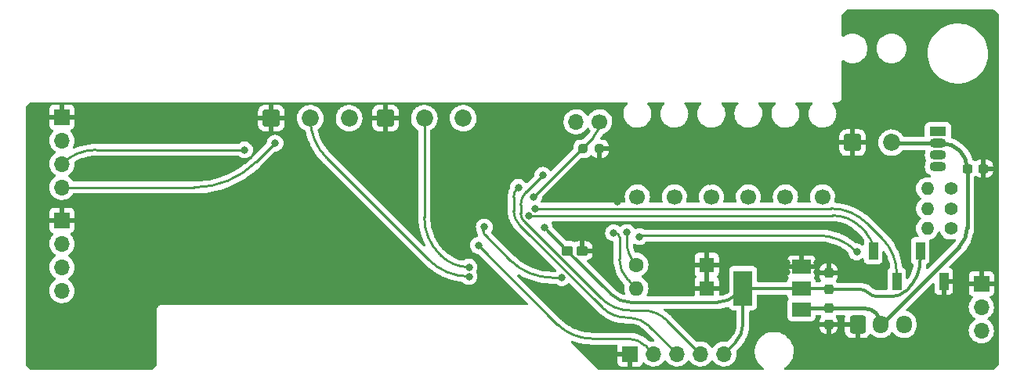
<source format=gbl>
G04 #@! TF.GenerationSoftware,KiCad,Pcbnew,(6.0.2)*
G04 #@! TF.CreationDate,2022-03-27T15:57:34+02:00*
G04 #@! TF.ProjectId,ProjectTamiya_TX,50726f6a-6563-4745-9461-6d6979615f54,rev?*
G04 #@! TF.SameCoordinates,Original*
G04 #@! TF.FileFunction,Copper,L2,Bot*
G04 #@! TF.FilePolarity,Positive*
%FSLAX46Y46*%
G04 Gerber Fmt 4.6, Leading zero omitted, Abs format (unit mm)*
G04 Created by KiCad (PCBNEW (6.0.2)) date 2022-03-27 15:57:34*
%MOMM*%
%LPD*%
G01*
G04 APERTURE LIST*
G04 Aperture macros list*
%AMRoundRect*
0 Rectangle with rounded corners*
0 $1 Rounding radius*
0 $2 $3 $4 $5 $6 $7 $8 $9 X,Y pos of 4 corners*
0 Add a 4 corners polygon primitive as box body*
4,1,4,$2,$3,$4,$5,$6,$7,$8,$9,$2,$3,0*
0 Add four circle primitives for the rounded corners*
1,1,$1+$1,$2,$3*
1,1,$1+$1,$4,$5*
1,1,$1+$1,$6,$7*
1,1,$1+$1,$8,$9*
0 Add four rect primitives between the rounded corners*
20,1,$1+$1,$2,$3,$4,$5,0*
20,1,$1+$1,$4,$5,$6,$7,0*
20,1,$1+$1,$6,$7,$8,$9,0*
20,1,$1+$1,$8,$9,$2,$3,0*%
G04 Aperture macros list end*
G04 #@! TA.AperFunction,ComponentPad*
%ADD10R,1.700000X1.700000*%
G04 #@! TD*
G04 #@! TA.AperFunction,ComponentPad*
%ADD11O,1.700000X1.700000*%
G04 #@! TD*
G04 #@! TA.AperFunction,ComponentPad*
%ADD12C,1.400000*%
G04 #@! TD*
G04 #@! TA.AperFunction,ComponentPad*
%ADD13O,1.400000X1.400000*%
G04 #@! TD*
G04 #@! TA.AperFunction,ComponentPad*
%ADD14RoundRect,0.250000X-0.675000X-0.675000X0.675000X-0.675000X0.675000X0.675000X-0.675000X0.675000X0*%
G04 #@! TD*
G04 #@! TA.AperFunction,ComponentPad*
%ADD15C,1.850000*%
G04 #@! TD*
G04 #@! TA.AperFunction,ComponentPad*
%ADD16RoundRect,0.250000X-0.600000X-0.725000X0.600000X-0.725000X0.600000X0.725000X-0.600000X0.725000X0*%
G04 #@! TD*
G04 #@! TA.AperFunction,ComponentPad*
%ADD17O,1.700000X1.950000*%
G04 #@! TD*
G04 #@! TA.AperFunction,ComponentPad*
%ADD18C,1.700000*%
G04 #@! TD*
G04 #@! TA.AperFunction,ComponentPad*
%ADD19C,1.600000*%
G04 #@! TD*
G04 #@! TA.AperFunction,ComponentPad*
%ADD20O,1.600000X1.600000*%
G04 #@! TD*
G04 #@! TA.AperFunction,ComponentPad*
%ADD21R,1.600000X1.600000*%
G04 #@! TD*
G04 #@! TA.AperFunction,SMDPad,CuDef*
%ADD22RoundRect,0.237500X-0.300000X-0.237500X0.300000X-0.237500X0.300000X0.237500X-0.300000X0.237500X0*%
G04 #@! TD*
G04 #@! TA.AperFunction,ComponentPad*
%ADD23R,1.800000X1.070000*%
G04 #@! TD*
G04 #@! TA.AperFunction,ComponentPad*
%ADD24O,1.800000X1.070000*%
G04 #@! TD*
G04 #@! TA.AperFunction,SMDPad,CuDef*
%ADD25RoundRect,0.237500X0.250000X0.237500X-0.250000X0.237500X-0.250000X-0.237500X0.250000X-0.237500X0*%
G04 #@! TD*
G04 #@! TA.AperFunction,SMDPad,CuDef*
%ADD26R,1.000000X1.900000*%
G04 #@! TD*
G04 #@! TA.AperFunction,SMDPad,CuDef*
%ADD27RoundRect,0.237500X0.237500X-0.300000X0.237500X0.300000X-0.237500X0.300000X-0.237500X-0.300000X0*%
G04 #@! TD*
G04 #@! TA.AperFunction,SMDPad,CuDef*
%ADD28RoundRect,0.237500X-0.237500X0.300000X-0.237500X-0.300000X0.237500X-0.300000X0.237500X0.300000X0*%
G04 #@! TD*
G04 #@! TA.AperFunction,SMDPad,CuDef*
%ADD29R,2.000000X1.500000*%
G04 #@! TD*
G04 #@! TA.AperFunction,SMDPad,CuDef*
%ADD30R,2.000000X3.800000*%
G04 #@! TD*
G04 #@! TA.AperFunction,SMDPad,CuDef*
%ADD31RoundRect,0.250000X-0.375000X-0.275000X0.375000X-0.275000X0.375000X0.275000X-0.375000X0.275000X0*%
G04 #@! TD*
G04 #@! TA.AperFunction,ViaPad*
%ADD32C,0.800000*%
G04 #@! TD*
G04 #@! TA.AperFunction,Conductor*
%ADD33C,0.350000*%
G04 #@! TD*
G04 #@! TA.AperFunction,Conductor*
%ADD34C,0.400000*%
G04 #@! TD*
G04 #@! TA.AperFunction,Conductor*
%ADD35C,0.250000*%
G04 #@! TD*
G04 APERTURE END LIST*
D10*
X62427000Y-66304000D03*
D11*
X62427000Y-68844000D03*
X62427000Y-71384000D03*
X62427000Y-73924000D03*
D10*
X123830000Y-80772000D03*
D11*
X126370000Y-80772000D03*
X128910000Y-80772000D03*
X131450000Y-80772000D03*
X133990000Y-80772000D03*
D12*
X158496000Y-65024000D03*
D13*
X155956000Y-65024000D03*
D12*
X158496000Y-67183000D03*
D13*
X155956000Y-67183000D03*
D14*
X97400000Y-55245000D03*
D15*
X101600000Y-55245000D03*
X105800000Y-55245000D03*
D16*
X148416000Y-77576000D03*
D17*
X150916000Y-77576000D03*
X153416000Y-77576000D03*
D18*
X120546500Y-55626000D03*
D11*
X118006500Y-55626000D03*
D14*
X85072000Y-55245000D03*
D15*
X89272000Y-55245000D03*
X93472000Y-55245000D03*
D12*
X158496000Y-62865000D03*
D13*
X155956000Y-62865000D03*
D19*
X124502500Y-71115000D03*
D20*
X124502500Y-73655000D03*
D21*
X132122500Y-73655000D03*
X132122500Y-71115000D03*
D10*
X62427000Y-55128000D03*
D11*
X62427000Y-57668000D03*
X62427000Y-60208000D03*
X62427000Y-62748000D03*
D10*
X161798000Y-73167000D03*
D11*
X161798000Y-75707000D03*
X161798000Y-78247000D03*
D22*
X160300500Y-60706000D03*
X162025500Y-60706000D03*
D23*
X157100000Y-56690000D03*
D24*
X157100000Y-57960000D03*
X157100000Y-59230000D03*
X157100000Y-60500000D03*
D25*
X120546500Y-58547000D03*
X118721500Y-58547000D03*
D26*
X157734000Y-72897000D03*
X155194000Y-69597000D03*
X152654000Y-72897000D03*
X150114000Y-69597000D03*
D18*
X124620000Y-63757000D03*
X128620000Y-63757000D03*
X132620000Y-63757000D03*
X136620000Y-63757000D03*
X140620000Y-63757000D03*
X144620000Y-63757000D03*
D27*
X145288000Y-73760500D03*
X145288000Y-72035500D03*
D28*
X145288000Y-75845500D03*
X145288000Y-77570500D03*
D29*
X142342000Y-71360000D03*
D30*
X136042000Y-73660000D03*
D29*
X142342000Y-73660000D03*
X142342000Y-75960000D03*
D31*
X117056000Y-69596000D03*
X118656000Y-69596000D03*
D14*
X147887000Y-57895000D03*
D15*
X152087000Y-57895000D03*
D32*
X114554000Y-67056000D03*
X105791000Y-70231000D03*
X113792000Y-70739000D03*
X80772000Y-72517000D03*
X90678000Y-71628000D03*
X140716000Y-71882000D03*
X144780000Y-81788000D03*
X77724000Y-70104000D03*
X152400000Y-66548000D03*
X135255000Y-66929000D03*
X115824000Y-63881000D03*
X77597000Y-61087000D03*
X144018000Y-70866000D03*
X122428000Y-64262000D03*
X108331000Y-61595000D03*
X132588000Y-78105000D03*
X140970000Y-66929000D03*
X69850000Y-61214000D03*
X61468000Y-79375000D03*
X118872000Y-80264000D03*
X116840000Y-58420000D03*
X148590000Y-68453000D03*
X107950000Y-64770000D03*
X66548000Y-70104000D03*
X153797000Y-71120000D03*
X104902000Y-61595000D03*
X59944000Y-71374000D03*
X82169000Y-68834000D03*
X99314000Y-69850000D03*
X98552000Y-63500000D03*
X149199600Y-65024000D03*
X119380000Y-77978000D03*
X156210000Y-73914000D03*
X153797000Y-53086000D03*
X136525000Y-61976000D03*
X69723000Y-79375000D03*
X59944000Y-60452000D03*
X120548400Y-71120000D03*
X161798000Y-57404000D03*
X157226000Y-69342000D03*
X129667000Y-66929000D03*
X74422000Y-55118000D03*
X105664000Y-67437000D03*
X152501600Y-62992000D03*
X147828000Y-72136000D03*
X123825000Y-78105000D03*
X124460000Y-66802000D03*
X157226000Y-81788000D03*
X132461000Y-62103000D03*
X149225000Y-62992000D03*
X66548000Y-72644000D03*
X134747000Y-58420000D03*
X87122000Y-62992000D03*
X111252000Y-74803000D03*
X126492000Y-58420000D03*
X74168000Y-66167000D03*
X140716000Y-70866000D03*
X144018000Y-71882000D03*
X122682000Y-73609200D03*
X107442000Y-69024478D03*
X124841000Y-68072000D03*
X148336000Y-69723000D03*
X106426000Y-72390000D03*
X106426000Y-71374000D03*
X82169000Y-58674000D03*
X85471000Y-57949500D03*
X113538000Y-65024000D03*
X112865500Y-65786000D03*
X111760000Y-62738000D03*
X114405285Y-61429967D03*
X113411000Y-63754000D03*
X108077000Y-67025959D03*
X116459000Y-72517000D03*
X123499245Y-67635755D03*
X122047000Y-67659991D03*
D33*
X114554000Y-67094000D02*
X114554000Y-67056000D01*
X145187500Y-73660000D02*
X145288000Y-73760500D01*
X136042000Y-73660000D02*
X135396679Y-74305321D01*
X123886641Y-75184000D02*
X133275359Y-75184000D01*
X121765320Y-74305320D02*
X117056000Y-69596000D01*
X153670000Y-73914000D02*
X153924000Y-73660000D01*
X117056000Y-69596000D02*
X114554000Y-67094000D01*
X148622208Y-73760500D02*
X145288000Y-73760500D01*
X136042000Y-73660000D02*
X142342000Y-73660000D01*
X142342000Y-73660000D02*
X145187500Y-73660000D01*
X133990000Y-80772000D02*
X135163321Y-79598679D01*
X152136975Y-74549000D02*
X150525815Y-74549000D01*
X155194000Y-69597000D02*
X155194000Y-70593949D01*
X136042000Y-77477359D02*
X136042000Y-73660000D01*
X133275359Y-75184000D02*
G75*
G03*
X135396679Y-74305321I1J2999998D01*
G01*
X121765320Y-74305320D02*
G75*
G03*
X123886641Y-75184000I2121323J2121325D01*
G01*
X148622208Y-73760501D02*
G75*
G02*
X149605999Y-74168001I5J-1391279D01*
G01*
X155194000Y-70593949D02*
G75*
G02*
X153924000Y-73660000I-4336047J-1D01*
G01*
X153670000Y-73914000D02*
G75*
G02*
X152136975Y-74549000I-1533025J1533024D01*
G01*
X149606000Y-74168000D02*
G75*
G03*
X150525815Y-74549000I919817J919820D01*
G01*
X135163321Y-79598679D02*
G75*
G03*
X136042000Y-77477359I-2121319J2121319D01*
G01*
D34*
X160274000Y-60717390D02*
X160274000Y-67083359D01*
X145288000Y-75845500D02*
X142618427Y-75845500D01*
X159395320Y-69204680D02*
X151100368Y-77499632D01*
X157100000Y-57960000D02*
X152152000Y-57960000D01*
X145288000Y-75845500D02*
X149185500Y-75845500D01*
X157100000Y-57960000D02*
X157516610Y-57960000D01*
X152152000Y-57960000D02*
X152087000Y-57895000D01*
X142342000Y-75960000D02*
G75*
G02*
X142618427Y-75845500I276425J-276421D01*
G01*
X159395320Y-69204680D02*
G75*
G03*
X160274000Y-67083359I-2121314J2121318D01*
G01*
X150916000Y-77576000D02*
G75*
G03*
X151100368Y-77499632I1J260732D01*
G01*
X160274000Y-60717390D02*
G75*
G03*
X157516610Y-57960000I-2757391J-1D01*
G01*
X150916000Y-77576000D02*
G75*
G03*
X149185500Y-75845500I-1730501J-1D01*
G01*
D35*
X125484536Y-79886536D02*
X126370000Y-80772000D01*
X119757261Y-79121000D02*
X123636370Y-79121000D01*
X107442000Y-69024478D02*
X115969637Y-77552115D01*
X119757261Y-79121000D02*
G75*
G02*
X115969637Y-77552115I1J5356512D01*
G01*
X125484536Y-79886536D02*
G75*
G03*
X125476000Y-79883000I-8536J-8534D01*
G01*
X125476000Y-79883000D02*
G75*
G03*
X123636370Y-79121000I-1839628J-1839623D01*
G01*
X148264248Y-69651249D02*
X148336000Y-69723000D01*
X125147605Y-67945000D02*
X144145000Y-67945000D01*
X148264248Y-69651249D02*
G75*
G03*
X144145000Y-67945000I-4119250J-4119250D01*
G01*
X125147605Y-67945001D02*
G75*
G03*
X124841001Y-68072001I-2J-433599D01*
G01*
X91061687Y-59565688D02*
X102089949Y-70593949D01*
X91061687Y-59565688D02*
G75*
G02*
X89272000Y-55245000I4320697J4320691D01*
G01*
X102089949Y-70593949D02*
G75*
G03*
X106426000Y-72390000I4336049J4336046D01*
G01*
X103251000Y-69977000D02*
X103390764Y-70116764D01*
X101600000Y-65991134D02*
X101600000Y-55244980D01*
X106426000Y-71374000D02*
G75*
G02*
X103390764Y-70116764I0J4292471D01*
G01*
X101600000Y-65991134D02*
G75*
G03*
X103251000Y-69977000I5636867J1D01*
G01*
X82169000Y-58674000D02*
X66130403Y-58674000D01*
X62427000Y-60208000D02*
G75*
G02*
X66130403Y-58674000I3703401J-3703397D01*
G01*
X85471000Y-57949500D02*
X83457750Y-59962750D01*
X76733562Y-62748000D02*
X62427000Y-62748000D01*
X76733562Y-62747999D02*
G75*
G03*
X83457749Y-59962749I-1J9509439D01*
G01*
X152654000Y-72095064D02*
X152654000Y-72897000D01*
X145542000Y-65024000D02*
X113538000Y-65024000D01*
X151066500Y-68262500D02*
X149444447Y-66640447D01*
X145542000Y-65024000D02*
G75*
G02*
X149444447Y-66640447I-1J-5518894D01*
G01*
X152653999Y-72095064D02*
G75*
G03*
X151066500Y-68262500I-5420064J0D01*
G01*
X149265472Y-67548472D02*
X148745000Y-67028000D01*
X145746547Y-65786000D02*
X112865500Y-65786000D01*
X145746547Y-65786000D02*
G75*
G02*
X148745000Y-67028000I1J-4240450D01*
G01*
X149265472Y-67548472D02*
G75*
G02*
X150114000Y-69597000I-2048527J-2048528D01*
G01*
X111887000Y-66802000D02*
X120842370Y-75757369D01*
X123444000Y-76835000D02*
X123698000Y-76835000D01*
X125866026Y-77733026D02*
X128524000Y-80391000D01*
X128524000Y-80391000D02*
X128901465Y-80768464D01*
X111252000Y-63826895D02*
X111252000Y-65268975D01*
X111662755Y-62835245D02*
X111760000Y-62738000D01*
X125866026Y-77733026D02*
G75*
G03*
X123698000Y-76835000I-2168023J-2168018D01*
G01*
X123444000Y-76834999D02*
G75*
G02*
X120842370Y-75757369I-1J3679257D01*
G01*
X128910000Y-80772000D02*
G75*
G02*
X128901465Y-80768464I1J12070D01*
G01*
X111662755Y-62835245D02*
G75*
G03*
X111252000Y-63826895I991653J-991651D01*
G01*
X111252000Y-65268975D02*
G75*
G03*
X111887000Y-66802000I2168024J0D01*
G01*
X123932853Y-76073000D02*
X125222000Y-76073000D01*
X114405285Y-61429967D02*
X112595064Y-63240188D01*
X127823631Y-77150631D02*
X131441465Y-80768464D01*
X112373210Y-66399210D02*
X120713500Y-74739500D01*
X112014000Y-64643000D02*
X112014000Y-65532000D01*
X112014000Y-64643000D02*
G75*
G02*
X112595064Y-63240188I1983877J-1D01*
G01*
X127823631Y-77150631D02*
G75*
G03*
X125222000Y-76073000I-2601629J-2601627D01*
G01*
X131450000Y-80772000D02*
G75*
G02*
X131441465Y-80768464I1J12070D01*
G01*
X112373210Y-66399210D02*
G75*
G02*
X112014000Y-65532000I867213J867211D01*
G01*
X123932853Y-76073000D02*
G75*
G02*
X120713500Y-74739500I-1J4552849D01*
G01*
X113411000Y-63754000D02*
X119844696Y-57320304D01*
X120546499Y-55626000D02*
G75*
G02*
X119844695Y-57320303I-2396106J0D01*
G01*
X107950000Y-67437000D02*
X107950000Y-67332564D01*
X116459000Y-72517000D02*
X115443000Y-72517000D01*
X110890146Y-70631146D02*
X108129605Y-67870605D01*
X107950001Y-67437000D02*
G75*
G03*
X108129605Y-67870605I613213J1D01*
G01*
X110890146Y-70631146D02*
G75*
G03*
X115443000Y-72517000I4552851J4552847D01*
G01*
X108077000Y-67025959D02*
G75*
G03*
X107950000Y-67332564I306600J-306603D01*
G01*
X123499245Y-67635755D02*
X123499245Y-68692929D01*
X124502500Y-71115000D02*
G75*
G02*
X123499245Y-68692929I2422078J2422074D01*
G01*
X122047000Y-67659991D02*
X122173533Y-67659991D01*
X123614451Y-72766951D02*
X124502500Y-73655000D01*
X122682000Y-68124605D02*
X122682000Y-70515816D01*
X123614451Y-72766951D02*
G75*
G02*
X122682000Y-70515816I2251135J2251135D01*
G01*
X122555000Y-67818000D02*
G75*
G03*
X122173533Y-67659991I-381467J-381466D01*
G01*
X122682000Y-68124605D02*
G75*
G03*
X122555000Y-67818000I-433604J0D01*
G01*
G04 #@! TA.AperFunction,Conductor*
G36*
X163205511Y-43528002D02*
G01*
X163226485Y-43544905D01*
X163655095Y-43973515D01*
X163689121Y-44035827D01*
X163692000Y-44062610D01*
X163692000Y-81937388D01*
X163671998Y-82005509D01*
X163655096Y-82026483D01*
X163226485Y-82455095D01*
X163164172Y-82489120D01*
X163137389Y-82492000D01*
X140631060Y-82492000D01*
X140562939Y-82471998D01*
X140516446Y-82418342D01*
X140506342Y-82348068D01*
X140535836Y-82283488D01*
X140558609Y-82262913D01*
X140697792Y-82165093D01*
X140730023Y-82142441D01*
X140854806Y-82026485D01*
X140937479Y-81949661D01*
X140937481Y-81949658D01*
X140940622Y-81946740D01*
X141122713Y-81724268D01*
X141272927Y-81479142D01*
X141388483Y-81215898D01*
X141467244Y-80939406D01*
X141507751Y-80654784D01*
X141507808Y-80644000D01*
X141509235Y-80371583D01*
X141509235Y-80371576D01*
X141509257Y-80367297D01*
X141471732Y-80082266D01*
X141395871Y-79804964D01*
X141376316Y-79759118D01*
X141284763Y-79544476D01*
X141284761Y-79544472D01*
X141283077Y-79540524D01*
X141157713Y-79331056D01*
X141137643Y-79297521D01*
X141137640Y-79297517D01*
X141135439Y-79293839D01*
X140955687Y-79069472D01*
X140793860Y-78915904D01*
X140750258Y-78874527D01*
X140750255Y-78874525D01*
X140747149Y-78871577D01*
X140513683Y-78703814D01*
X140491843Y-78692250D01*
X140421533Y-78655023D01*
X140259608Y-78569288D01*
X140124618Y-78519889D01*
X139993658Y-78471964D01*
X139993656Y-78471963D01*
X139989627Y-78470489D01*
X139708736Y-78409245D01*
X139677685Y-78406801D01*
X139485718Y-78391693D01*
X139485709Y-78391693D01*
X139483261Y-78391500D01*
X139327729Y-78391500D01*
X139325593Y-78391646D01*
X139325582Y-78391646D01*
X139117452Y-78405835D01*
X139117446Y-78405836D01*
X139113175Y-78406127D01*
X139108980Y-78406996D01*
X139108978Y-78406996D01*
X138972417Y-78435276D01*
X138831658Y-78464426D01*
X138560657Y-78560393D01*
X138305188Y-78692250D01*
X138301687Y-78694711D01*
X138301683Y-78694713D01*
X138224710Y-78748811D01*
X138069977Y-78857559D01*
X138029967Y-78894739D01*
X137875798Y-79038002D01*
X137859378Y-79053260D01*
X137677287Y-79275732D01*
X137527073Y-79520858D01*
X137525347Y-79524791D01*
X137525346Y-79524792D01*
X137496799Y-79589823D01*
X137411517Y-79784102D01*
X137410342Y-79788229D01*
X137410341Y-79788230D01*
X137388488Y-79864945D01*
X137332756Y-80060594D01*
X137292249Y-80345216D01*
X137292227Y-80349505D01*
X137292226Y-80349512D01*
X137290958Y-80591658D01*
X137290743Y-80632703D01*
X137328268Y-80917734D01*
X137404129Y-81195036D01*
X137405813Y-81198984D01*
X137435617Y-81268857D01*
X137516923Y-81459476D01*
X137528693Y-81479142D01*
X137642613Y-81669488D01*
X137664561Y-81706161D01*
X137844313Y-81930528D01*
X137923327Y-82005509D01*
X138048301Y-82124105D01*
X138052851Y-82128423D01*
X138233173Y-82257998D01*
X138241078Y-82263678D01*
X138284726Y-82319672D01*
X138291172Y-82390376D01*
X138258369Y-82453340D01*
X138196733Y-82488574D01*
X138167552Y-82492000D01*
X120462610Y-82492000D01*
X120394489Y-82471998D01*
X120373515Y-82455095D01*
X119585089Y-81666669D01*
X122472001Y-81666669D01*
X122472371Y-81673490D01*
X122477895Y-81724352D01*
X122481521Y-81739604D01*
X122526676Y-81860054D01*
X122535214Y-81875649D01*
X122611715Y-81977724D01*
X122624276Y-81990285D01*
X122726351Y-82066786D01*
X122741946Y-82075324D01*
X122862394Y-82120478D01*
X122877649Y-82124105D01*
X122928514Y-82129631D01*
X122935328Y-82130000D01*
X123557885Y-82130000D01*
X123573124Y-82125525D01*
X123574329Y-82124135D01*
X123576000Y-82116452D01*
X123576000Y-81044115D01*
X123571525Y-81028876D01*
X123570135Y-81027671D01*
X123562452Y-81026000D01*
X122490116Y-81026000D01*
X122474877Y-81030475D01*
X122473672Y-81031865D01*
X122472001Y-81039548D01*
X122472001Y-81666669D01*
X119585089Y-81666669D01*
X117489488Y-79571068D01*
X117455462Y-79508756D01*
X117460527Y-79437941D01*
X117503074Y-79381105D01*
X117569594Y-79356294D01*
X117626801Y-79365564D01*
X117662633Y-79380406D01*
X118068605Y-79515527D01*
X118070776Y-79516081D01*
X118070779Y-79516082D01*
X118462717Y-79616118D01*
X118483181Y-79621341D01*
X118485375Y-79621737D01*
X118485385Y-79621739D01*
X118902026Y-79696909D01*
X118902033Y-79696910D01*
X118904250Y-79697310D01*
X118906489Y-79697551D01*
X118906498Y-79697552D01*
X119327421Y-79742806D01*
X119327431Y-79742807D01*
X119329666Y-79743047D01*
X119726263Y-79757212D01*
X119739511Y-79758389D01*
X119743897Y-79759013D01*
X119751346Y-79759091D01*
X119753141Y-79759110D01*
X119753143Y-79759110D01*
X119757261Y-79759153D01*
X119761351Y-79758658D01*
X119761352Y-79758658D01*
X119771342Y-79757449D01*
X119788168Y-79755413D01*
X119803303Y-79754500D01*
X122346000Y-79754500D01*
X122414121Y-79774502D01*
X122460614Y-79828158D01*
X122472000Y-79880500D01*
X122472000Y-80499885D01*
X122476475Y-80515124D01*
X122477865Y-80516329D01*
X122485548Y-80518000D01*
X123958000Y-80518000D01*
X124026121Y-80538002D01*
X124072614Y-80591658D01*
X124084000Y-80644000D01*
X124084000Y-82111884D01*
X124088475Y-82127123D01*
X124089865Y-82128328D01*
X124097548Y-82129999D01*
X124724669Y-82129999D01*
X124731490Y-82129629D01*
X124782352Y-82124105D01*
X124797604Y-82120479D01*
X124918054Y-82075324D01*
X124933649Y-82066786D01*
X125035724Y-81990285D01*
X125048285Y-81977724D01*
X125124786Y-81875649D01*
X125133324Y-81860054D01*
X125174225Y-81750952D01*
X125216867Y-81694188D01*
X125283428Y-81669488D01*
X125352777Y-81684696D01*
X125387444Y-81712684D01*
X125412865Y-81742031D01*
X125412869Y-81742035D01*
X125416250Y-81745938D01*
X125588126Y-81888632D01*
X125781000Y-82001338D01*
X125785825Y-82003180D01*
X125785826Y-82003181D01*
X125846848Y-82026483D01*
X125989692Y-82081030D01*
X125994760Y-82082061D01*
X125994763Y-82082062D01*
X126102017Y-82103883D01*
X126208597Y-82125567D01*
X126213772Y-82125757D01*
X126213774Y-82125757D01*
X126426673Y-82133564D01*
X126426677Y-82133564D01*
X126431837Y-82133753D01*
X126436957Y-82133097D01*
X126436959Y-82133097D01*
X126648288Y-82106025D01*
X126648289Y-82106025D01*
X126653416Y-82105368D01*
X126658366Y-82103883D01*
X126862429Y-82042661D01*
X126862434Y-82042659D01*
X126867384Y-82041174D01*
X127067994Y-81942896D01*
X127249860Y-81813173D01*
X127408096Y-81655489D01*
X127538453Y-81474077D01*
X127539776Y-81475028D01*
X127586645Y-81431857D01*
X127656580Y-81419625D01*
X127722026Y-81447144D01*
X127749875Y-81478994D01*
X127809987Y-81577088D01*
X127956250Y-81745938D01*
X128128126Y-81888632D01*
X128321000Y-82001338D01*
X128325825Y-82003180D01*
X128325826Y-82003181D01*
X128386848Y-82026483D01*
X128529692Y-82081030D01*
X128534760Y-82082061D01*
X128534763Y-82082062D01*
X128642017Y-82103883D01*
X128748597Y-82125567D01*
X128753772Y-82125757D01*
X128753774Y-82125757D01*
X128966673Y-82133564D01*
X128966677Y-82133564D01*
X128971837Y-82133753D01*
X128976957Y-82133097D01*
X128976959Y-82133097D01*
X129188288Y-82106025D01*
X129188289Y-82106025D01*
X129193416Y-82105368D01*
X129198366Y-82103883D01*
X129402429Y-82042661D01*
X129402434Y-82042659D01*
X129407384Y-82041174D01*
X129607994Y-81942896D01*
X129789860Y-81813173D01*
X129948096Y-81655489D01*
X130078453Y-81474077D01*
X130079776Y-81475028D01*
X130126645Y-81431857D01*
X130196580Y-81419625D01*
X130262026Y-81447144D01*
X130289875Y-81478994D01*
X130349987Y-81577088D01*
X130496250Y-81745938D01*
X130668126Y-81888632D01*
X130861000Y-82001338D01*
X130865825Y-82003180D01*
X130865826Y-82003181D01*
X130926848Y-82026483D01*
X131069692Y-82081030D01*
X131074760Y-82082061D01*
X131074763Y-82082062D01*
X131182017Y-82103883D01*
X131288597Y-82125567D01*
X131293772Y-82125757D01*
X131293774Y-82125757D01*
X131506673Y-82133564D01*
X131506677Y-82133564D01*
X131511837Y-82133753D01*
X131516957Y-82133097D01*
X131516959Y-82133097D01*
X131728288Y-82106025D01*
X131728289Y-82106025D01*
X131733416Y-82105368D01*
X131738366Y-82103883D01*
X131942429Y-82042661D01*
X131942434Y-82042659D01*
X131947384Y-82041174D01*
X132147994Y-81942896D01*
X132329860Y-81813173D01*
X132488096Y-81655489D01*
X132618453Y-81474077D01*
X132619776Y-81475028D01*
X132666645Y-81431857D01*
X132736580Y-81419625D01*
X132802026Y-81447144D01*
X132829875Y-81478994D01*
X132889987Y-81577088D01*
X133036250Y-81745938D01*
X133208126Y-81888632D01*
X133401000Y-82001338D01*
X133405825Y-82003180D01*
X133405826Y-82003181D01*
X133466848Y-82026483D01*
X133609692Y-82081030D01*
X133614760Y-82082061D01*
X133614763Y-82082062D01*
X133722017Y-82103883D01*
X133828597Y-82125567D01*
X133833772Y-82125757D01*
X133833774Y-82125757D01*
X134046673Y-82133564D01*
X134046677Y-82133564D01*
X134051837Y-82133753D01*
X134056957Y-82133097D01*
X134056959Y-82133097D01*
X134268288Y-82106025D01*
X134268289Y-82106025D01*
X134273416Y-82105368D01*
X134278366Y-82103883D01*
X134482429Y-82042661D01*
X134482434Y-82042659D01*
X134487384Y-82041174D01*
X134687994Y-81942896D01*
X134869860Y-81813173D01*
X135028096Y-81655489D01*
X135158453Y-81474077D01*
X135167623Y-81455524D01*
X135255136Y-81278453D01*
X135255137Y-81278451D01*
X135257430Y-81273811D01*
X135322370Y-81060069D01*
X135351529Y-80838590D01*
X135353156Y-80772000D01*
X135334852Y-80549361D01*
X135326616Y-80516570D01*
X135321017Y-80494278D01*
X135323822Y-80423337D01*
X135354126Y-80374489D01*
X135605930Y-80122685D01*
X135619372Y-80111020D01*
X135636572Y-80098106D01*
X135636575Y-80098104D01*
X135639876Y-80095625D01*
X135650178Y-80085536D01*
X135655990Y-80078124D01*
X135659335Y-80073859D01*
X135665586Y-80066488D01*
X135670987Y-80060594D01*
X135866413Y-79847322D01*
X135895740Y-79809103D01*
X135946611Y-79742806D01*
X136062221Y-79592140D01*
X136235044Y-79320863D01*
X136383565Y-79035556D01*
X136386743Y-79027885D01*
X136403164Y-78988239D01*
X136506656Y-78738390D01*
X136582121Y-78499043D01*
X136602548Y-78434257D01*
X136602549Y-78434252D01*
X136603377Y-78431627D01*
X136672995Y-78117601D01*
X136684459Y-78030528D01*
X136692069Y-77972723D01*
X136699436Y-77916766D01*
X144305000Y-77916766D01*
X144305337Y-77923282D01*
X144315075Y-78017132D01*
X144317968Y-78030528D01*
X144368488Y-78181953D01*
X144374653Y-78195115D01*
X144458426Y-78330492D01*
X144467460Y-78341890D01*
X144580129Y-78454363D01*
X144591540Y-78463375D01*
X144727063Y-78546912D01*
X144740241Y-78553056D01*
X144891766Y-78603315D01*
X144905132Y-78606181D01*
X144997770Y-78615672D01*
X145004185Y-78616000D01*
X145015885Y-78616000D01*
X145031124Y-78611525D01*
X145032329Y-78610135D01*
X145034000Y-78602452D01*
X145034000Y-78597885D01*
X145542000Y-78597885D01*
X145546475Y-78613124D01*
X145547865Y-78614329D01*
X145555548Y-78616000D01*
X145571766Y-78616000D01*
X145578282Y-78615663D01*
X145672132Y-78605925D01*
X145685528Y-78603032D01*
X145836953Y-78552512D01*
X145850115Y-78546347D01*
X145985492Y-78462574D01*
X145996890Y-78453540D01*
X146102152Y-78348095D01*
X147058001Y-78348095D01*
X147058338Y-78354614D01*
X147068257Y-78450206D01*
X147071149Y-78463600D01*
X147122588Y-78617784D01*
X147128761Y-78630962D01*
X147214063Y-78768807D01*
X147223099Y-78780208D01*
X147337829Y-78894739D01*
X147349240Y-78903751D01*
X147487243Y-78988816D01*
X147500424Y-78994963D01*
X147654710Y-79046138D01*
X147668086Y-79049005D01*
X147762438Y-79058672D01*
X147768854Y-79059000D01*
X148143885Y-79059000D01*
X148159124Y-79054525D01*
X148160329Y-79053135D01*
X148162000Y-79045452D01*
X148162000Y-77848115D01*
X148157525Y-77832876D01*
X148156135Y-77831671D01*
X148148452Y-77830000D01*
X147076116Y-77830000D01*
X147060877Y-77834475D01*
X147059672Y-77835865D01*
X147058001Y-77843548D01*
X147058001Y-78348095D01*
X146102152Y-78348095D01*
X146109363Y-78340871D01*
X146118375Y-78329460D01*
X146201912Y-78193937D01*
X146208056Y-78180759D01*
X146258315Y-78029234D01*
X146261181Y-78015868D01*
X146270672Y-77923230D01*
X146271000Y-77916815D01*
X146271000Y-77842615D01*
X146266525Y-77827376D01*
X146265135Y-77826171D01*
X146257452Y-77824500D01*
X145560115Y-77824500D01*
X145544876Y-77828975D01*
X145543671Y-77830365D01*
X145542000Y-77838048D01*
X145542000Y-78597885D01*
X145034000Y-78597885D01*
X145034000Y-77842615D01*
X145029525Y-77827376D01*
X145028135Y-77826171D01*
X145020452Y-77824500D01*
X144323115Y-77824500D01*
X144307876Y-77828975D01*
X144306671Y-77830365D01*
X144305000Y-77838048D01*
X144305000Y-77916766D01*
X136699436Y-77916766D01*
X136714979Y-77798703D01*
X136727230Y-77518098D01*
X136728367Y-77505841D01*
X136728844Y-77502492D01*
X136730369Y-77491778D01*
X136730520Y-77477359D01*
X136730000Y-77473056D01*
X136726413Y-77443420D01*
X136725500Y-77428283D01*
X136725500Y-76194500D01*
X136745502Y-76126379D01*
X136799158Y-76079886D01*
X136851500Y-76068500D01*
X137090134Y-76068500D01*
X137152316Y-76061745D01*
X137288705Y-76010615D01*
X137405261Y-75923261D01*
X137492615Y-75806705D01*
X137543745Y-75670316D01*
X137550500Y-75608134D01*
X137550500Y-74469500D01*
X137570502Y-74401379D01*
X137624158Y-74354886D01*
X137676500Y-74343500D01*
X140708116Y-74343500D01*
X140776237Y-74363502D01*
X140822730Y-74417158D01*
X140832826Y-74458207D01*
X140833500Y-74458134D01*
X140840255Y-74520316D01*
X140891385Y-74656705D01*
X140896770Y-74663890D01*
X140896771Y-74663892D01*
X140949640Y-74734435D01*
X140974488Y-74800942D01*
X140959435Y-74870324D01*
X140949640Y-74885565D01*
X140899074Y-74953035D01*
X140891385Y-74963295D01*
X140840255Y-75099684D01*
X140833500Y-75161866D01*
X140833500Y-76758134D01*
X140840255Y-76820316D01*
X140891385Y-76956705D01*
X140978739Y-77073261D01*
X141095295Y-77160615D01*
X141231684Y-77211745D01*
X141293866Y-77218500D01*
X143390134Y-77218500D01*
X143452316Y-77211745D01*
X143588705Y-77160615D01*
X143705261Y-77073261D01*
X143792615Y-76956705D01*
X143843745Y-76820316D01*
X143850500Y-76758134D01*
X143850500Y-76680000D01*
X143870502Y-76611879D01*
X143924158Y-76565386D01*
X143976500Y-76554000D01*
X144356060Y-76554000D01*
X144424181Y-76574002D01*
X144454805Y-76601735D01*
X144458033Y-76605807D01*
X144461884Y-76612031D01*
X144467063Y-76617201D01*
X144469139Y-76619273D01*
X144470106Y-76621039D01*
X144471612Y-76622940D01*
X144471287Y-76623198D01*
X144503219Y-76681554D01*
X144498218Y-76752375D01*
X144469292Y-76797470D01*
X144466636Y-76800131D01*
X144457625Y-76811540D01*
X144374088Y-76947063D01*
X144367944Y-76960241D01*
X144317685Y-77111766D01*
X144314819Y-77125132D01*
X144305328Y-77217770D01*
X144305000Y-77224185D01*
X144305000Y-77298385D01*
X144309475Y-77313624D01*
X144310865Y-77314829D01*
X144318548Y-77316500D01*
X146252885Y-77316500D01*
X146268124Y-77312025D01*
X146269329Y-77310635D01*
X146271000Y-77302952D01*
X146271000Y-77224234D01*
X146270663Y-77217718D01*
X146260925Y-77123868D01*
X146258032Y-77110472D01*
X146207512Y-76959047D01*
X146201347Y-76945885D01*
X146117574Y-76810508D01*
X146108536Y-76799106D01*
X146106861Y-76797433D01*
X146106081Y-76796007D01*
X146103993Y-76793373D01*
X146104444Y-76793016D01*
X146072781Y-76735151D01*
X146077784Y-76664331D01*
X146106701Y-76619246D01*
X146109758Y-76616184D01*
X146109762Y-76616179D01*
X146114929Y-76611003D01*
X146118768Y-76604775D01*
X146121033Y-76601907D01*
X146178950Y-76560845D01*
X146219914Y-76554000D01*
X146944081Y-76554000D01*
X147012202Y-76574002D01*
X147058695Y-76627658D01*
X147068554Y-76696226D01*
X147068696Y-76696241D01*
X147068638Y-76696810D01*
X147068799Y-76697932D01*
X147068153Y-76701540D01*
X147058328Y-76797433D01*
X147058000Y-76803855D01*
X147058000Y-77303885D01*
X147062475Y-77319124D01*
X147063865Y-77320329D01*
X147071548Y-77322000D01*
X148544000Y-77322000D01*
X148612121Y-77342002D01*
X148658614Y-77395658D01*
X148670000Y-77448000D01*
X148670000Y-79040884D01*
X148674475Y-79056123D01*
X148675865Y-79057328D01*
X148683548Y-79058999D01*
X149063095Y-79058999D01*
X149069614Y-79058662D01*
X149165206Y-79048743D01*
X149178600Y-79045851D01*
X149332784Y-78994412D01*
X149345962Y-78988239D01*
X149483807Y-78902937D01*
X149495208Y-78893901D01*
X149609739Y-78779171D01*
X149618753Y-78767757D01*
X149704723Y-78628287D01*
X149757495Y-78580793D01*
X149827566Y-78569369D01*
X149892690Y-78597643D01*
X149903149Y-78607426D01*
X150012576Y-78722135D01*
X150197542Y-78859754D01*
X150202293Y-78862170D01*
X150202297Y-78862172D01*
X150226598Y-78874527D01*
X150403051Y-78964240D01*
X150408145Y-78965822D01*
X150408148Y-78965823D01*
X150608020Y-79027885D01*
X150623227Y-79032607D01*
X150628516Y-79033308D01*
X150846489Y-79062198D01*
X150846494Y-79062198D01*
X150851774Y-79062898D01*
X150857103Y-79062698D01*
X150857105Y-79062698D01*
X150966966Y-79058573D01*
X151082158Y-79054249D01*
X151087468Y-79053135D01*
X151302572Y-79008002D01*
X151307791Y-79006907D01*
X151312750Y-79004949D01*
X151312752Y-79004948D01*
X151517256Y-78924185D01*
X151517258Y-78924184D01*
X151522221Y-78922224D01*
X151609810Y-78869074D01*
X151714757Y-78805390D01*
X151714756Y-78805390D01*
X151719317Y-78802623D01*
X151801309Y-78731474D01*
X151889412Y-78655023D01*
X151889414Y-78655021D01*
X151893445Y-78651523D01*
X151933681Y-78602452D01*
X152036240Y-78477373D01*
X152036244Y-78477367D01*
X152039624Y-78473245D01*
X152057552Y-78441750D01*
X152108632Y-78392445D01*
X152178262Y-78378583D01*
X152244333Y-78404566D01*
X152271573Y-78433716D01*
X152353441Y-78555319D01*
X152357120Y-78559176D01*
X152357122Y-78559178D01*
X152405733Y-78610135D01*
X152512576Y-78722135D01*
X152697542Y-78859754D01*
X152702293Y-78862170D01*
X152702297Y-78862172D01*
X152726598Y-78874527D01*
X152903051Y-78964240D01*
X152908145Y-78965822D01*
X152908148Y-78965823D01*
X153108020Y-79027885D01*
X153123227Y-79032607D01*
X153128516Y-79033308D01*
X153346489Y-79062198D01*
X153346494Y-79062198D01*
X153351774Y-79062898D01*
X153357103Y-79062698D01*
X153357105Y-79062698D01*
X153466966Y-79058573D01*
X153582158Y-79054249D01*
X153587468Y-79053135D01*
X153802572Y-79008002D01*
X153807791Y-79006907D01*
X153812750Y-79004949D01*
X153812752Y-79004948D01*
X154017256Y-78924185D01*
X154017258Y-78924184D01*
X154022221Y-78922224D01*
X154109810Y-78869074D01*
X154214757Y-78805390D01*
X154214756Y-78805390D01*
X154219317Y-78802623D01*
X154301309Y-78731474D01*
X154389412Y-78655023D01*
X154389414Y-78655021D01*
X154393445Y-78651523D01*
X154433681Y-78602452D01*
X154536240Y-78477373D01*
X154536244Y-78477367D01*
X154539624Y-78473245D01*
X154545115Y-78463600D01*
X154651032Y-78277529D01*
X154653675Y-78272886D01*
X154675160Y-78213695D01*
X160435251Y-78213695D01*
X160435548Y-78218848D01*
X160435548Y-78218851D01*
X160446346Y-78406127D01*
X160448110Y-78436715D01*
X160449247Y-78441761D01*
X160449248Y-78441767D01*
X160462293Y-78499649D01*
X160497222Y-78654639D01*
X160547789Y-78779171D01*
X160578619Y-78855096D01*
X160581266Y-78861616D01*
X160607086Y-78903751D01*
X160686479Y-79033308D01*
X160697987Y-79052088D01*
X160701367Y-79055990D01*
X160703974Y-79059000D01*
X160844250Y-79220938D01*
X161016126Y-79363632D01*
X161209000Y-79476338D01*
X161417692Y-79556030D01*
X161422760Y-79557061D01*
X161422763Y-79557062D01*
X161530017Y-79578883D01*
X161636597Y-79600567D01*
X161641772Y-79600757D01*
X161641774Y-79600757D01*
X161854673Y-79608564D01*
X161854677Y-79608564D01*
X161859837Y-79608753D01*
X161864957Y-79608097D01*
X161864959Y-79608097D01*
X162076288Y-79581025D01*
X162076289Y-79581025D01*
X162081416Y-79580368D01*
X162086366Y-79578883D01*
X162290429Y-79517661D01*
X162290434Y-79517659D01*
X162295384Y-79516174D01*
X162495994Y-79417896D01*
X162677860Y-79288173D01*
X162836096Y-79130489D01*
X162848895Y-79112678D01*
X162963435Y-78953277D01*
X162966453Y-78949077D01*
X162977389Y-78926951D01*
X163063136Y-78753453D01*
X163063137Y-78753451D01*
X163065430Y-78748811D01*
X163102048Y-78628287D01*
X163128865Y-78540023D01*
X163128865Y-78540021D01*
X163130370Y-78535069D01*
X163159529Y-78313590D01*
X163161156Y-78247000D01*
X163142852Y-78024361D01*
X163088431Y-77807702D01*
X162999354Y-77602840D01*
X162951901Y-77529489D01*
X162880822Y-77419617D01*
X162880820Y-77419614D01*
X162878014Y-77415277D01*
X162727670Y-77250051D01*
X162723619Y-77246852D01*
X162723615Y-77246848D01*
X162556414Y-77114800D01*
X162556410Y-77114798D01*
X162552359Y-77111598D01*
X162511053Y-77088796D01*
X162461084Y-77038364D01*
X162446312Y-76968921D01*
X162471428Y-76902516D01*
X162498780Y-76875909D01*
X162542603Y-76844650D01*
X162677860Y-76748173D01*
X162691151Y-76734929D01*
X162759209Y-76667107D01*
X162836096Y-76590489D01*
X162858605Y-76559165D01*
X162963435Y-76413277D01*
X162966453Y-76409077D01*
X163061753Y-76216252D01*
X163063136Y-76213453D01*
X163063137Y-76213451D01*
X163065430Y-76208811D01*
X163130370Y-75995069D01*
X163159529Y-75773590D01*
X163159819Y-75761718D01*
X163161074Y-75710365D01*
X163161074Y-75710361D01*
X163161156Y-75707000D01*
X163142852Y-75484361D01*
X163088431Y-75267702D01*
X162999354Y-75062840D01*
X162936170Y-74965173D01*
X162880822Y-74879617D01*
X162880820Y-74879614D01*
X162878014Y-74875277D01*
X162874540Y-74871459D01*
X162874533Y-74871450D01*
X162730435Y-74713088D01*
X162699383Y-74649242D01*
X162707779Y-74578744D01*
X162752956Y-74523976D01*
X162779400Y-74510307D01*
X162886052Y-74470325D01*
X162901649Y-74461786D01*
X163003724Y-74385285D01*
X163016285Y-74372724D01*
X163092786Y-74270649D01*
X163101324Y-74255054D01*
X163146478Y-74134606D01*
X163150105Y-74119351D01*
X163155631Y-74068486D01*
X163156000Y-74061672D01*
X163156000Y-73439115D01*
X163151525Y-73423876D01*
X163150135Y-73422671D01*
X163142452Y-73421000D01*
X160458116Y-73421000D01*
X160442877Y-73425475D01*
X160441672Y-73426865D01*
X160440001Y-73434548D01*
X160440001Y-74061669D01*
X160440371Y-74068490D01*
X160445895Y-74119352D01*
X160449521Y-74134604D01*
X160494676Y-74255054D01*
X160503214Y-74270649D01*
X160579715Y-74372724D01*
X160592276Y-74385285D01*
X160694351Y-74461786D01*
X160709946Y-74470324D01*
X160818827Y-74511142D01*
X160875591Y-74553784D01*
X160900291Y-74620345D01*
X160885083Y-74689694D01*
X160865691Y-74716175D01*
X160767829Y-74818582D01*
X160738629Y-74849138D01*
X160735715Y-74853410D01*
X160735714Y-74853411D01*
X160668304Y-74952230D01*
X160612743Y-75033680D01*
X160574068Y-75116998D01*
X160521065Y-75231185D01*
X160518688Y-75236305D01*
X160458989Y-75451570D01*
X160435251Y-75673695D01*
X160435548Y-75678848D01*
X160435548Y-75678851D01*
X160446498Y-75868757D01*
X160448110Y-75896715D01*
X160449247Y-75901761D01*
X160449248Y-75901767D01*
X160469525Y-75991741D01*
X160497222Y-76114639D01*
X160581266Y-76321616D01*
X160697987Y-76512088D01*
X160844250Y-76680938D01*
X161016126Y-76823632D01*
X161086595Y-76864811D01*
X161089445Y-76866476D01*
X161138169Y-76918114D01*
X161151240Y-76987897D01*
X161124509Y-77053669D01*
X161084055Y-77087027D01*
X161071607Y-77093507D01*
X161067474Y-77096610D01*
X161067471Y-77096612D01*
X160897100Y-77224530D01*
X160892965Y-77227635D01*
X160738629Y-77389138D01*
X160735715Y-77393410D01*
X160735714Y-77393411D01*
X160681413Y-77473013D01*
X160612743Y-77573680D01*
X160599111Y-77603048D01*
X160526772Y-77758890D01*
X160518688Y-77776305D01*
X160458989Y-77991570D01*
X160435251Y-78213695D01*
X154675160Y-78213695D01*
X154732337Y-78056175D01*
X154738090Y-78024361D01*
X154772623Y-77833392D01*
X154772624Y-77833385D01*
X154773361Y-77829308D01*
X154774500Y-77805156D01*
X154774500Y-77393110D01*
X154766850Y-77302952D01*
X154760371Y-77226591D01*
X154760370Y-77226587D01*
X154759920Y-77221280D01*
X154758582Y-77216125D01*
X154758581Y-77216119D01*
X154703343Y-77003297D01*
X154703342Y-77003293D01*
X154702001Y-76998128D01*
X154698501Y-76990357D01*
X154609507Y-76792798D01*
X154607312Y-76787925D01*
X154478559Y-76596681D01*
X154468649Y-76586292D01*
X154393665Y-76507689D01*
X154319424Y-76429865D01*
X154134458Y-76292246D01*
X154129707Y-76289830D01*
X154129703Y-76289828D01*
X154031704Y-76240003D01*
X153928949Y-76187760D01*
X153735448Y-76127676D01*
X153676326Y-76088375D01*
X153647835Y-76023345D01*
X153659025Y-75953236D01*
X153683720Y-75918250D01*
X156510905Y-73091065D01*
X156573217Y-73057039D01*
X156644032Y-73062104D01*
X156700868Y-73104651D01*
X156725679Y-73171171D01*
X156726000Y-73180160D01*
X156726001Y-73891669D01*
X156726371Y-73898490D01*
X156731895Y-73949352D01*
X156735521Y-73964604D01*
X156780676Y-74085054D01*
X156789214Y-74100649D01*
X156865715Y-74202724D01*
X156878276Y-74215285D01*
X156980351Y-74291786D01*
X156995946Y-74300324D01*
X157116394Y-74345478D01*
X157131649Y-74349105D01*
X157182514Y-74354631D01*
X157189328Y-74355000D01*
X157461885Y-74355000D01*
X157477124Y-74350525D01*
X157478329Y-74349135D01*
X157480000Y-74341452D01*
X157480000Y-74336884D01*
X157988000Y-74336884D01*
X157992475Y-74352123D01*
X157993865Y-74353328D01*
X158001548Y-74354999D01*
X158278669Y-74354999D01*
X158285490Y-74354629D01*
X158336352Y-74349105D01*
X158351604Y-74345479D01*
X158472054Y-74300324D01*
X158487649Y-74291786D01*
X158589724Y-74215285D01*
X158602285Y-74202724D01*
X158678786Y-74100649D01*
X158687324Y-74085054D01*
X158732478Y-73964606D01*
X158736105Y-73949351D01*
X158741631Y-73898486D01*
X158742000Y-73891672D01*
X158742000Y-73169115D01*
X158737525Y-73153876D01*
X158736135Y-73152671D01*
X158728452Y-73151000D01*
X158006115Y-73151000D01*
X157990876Y-73155475D01*
X157989671Y-73156865D01*
X157988000Y-73164548D01*
X157988000Y-74336884D01*
X157480000Y-74336884D01*
X157480000Y-72894885D01*
X160440000Y-72894885D01*
X160444475Y-72910124D01*
X160445865Y-72911329D01*
X160453548Y-72913000D01*
X161525885Y-72913000D01*
X161541124Y-72908525D01*
X161542329Y-72907135D01*
X161544000Y-72899452D01*
X161544000Y-72894885D01*
X162052000Y-72894885D01*
X162056475Y-72910124D01*
X162057865Y-72911329D01*
X162065548Y-72913000D01*
X163137884Y-72913000D01*
X163153123Y-72908525D01*
X163154328Y-72907135D01*
X163155999Y-72899452D01*
X163155999Y-72272331D01*
X163155629Y-72265510D01*
X163150105Y-72214648D01*
X163146479Y-72199396D01*
X163101324Y-72078946D01*
X163092786Y-72063351D01*
X163016285Y-71961276D01*
X163003724Y-71948715D01*
X162901649Y-71872214D01*
X162886054Y-71863676D01*
X162765606Y-71818522D01*
X162750351Y-71814895D01*
X162699486Y-71809369D01*
X162692672Y-71809000D01*
X162070115Y-71809000D01*
X162054876Y-71813475D01*
X162053671Y-71814865D01*
X162052000Y-71822548D01*
X162052000Y-72894885D01*
X161544000Y-72894885D01*
X161544000Y-71827116D01*
X161539525Y-71811877D01*
X161538135Y-71810672D01*
X161530452Y-71809001D01*
X160903331Y-71809001D01*
X160896510Y-71809371D01*
X160845648Y-71814895D01*
X160830396Y-71818521D01*
X160709946Y-71863676D01*
X160694351Y-71872214D01*
X160592276Y-71948715D01*
X160579715Y-71961276D01*
X160503214Y-72063351D01*
X160494676Y-72078946D01*
X160449522Y-72199394D01*
X160445895Y-72214649D01*
X160440369Y-72265514D01*
X160440000Y-72272328D01*
X160440000Y-72894885D01*
X157480000Y-72894885D01*
X157480000Y-72769000D01*
X157500002Y-72700879D01*
X157553658Y-72654386D01*
X157606000Y-72643000D01*
X158723884Y-72643000D01*
X158739123Y-72638525D01*
X158740328Y-72637135D01*
X158741999Y-72629452D01*
X158741999Y-71902331D01*
X158741629Y-71895510D01*
X158736105Y-71844648D01*
X158732479Y-71829396D01*
X158687324Y-71708946D01*
X158678786Y-71693351D01*
X158602285Y-71591276D01*
X158589724Y-71578715D01*
X158487649Y-71502214D01*
X158472054Y-71493676D01*
X158390725Y-71463187D01*
X158333961Y-71420545D01*
X158309261Y-71353984D01*
X158324468Y-71284635D01*
X158345860Y-71256110D01*
X159854347Y-69747623D01*
X159867789Y-69735958D01*
X159886001Y-69722284D01*
X159889304Y-69719804D01*
X159899984Y-69709345D01*
X159910420Y-69696036D01*
X159916673Y-69688663D01*
X160115731Y-69471429D01*
X160117582Y-69469409D01*
X160122485Y-69463020D01*
X160216223Y-69340857D01*
X160314719Y-69212495D01*
X160488715Y-68939376D01*
X160612970Y-68700686D01*
X160636974Y-68654575D01*
X160636976Y-68654571D01*
X160638245Y-68652133D01*
X160762171Y-68352950D01*
X160842569Y-68097957D01*
X160858720Y-68046734D01*
X160858721Y-68046729D01*
X160859549Y-68044104D01*
X160929639Y-67727947D01*
X160932187Y-67708598D01*
X160950855Y-67566796D01*
X160971908Y-67406884D01*
X160984154Y-67126411D01*
X160985289Y-67114175D01*
X160987547Y-67098305D01*
X160987704Y-67083358D01*
X160983413Y-67047898D01*
X160982500Y-67032763D01*
X160982500Y-61654629D01*
X161002502Y-61586508D01*
X161042196Y-61547485D01*
X161060808Y-61535967D01*
X161060809Y-61535966D01*
X161067031Y-61532116D01*
X161074274Y-61524861D01*
X161076040Y-61523894D01*
X161077939Y-61522389D01*
X161078197Y-61522714D01*
X161136554Y-61490781D01*
X161207375Y-61495782D01*
X161252470Y-61524708D01*
X161255131Y-61527364D01*
X161266540Y-61536375D01*
X161402063Y-61619912D01*
X161415241Y-61626056D01*
X161566766Y-61676315D01*
X161580132Y-61679181D01*
X161672770Y-61688672D01*
X161679185Y-61689000D01*
X161753385Y-61689000D01*
X161768624Y-61684525D01*
X161769829Y-61683135D01*
X161771500Y-61675452D01*
X161771500Y-61670885D01*
X162279500Y-61670885D01*
X162283975Y-61686124D01*
X162285365Y-61687329D01*
X162293048Y-61689000D01*
X162371766Y-61689000D01*
X162378282Y-61688663D01*
X162472132Y-61678925D01*
X162485528Y-61676032D01*
X162636953Y-61625512D01*
X162650115Y-61619347D01*
X162785492Y-61535574D01*
X162796890Y-61526540D01*
X162909363Y-61413871D01*
X162918375Y-61402460D01*
X163001912Y-61266937D01*
X163008056Y-61253759D01*
X163058315Y-61102234D01*
X163061181Y-61088868D01*
X163070672Y-60996230D01*
X163071000Y-60989815D01*
X163071000Y-60978115D01*
X163066525Y-60962876D01*
X163065135Y-60961671D01*
X163057452Y-60960000D01*
X162297615Y-60960000D01*
X162282376Y-60964475D01*
X162281171Y-60965865D01*
X162279500Y-60973548D01*
X162279500Y-61670885D01*
X161771500Y-61670885D01*
X161771500Y-60433885D01*
X162279500Y-60433885D01*
X162283975Y-60449124D01*
X162285365Y-60450329D01*
X162293048Y-60452000D01*
X163052885Y-60452000D01*
X163068124Y-60447525D01*
X163069329Y-60446135D01*
X163071000Y-60438452D01*
X163071000Y-60422234D01*
X163070663Y-60415718D01*
X163060925Y-60321868D01*
X163058032Y-60308472D01*
X163007512Y-60157047D01*
X163001347Y-60143885D01*
X162917574Y-60008508D01*
X162908540Y-59997110D01*
X162795871Y-59884637D01*
X162784460Y-59875625D01*
X162648937Y-59792088D01*
X162635759Y-59785944D01*
X162484234Y-59735685D01*
X162470868Y-59732819D01*
X162378230Y-59723328D01*
X162371815Y-59723000D01*
X162297615Y-59723000D01*
X162282376Y-59727475D01*
X162281171Y-59728865D01*
X162279500Y-59736548D01*
X162279500Y-60433885D01*
X161771500Y-60433885D01*
X161771500Y-59741115D01*
X161767025Y-59725876D01*
X161765635Y-59724671D01*
X161757952Y-59723000D01*
X161679234Y-59723000D01*
X161672718Y-59723337D01*
X161578868Y-59733075D01*
X161565472Y-59735968D01*
X161414047Y-59786488D01*
X161400885Y-59792653D01*
X161265508Y-59876426D01*
X161254106Y-59885464D01*
X161252433Y-59887139D01*
X161251007Y-59887919D01*
X161248373Y-59890007D01*
X161248016Y-59889556D01*
X161190151Y-59921219D01*
X161119331Y-59916216D01*
X161074246Y-59887299D01*
X161071185Y-59884244D01*
X161066003Y-59879071D01*
X160917920Y-59787791D01*
X160910970Y-59785486D01*
X160904338Y-59782393D01*
X160905534Y-59779827D01*
X160857849Y-59746775D01*
X160843197Y-59723985D01*
X160843196Y-59723983D01*
X160837260Y-59710082D01*
X160812809Y-59641747D01*
X160722536Y-59389452D01*
X160721216Y-59386661D01*
X160578254Y-59084392D01*
X160578252Y-59084388D01*
X160576938Y-59081610D01*
X160417502Y-58815609D01*
X160403456Y-58792174D01*
X160403456Y-58792173D01*
X160401867Y-58789523D01*
X160278821Y-58623614D01*
X160200857Y-58518491D01*
X160200854Y-58518487D01*
X160199010Y-58516001D01*
X159970320Y-58263680D01*
X159717999Y-58034990D01*
X159664260Y-57995134D01*
X159446962Y-57833976D01*
X159444477Y-57832133D01*
X159391079Y-57800127D01*
X159155031Y-57658645D01*
X159155032Y-57658645D01*
X159152390Y-57657062D01*
X159116001Y-57639851D01*
X158847339Y-57512784D01*
X158847338Y-57512784D01*
X158844548Y-57511464D01*
X158589696Y-57420276D01*
X158532296Y-57378494D01*
X158506597Y-57312312D01*
X158506881Y-57288038D01*
X158508500Y-57273134D01*
X158508500Y-56106866D01*
X158501745Y-56044684D01*
X158450615Y-55908295D01*
X158363261Y-55791739D01*
X158246705Y-55704385D01*
X158110316Y-55653255D01*
X158048134Y-55646500D01*
X156151866Y-55646500D01*
X156089684Y-55653255D01*
X155953295Y-55704385D01*
X155836739Y-55791739D01*
X155749385Y-55908295D01*
X155698255Y-56044684D01*
X155691500Y-56106866D01*
X155691500Y-57125500D01*
X155671498Y-57193621D01*
X155617842Y-57240114D01*
X155565500Y-57251500D01*
X153446667Y-57251500D01*
X153378546Y-57231498D01*
X153340875Y-57193940D01*
X153294185Y-57121769D01*
X153226640Y-57017359D01*
X153201543Y-56989777D01*
X153071473Y-56846833D01*
X153071471Y-56846832D01*
X153067995Y-56843011D01*
X153063944Y-56839812D01*
X153063940Y-56839808D01*
X152887061Y-56700117D01*
X152887057Y-56700115D01*
X152883006Y-56696915D01*
X152845713Y-56676328D01*
X152756952Y-56627330D01*
X152676639Y-56582995D01*
X152671770Y-56581271D01*
X152671766Y-56581269D01*
X152459311Y-56506035D01*
X152459307Y-56506034D01*
X152454436Y-56504309D01*
X152449343Y-56503402D01*
X152449340Y-56503401D01*
X152227456Y-56463877D01*
X152227450Y-56463876D01*
X152222367Y-56462971D01*
X152131523Y-56461861D01*
X151991830Y-56460154D01*
X151991828Y-56460154D01*
X151986661Y-56460091D01*
X151753651Y-56495747D01*
X151529593Y-56568980D01*
X151491857Y-56588624D01*
X151327683Y-56674088D01*
X151320504Y-56677825D01*
X151316371Y-56680928D01*
X151316368Y-56680930D01*
X151136135Y-56816253D01*
X151132000Y-56819358D01*
X151109397Y-56843011D01*
X151020475Y-56936062D01*
X150969143Y-56989777D01*
X150836307Y-57184508D01*
X150834133Y-57189192D01*
X150834131Y-57189195D01*
X150763708Y-57340909D01*
X150737059Y-57398319D01*
X150674065Y-57625468D01*
X150673516Y-57630605D01*
X150650045Y-57850228D01*
X150649016Y-57859856D01*
X150649313Y-57865008D01*
X150649313Y-57865012D01*
X150662288Y-58090029D01*
X150662289Y-58090035D01*
X150662586Y-58095188D01*
X150679673Y-58171011D01*
X150705817Y-58287020D01*
X150714408Y-58325144D01*
X150716352Y-58329930D01*
X150716353Y-58329935D01*
X150791605Y-58515257D01*
X150803093Y-58543548D01*
X150926258Y-58744535D01*
X151080595Y-58922707D01*
X151261960Y-59073279D01*
X151266412Y-59075881D01*
X151266417Y-59075884D01*
X151461024Y-59189603D01*
X151465482Y-59192208D01*
X151685696Y-59276299D01*
X151690762Y-59277330D01*
X151690763Y-59277330D01*
X151739247Y-59287194D01*
X151916686Y-59323294D01*
X152049389Y-59328160D01*
X152147087Y-59331743D01*
X152147091Y-59331743D01*
X152152251Y-59331932D01*
X152157371Y-59331276D01*
X152157373Y-59331276D01*
X152260968Y-59318005D01*
X152386063Y-59301980D01*
X152391012Y-59300495D01*
X152391018Y-59300494D01*
X152535194Y-59257239D01*
X152611844Y-59234243D01*
X152649385Y-59215852D01*
X152739026Y-59171937D01*
X152823529Y-59130539D01*
X152827732Y-59127541D01*
X152827737Y-59127538D01*
X153011231Y-58996653D01*
X153011233Y-58996651D01*
X153015435Y-58993654D01*
X153182407Y-58827264D01*
X153190782Y-58815609D01*
X153258784Y-58720974D01*
X153314779Y-58677326D01*
X153361107Y-58668500D01*
X155645512Y-58668500D01*
X155713633Y-58688502D01*
X155760126Y-58742158D01*
X155770230Y-58812432D01*
X155765877Y-58831759D01*
X155749218Y-58885576D01*
X155707867Y-59019160D01*
X155707224Y-59025282D01*
X155707223Y-59025285D01*
X155687121Y-59216551D01*
X155686477Y-59222680D01*
X155690407Y-59265860D01*
X155698077Y-59350138D01*
X155705024Y-59426478D01*
X155706762Y-59432384D01*
X155706763Y-59432388D01*
X155732462Y-59519707D01*
X155762802Y-59622793D01*
X155765655Y-59628251D01*
X155765657Y-59628255D01*
X155857612Y-59804147D01*
X155856066Y-59804955D01*
X155874231Y-59864960D01*
X155859071Y-59925943D01*
X155768381Y-60093671D01*
X155707867Y-60289160D01*
X155707224Y-60295282D01*
X155707223Y-60295285D01*
X155694444Y-60416876D01*
X155686477Y-60492680D01*
X155692710Y-60561173D01*
X155700133Y-60642730D01*
X155705024Y-60696478D01*
X155706762Y-60702384D01*
X155706763Y-60702388D01*
X155736472Y-60803331D01*
X155762802Y-60892793D01*
X155765655Y-60898251D01*
X155765657Y-60898255D01*
X155801003Y-60965865D01*
X155857612Y-61074147D01*
X155861470Y-61078945D01*
X155861471Y-61078947D01*
X155944278Y-61181938D01*
X155985840Y-61233631D01*
X156142604Y-61365172D01*
X156148002Y-61368139D01*
X156148007Y-61368143D01*
X156290129Y-61446274D01*
X156340187Y-61496619D01*
X156355081Y-61566036D01*
X156330080Y-61632485D01*
X156273123Y-61674870D01*
X156196817Y-61678396D01*
X156166655Y-61670314D01*
X155956000Y-61651884D01*
X155745345Y-61670314D01*
X155740032Y-61671738D01*
X155740030Y-61671738D01*
X155546400Y-61723621D01*
X155546398Y-61723622D01*
X155541090Y-61725044D01*
X155536109Y-61727366D01*
X155536108Y-61727367D01*
X155354423Y-61812088D01*
X155354420Y-61812090D01*
X155349442Y-61814411D01*
X155176224Y-61935699D01*
X155026699Y-62085224D01*
X154905411Y-62258442D01*
X154903090Y-62263420D01*
X154903088Y-62263423D01*
X154821183Y-62439069D01*
X154816044Y-62450090D01*
X154814622Y-62455398D01*
X154814621Y-62455400D01*
X154762738Y-62649030D01*
X154761314Y-62654345D01*
X154742884Y-62865000D01*
X154761314Y-63075655D01*
X154762738Y-63080968D01*
X154762738Y-63080970D01*
X154805920Y-63242125D01*
X154816044Y-63279910D01*
X154818366Y-63284891D01*
X154818367Y-63284892D01*
X154897353Y-63454277D01*
X154905411Y-63471558D01*
X155026699Y-63644776D01*
X155176224Y-63794301D01*
X155243329Y-63841288D01*
X155287656Y-63896744D01*
X155294965Y-63967363D01*
X155262934Y-64030724D01*
X155243331Y-64047710D01*
X155176224Y-64094699D01*
X155026699Y-64244224D01*
X154905411Y-64417442D01*
X154903090Y-64422420D01*
X154903088Y-64422423D01*
X154886500Y-64457997D01*
X154816044Y-64609090D01*
X154814622Y-64614398D01*
X154814621Y-64614400D01*
X154771430Y-64775592D01*
X154761314Y-64813345D01*
X154742884Y-65024000D01*
X154761314Y-65234655D01*
X154762738Y-65239968D01*
X154762738Y-65239970D01*
X154808118Y-65409328D01*
X154816044Y-65438910D01*
X154818366Y-65443891D01*
X154818367Y-65443892D01*
X154897333Y-65613234D01*
X154905411Y-65630558D01*
X155026699Y-65803776D01*
X155176224Y-65953301D01*
X155243329Y-66000288D01*
X155287656Y-66055744D01*
X155294965Y-66126363D01*
X155262934Y-66189724D01*
X155243331Y-66206710D01*
X155176224Y-66253699D01*
X155026699Y-66403224D01*
X154905411Y-66576442D01*
X154903090Y-66581420D01*
X154903088Y-66581423D01*
X154850563Y-66694063D01*
X154816044Y-66768090D01*
X154814622Y-66773398D01*
X154814621Y-66773400D01*
X154762738Y-66967030D01*
X154761314Y-66972345D01*
X154742884Y-67183000D01*
X154761314Y-67393655D01*
X154762738Y-67398968D01*
X154762738Y-67398970D01*
X154801036Y-67541898D01*
X154816044Y-67597910D01*
X154818366Y-67602891D01*
X154818367Y-67602892D01*
X154892074Y-67760956D01*
X154905411Y-67789558D01*
X154949956Y-67853175D01*
X155010912Y-67940230D01*
X155033600Y-68007504D01*
X155016315Y-68076364D01*
X154964545Y-68124948D01*
X154907699Y-68138500D01*
X154645866Y-68138500D01*
X154583684Y-68145255D01*
X154447295Y-68196385D01*
X154330739Y-68283739D01*
X154243385Y-68400295D01*
X154192255Y-68536684D01*
X154185500Y-68598866D01*
X154185500Y-70595134D01*
X154192255Y-70657316D01*
X154243385Y-70793705D01*
X154330739Y-70910261D01*
X154337919Y-70915642D01*
X154337920Y-70915643D01*
X154422972Y-70979386D01*
X154465487Y-71036245D01*
X154472329Y-71096657D01*
X154463131Y-71166522D01*
X154455728Y-71222754D01*
X154453819Y-71233580D01*
X154387232Y-71533930D01*
X154384387Y-71544547D01*
X154370413Y-71588868D01*
X154297553Y-71819952D01*
X154291880Y-71837944D01*
X154288124Y-71848266D01*
X154175073Y-72121198D01*
X154170390Y-72132503D01*
X154165748Y-72142458D01*
X154100660Y-72267489D01*
X154023690Y-72415346D01*
X154018195Y-72424864D01*
X153894767Y-72618608D01*
X153841297Y-72665313D01*
X153771064Y-72675696D01*
X153706366Y-72646459D01*
X153667746Y-72586886D01*
X153662500Y-72550908D01*
X153662500Y-71898866D01*
X153655745Y-71836684D01*
X153604615Y-71700295D01*
X153517261Y-71583739D01*
X153400705Y-71496385D01*
X153389932Y-71492346D01*
X153324771Y-71467918D01*
X153268006Y-71425276D01*
X153243723Y-71363405D01*
X153229945Y-71235251D01*
X153229944Y-71235242D01*
X153229703Y-71233003D01*
X153220010Y-71179277D01*
X153153326Y-70809670D01*
X153153324Y-70809660D01*
X153152928Y-70807466D01*
X153136880Y-70744590D01*
X153046546Y-70390665D01*
X153046545Y-70390662D01*
X153045991Y-70388491D01*
X152909437Y-69978212D01*
X152908170Y-69975151D01*
X152744818Y-69580786D01*
X152744815Y-69580780D01*
X152743962Y-69578720D01*
X152736802Y-69564415D01*
X152624029Y-69339124D01*
X152550409Y-69192050D01*
X152329765Y-68820174D01*
X152326778Y-68815872D01*
X152084428Y-68466822D01*
X152084425Y-68466818D01*
X152083153Y-68464986D01*
X152081760Y-68463258D01*
X152081750Y-68463244D01*
X151813236Y-68130038D01*
X151813230Y-68130031D01*
X151811831Y-68128295D01*
X151555685Y-67853175D01*
X151538065Y-67834250D01*
X151529785Y-67824357D01*
X151529572Y-67824109D01*
X151527093Y-67820807D01*
X151524211Y-67817864D01*
X151524205Y-67817857D01*
X151520632Y-67814209D01*
X151520630Y-67814208D01*
X151517742Y-67811258D01*
X151493245Y-67792050D01*
X151481896Y-67781991D01*
X149930578Y-66230673D01*
X149918913Y-66217231D01*
X149907515Y-66202050D01*
X149907513Y-66202047D01*
X149905040Y-66198754D01*
X149895689Y-66189205D01*
X149892441Y-66186658D01*
X149891275Y-66185614D01*
X149884999Y-66180249D01*
X149860205Y-66157165D01*
X149573530Y-65890261D01*
X149516926Y-65844646D01*
X149233084Y-65615912D01*
X149231343Y-65614509D01*
X149134059Y-65546963D01*
X148872204Y-65365154D01*
X148872202Y-65365153D01*
X148870356Y-65363871D01*
X148492408Y-65139624D01*
X148141788Y-64964116D01*
X148101430Y-64943914D01*
X148101427Y-64943913D01*
X148099426Y-64942911D01*
X148097366Y-64942058D01*
X148097360Y-64942055D01*
X147695482Y-64775592D01*
X147695472Y-64775588D01*
X147693412Y-64774735D01*
X147276435Y-64635951D01*
X147151676Y-64604108D01*
X146852790Y-64527822D01*
X146852787Y-64527821D01*
X146850619Y-64527268D01*
X146848430Y-64526873D01*
X146848416Y-64526870D01*
X146420359Y-64449641D01*
X146420352Y-64449640D01*
X146418135Y-64449240D01*
X146415896Y-64448999D01*
X146415887Y-64448998D01*
X146178399Y-64423466D01*
X145999526Y-64404235D01*
X145933935Y-64377066D01*
X145893444Y-64318748D01*
X145892438Y-64242328D01*
X145950865Y-64050023D01*
X145950865Y-64050021D01*
X145952370Y-64045069D01*
X145981529Y-63823590D01*
X145983156Y-63757000D01*
X145964852Y-63534361D01*
X145910431Y-63317702D01*
X145821354Y-63112840D01*
X145740839Y-62988383D01*
X145702822Y-62929617D01*
X145702820Y-62929614D01*
X145700014Y-62925277D01*
X145549670Y-62760051D01*
X145545619Y-62756852D01*
X145545615Y-62756848D01*
X145378414Y-62624800D01*
X145378410Y-62624798D01*
X145374359Y-62621598D01*
X145358969Y-62613102D01*
X145286048Y-62572848D01*
X145178789Y-62513638D01*
X145173920Y-62511914D01*
X145173916Y-62511912D01*
X144973087Y-62440795D01*
X144973083Y-62440794D01*
X144968212Y-62439069D01*
X144963119Y-62438162D01*
X144963116Y-62438161D01*
X144753373Y-62400800D01*
X144753367Y-62400799D01*
X144748284Y-62399894D01*
X144674452Y-62398992D01*
X144530081Y-62397228D01*
X144530079Y-62397228D01*
X144524911Y-62397165D01*
X144304091Y-62430955D01*
X144091756Y-62500357D01*
X143893607Y-62603507D01*
X143889474Y-62606610D01*
X143889471Y-62606612D01*
X143719100Y-62734530D01*
X143714965Y-62737635D01*
X143560629Y-62899138D01*
X143557715Y-62903410D01*
X143557714Y-62903411D01*
X143499079Y-62989367D01*
X143434743Y-63083680D01*
X143387716Y-63184992D01*
X143361196Y-63242125D01*
X143340688Y-63286305D01*
X143280989Y-63501570D01*
X143257251Y-63723695D01*
X143257548Y-63728848D01*
X143257548Y-63728851D01*
X143262964Y-63822775D01*
X143270110Y-63946715D01*
X143271247Y-63951761D01*
X143271248Y-63951767D01*
X143291119Y-64039939D01*
X143319222Y-64164639D01*
X143321166Y-64169426D01*
X143321167Y-64169430D01*
X143340522Y-64217097D01*
X143347618Y-64287738D01*
X143315395Y-64351001D01*
X143254085Y-64386801D01*
X143223779Y-64390500D01*
X142017388Y-64390500D01*
X141949267Y-64370498D01*
X141902774Y-64316842D01*
X141892670Y-64246568D01*
X141896830Y-64227871D01*
X141900104Y-64217097D01*
X141952370Y-64045069D01*
X141981529Y-63823590D01*
X141983156Y-63757000D01*
X141964852Y-63534361D01*
X141910431Y-63317702D01*
X141821354Y-63112840D01*
X141740839Y-62988383D01*
X141702822Y-62929617D01*
X141702820Y-62929614D01*
X141700014Y-62925277D01*
X141549670Y-62760051D01*
X141545619Y-62756852D01*
X141545615Y-62756848D01*
X141378414Y-62624800D01*
X141378410Y-62624798D01*
X141374359Y-62621598D01*
X141358969Y-62613102D01*
X141286048Y-62572848D01*
X141178789Y-62513638D01*
X141173920Y-62511914D01*
X141173916Y-62511912D01*
X140973087Y-62440795D01*
X140973083Y-62440794D01*
X140968212Y-62439069D01*
X140963119Y-62438162D01*
X140963116Y-62438161D01*
X140753373Y-62400800D01*
X140753367Y-62400799D01*
X140748284Y-62399894D01*
X140674452Y-62398992D01*
X140530081Y-62397228D01*
X140530079Y-62397228D01*
X140524911Y-62397165D01*
X140304091Y-62430955D01*
X140091756Y-62500357D01*
X139893607Y-62603507D01*
X139889474Y-62606610D01*
X139889471Y-62606612D01*
X139719100Y-62734530D01*
X139714965Y-62737635D01*
X139560629Y-62899138D01*
X139557715Y-62903410D01*
X139557714Y-62903411D01*
X139499079Y-62989367D01*
X139434743Y-63083680D01*
X139387716Y-63184992D01*
X139361196Y-63242125D01*
X139340688Y-63286305D01*
X139280989Y-63501570D01*
X139257251Y-63723695D01*
X139257548Y-63728848D01*
X139257548Y-63728851D01*
X139262964Y-63822775D01*
X139270110Y-63946715D01*
X139271247Y-63951761D01*
X139271248Y-63951767D01*
X139291119Y-64039939D01*
X139319222Y-64164639D01*
X139321166Y-64169426D01*
X139321167Y-64169430D01*
X139340522Y-64217097D01*
X139347618Y-64287738D01*
X139315395Y-64351001D01*
X139254085Y-64386801D01*
X139223779Y-64390500D01*
X138017388Y-64390500D01*
X137949267Y-64370498D01*
X137902774Y-64316842D01*
X137892670Y-64246568D01*
X137896830Y-64227871D01*
X137900104Y-64217097D01*
X137952370Y-64045069D01*
X137981529Y-63823590D01*
X137983156Y-63757000D01*
X137964852Y-63534361D01*
X137910431Y-63317702D01*
X137821354Y-63112840D01*
X137740839Y-62988383D01*
X137702822Y-62929617D01*
X137702820Y-62929614D01*
X137700014Y-62925277D01*
X137549670Y-62760051D01*
X137545619Y-62756852D01*
X137545615Y-62756848D01*
X137378414Y-62624800D01*
X137378410Y-62624798D01*
X137374359Y-62621598D01*
X137358969Y-62613102D01*
X137286048Y-62572848D01*
X137178789Y-62513638D01*
X137173920Y-62511914D01*
X137173916Y-62511912D01*
X136973087Y-62440795D01*
X136973083Y-62440794D01*
X136968212Y-62439069D01*
X136963119Y-62438162D01*
X136963116Y-62438161D01*
X136753373Y-62400800D01*
X136753367Y-62400799D01*
X136748284Y-62399894D01*
X136674452Y-62398992D01*
X136530081Y-62397228D01*
X136530079Y-62397228D01*
X136524911Y-62397165D01*
X136304091Y-62430955D01*
X136091756Y-62500357D01*
X135893607Y-62603507D01*
X135889474Y-62606610D01*
X135889471Y-62606612D01*
X135719100Y-62734530D01*
X135714965Y-62737635D01*
X135560629Y-62899138D01*
X135557715Y-62903410D01*
X135557714Y-62903411D01*
X135499079Y-62989367D01*
X135434743Y-63083680D01*
X135387716Y-63184992D01*
X135361196Y-63242125D01*
X135340688Y-63286305D01*
X135280989Y-63501570D01*
X135257251Y-63723695D01*
X135257548Y-63728848D01*
X135257548Y-63728851D01*
X135262964Y-63822775D01*
X135270110Y-63946715D01*
X135271247Y-63951761D01*
X135271248Y-63951767D01*
X135291119Y-64039939D01*
X135319222Y-64164639D01*
X135321166Y-64169426D01*
X135321167Y-64169430D01*
X135340522Y-64217097D01*
X135347618Y-64287738D01*
X135315395Y-64351001D01*
X135254085Y-64386801D01*
X135223779Y-64390500D01*
X134017388Y-64390500D01*
X133949267Y-64370498D01*
X133902774Y-64316842D01*
X133892670Y-64246568D01*
X133896830Y-64227871D01*
X133900104Y-64217097D01*
X133952370Y-64045069D01*
X133981529Y-63823590D01*
X133983156Y-63757000D01*
X133964852Y-63534361D01*
X133910431Y-63317702D01*
X133821354Y-63112840D01*
X133740839Y-62988383D01*
X133702822Y-62929617D01*
X133702820Y-62929614D01*
X133700014Y-62925277D01*
X133549670Y-62760051D01*
X133545619Y-62756852D01*
X133545615Y-62756848D01*
X133378414Y-62624800D01*
X133378410Y-62624798D01*
X133374359Y-62621598D01*
X133358969Y-62613102D01*
X133286048Y-62572848D01*
X133178789Y-62513638D01*
X133173920Y-62511914D01*
X133173916Y-62511912D01*
X132973087Y-62440795D01*
X132973083Y-62440794D01*
X132968212Y-62439069D01*
X132963119Y-62438162D01*
X132963116Y-62438161D01*
X132753373Y-62400800D01*
X132753367Y-62400799D01*
X132748284Y-62399894D01*
X132674452Y-62398992D01*
X132530081Y-62397228D01*
X132530079Y-62397228D01*
X132524911Y-62397165D01*
X132304091Y-62430955D01*
X132091756Y-62500357D01*
X131893607Y-62603507D01*
X131889474Y-62606610D01*
X131889471Y-62606612D01*
X131719100Y-62734530D01*
X131714965Y-62737635D01*
X131560629Y-62899138D01*
X131557715Y-62903410D01*
X131557714Y-62903411D01*
X131499079Y-62989367D01*
X131434743Y-63083680D01*
X131387716Y-63184992D01*
X131361196Y-63242125D01*
X131340688Y-63286305D01*
X131280989Y-63501570D01*
X131257251Y-63723695D01*
X131257548Y-63728848D01*
X131257548Y-63728851D01*
X131262964Y-63822775D01*
X131270110Y-63946715D01*
X131271247Y-63951761D01*
X131271248Y-63951767D01*
X131291119Y-64039939D01*
X131319222Y-64164639D01*
X131321166Y-64169426D01*
X131321167Y-64169430D01*
X131340522Y-64217097D01*
X131347618Y-64287738D01*
X131315395Y-64351001D01*
X131254085Y-64386801D01*
X131223779Y-64390500D01*
X130017388Y-64390500D01*
X129949267Y-64370498D01*
X129902774Y-64316842D01*
X129892670Y-64246568D01*
X129896830Y-64227871D01*
X129900104Y-64217097D01*
X129952370Y-64045069D01*
X129981529Y-63823590D01*
X129983156Y-63757000D01*
X129964852Y-63534361D01*
X129910431Y-63317702D01*
X129821354Y-63112840D01*
X129740839Y-62988383D01*
X129702822Y-62929617D01*
X129702820Y-62929614D01*
X129700014Y-62925277D01*
X129549670Y-62760051D01*
X129545619Y-62756852D01*
X129545615Y-62756848D01*
X129378414Y-62624800D01*
X129378410Y-62624798D01*
X129374359Y-62621598D01*
X129358969Y-62613102D01*
X129286048Y-62572848D01*
X129178789Y-62513638D01*
X129173920Y-62511914D01*
X129173916Y-62511912D01*
X128973087Y-62440795D01*
X128973083Y-62440794D01*
X128968212Y-62439069D01*
X128963119Y-62438162D01*
X128963116Y-62438161D01*
X128753373Y-62400800D01*
X128753367Y-62400799D01*
X128748284Y-62399894D01*
X128674452Y-62398992D01*
X128530081Y-62397228D01*
X128530079Y-62397228D01*
X128524911Y-62397165D01*
X128304091Y-62430955D01*
X128091756Y-62500357D01*
X127893607Y-62603507D01*
X127889474Y-62606610D01*
X127889471Y-62606612D01*
X127719100Y-62734530D01*
X127714965Y-62737635D01*
X127560629Y-62899138D01*
X127557715Y-62903410D01*
X127557714Y-62903411D01*
X127499079Y-62989367D01*
X127434743Y-63083680D01*
X127387716Y-63184992D01*
X127361196Y-63242125D01*
X127340688Y-63286305D01*
X127280989Y-63501570D01*
X127257251Y-63723695D01*
X127257548Y-63728848D01*
X127257548Y-63728851D01*
X127262964Y-63822775D01*
X127270110Y-63946715D01*
X127271247Y-63951761D01*
X127271248Y-63951767D01*
X127291119Y-64039939D01*
X127319222Y-64164639D01*
X127321166Y-64169426D01*
X127321167Y-64169430D01*
X127340522Y-64217097D01*
X127347618Y-64287738D01*
X127315395Y-64351001D01*
X127254085Y-64386801D01*
X127223779Y-64390500D01*
X126017388Y-64390500D01*
X125949267Y-64370498D01*
X125902774Y-64316842D01*
X125892670Y-64246568D01*
X125896830Y-64227871D01*
X125900104Y-64217097D01*
X125952370Y-64045069D01*
X125981529Y-63823590D01*
X125983156Y-63757000D01*
X125964852Y-63534361D01*
X125910431Y-63317702D01*
X125821354Y-63112840D01*
X125740839Y-62988383D01*
X125702822Y-62929617D01*
X125702820Y-62929614D01*
X125700014Y-62925277D01*
X125549670Y-62760051D01*
X125545619Y-62756852D01*
X125545615Y-62756848D01*
X125378414Y-62624800D01*
X125378410Y-62624798D01*
X125374359Y-62621598D01*
X125358969Y-62613102D01*
X125286048Y-62572848D01*
X125178789Y-62513638D01*
X125173920Y-62511914D01*
X125173916Y-62511912D01*
X124973087Y-62440795D01*
X124973083Y-62440794D01*
X124968212Y-62439069D01*
X124963119Y-62438162D01*
X124963116Y-62438161D01*
X124753373Y-62400800D01*
X124753367Y-62400799D01*
X124748284Y-62399894D01*
X124674452Y-62398992D01*
X124530081Y-62397228D01*
X124530079Y-62397228D01*
X124524911Y-62397165D01*
X124304091Y-62430955D01*
X124091756Y-62500357D01*
X123893607Y-62603507D01*
X123889474Y-62606610D01*
X123889471Y-62606612D01*
X123719100Y-62734530D01*
X123714965Y-62737635D01*
X123560629Y-62899138D01*
X123557715Y-62903410D01*
X123557714Y-62903411D01*
X123499079Y-62989367D01*
X123434743Y-63083680D01*
X123387716Y-63184992D01*
X123361196Y-63242125D01*
X123340688Y-63286305D01*
X123280989Y-63501570D01*
X123257251Y-63723695D01*
X123257548Y-63728848D01*
X123257548Y-63728851D01*
X123262964Y-63822775D01*
X123270110Y-63946715D01*
X123271247Y-63951761D01*
X123271248Y-63951767D01*
X123291119Y-64039939D01*
X123319222Y-64164639D01*
X123321166Y-64169426D01*
X123321167Y-64169430D01*
X123340522Y-64217097D01*
X123347618Y-64287738D01*
X123315395Y-64351001D01*
X123254085Y-64386801D01*
X123223779Y-64390500D01*
X114310800Y-64390500D01*
X114242679Y-64370498D01*
X114196186Y-64316842D01*
X114186082Y-64246568D01*
X114201681Y-64201500D01*
X114242223Y-64131279D01*
X114242224Y-64131278D01*
X114245527Y-64125556D01*
X114304542Y-63943928D01*
X114321907Y-63778706D01*
X114348920Y-63713050D01*
X114358122Y-63702782D01*
X118493499Y-59567405D01*
X118555811Y-59533379D01*
X118582594Y-59530500D01*
X119021072Y-59530500D01*
X119024318Y-59530163D01*
X119024322Y-59530163D01*
X119118235Y-59520419D01*
X119118239Y-59520418D01*
X119125093Y-59519707D01*
X119131629Y-59517526D01*
X119131631Y-59517526D01*
X119283159Y-59466972D01*
X119290107Y-59464654D01*
X119438031Y-59373116D01*
X119545101Y-59265859D01*
X119607382Y-59231780D01*
X119678202Y-59236783D01*
X119723291Y-59265704D01*
X119826129Y-59368363D01*
X119837540Y-59377375D01*
X119973063Y-59460912D01*
X119986241Y-59467056D01*
X120137766Y-59517315D01*
X120151132Y-59520181D01*
X120243770Y-59529672D01*
X120250185Y-59530000D01*
X120274385Y-59530000D01*
X120289624Y-59525525D01*
X120290829Y-59524135D01*
X120292500Y-59516452D01*
X120292500Y-59511885D01*
X120800500Y-59511885D01*
X120804975Y-59527124D01*
X120806365Y-59528329D01*
X120814048Y-59530000D01*
X120842766Y-59530000D01*
X120849282Y-59529663D01*
X120943132Y-59519925D01*
X120956528Y-59517032D01*
X121107953Y-59466512D01*
X121121115Y-59460347D01*
X121256492Y-59376574D01*
X121267890Y-59367540D01*
X121380363Y-59254871D01*
X121389375Y-59243460D01*
X121472912Y-59107937D01*
X121479056Y-59094759D01*
X121529315Y-58943234D01*
X121532181Y-58929868D01*
X121541672Y-58837230D01*
X121542000Y-58830815D01*
X121542000Y-58819115D01*
X121537525Y-58803876D01*
X121536135Y-58802671D01*
X121528452Y-58801000D01*
X120818615Y-58801000D01*
X120803376Y-58805475D01*
X120802171Y-58806865D01*
X120800500Y-58814548D01*
X120800500Y-59511885D01*
X120292500Y-59511885D01*
X120292500Y-58617095D01*
X146454001Y-58617095D01*
X146454338Y-58623614D01*
X146464257Y-58719206D01*
X146467149Y-58732600D01*
X146518588Y-58886784D01*
X146524761Y-58899962D01*
X146610063Y-59037807D01*
X146619099Y-59049208D01*
X146733829Y-59163739D01*
X146745240Y-59172751D01*
X146883243Y-59257816D01*
X146896424Y-59263963D01*
X147050710Y-59315138D01*
X147064086Y-59318005D01*
X147158438Y-59327672D01*
X147164854Y-59328000D01*
X147614885Y-59328000D01*
X147630124Y-59323525D01*
X147631329Y-59322135D01*
X147633000Y-59314452D01*
X147633000Y-59309884D01*
X148141000Y-59309884D01*
X148145475Y-59325123D01*
X148146865Y-59326328D01*
X148154548Y-59327999D01*
X148609095Y-59327999D01*
X148615614Y-59327662D01*
X148711206Y-59317743D01*
X148724600Y-59314851D01*
X148878784Y-59263412D01*
X148891962Y-59257239D01*
X149029807Y-59171937D01*
X149041208Y-59162901D01*
X149155739Y-59048171D01*
X149164751Y-59036760D01*
X149249816Y-58898757D01*
X149255963Y-58885576D01*
X149307138Y-58731290D01*
X149310005Y-58717914D01*
X149319672Y-58623562D01*
X149320000Y-58617146D01*
X149320000Y-58167115D01*
X149315525Y-58151876D01*
X149314135Y-58150671D01*
X149306452Y-58149000D01*
X148159115Y-58149000D01*
X148143876Y-58153475D01*
X148142671Y-58154865D01*
X148141000Y-58162548D01*
X148141000Y-59309884D01*
X147633000Y-59309884D01*
X147633000Y-58167115D01*
X147628525Y-58151876D01*
X147627135Y-58150671D01*
X147619452Y-58149000D01*
X146472116Y-58149000D01*
X146456877Y-58153475D01*
X146455672Y-58154865D01*
X146454001Y-58162548D01*
X146454001Y-58617095D01*
X120292500Y-58617095D01*
X120292500Y-58419000D01*
X120312502Y-58350879D01*
X120366158Y-58304386D01*
X120418500Y-58293000D01*
X121523885Y-58293000D01*
X121539124Y-58288525D01*
X121540329Y-58287135D01*
X121542000Y-58279452D01*
X121542000Y-58263234D01*
X121541663Y-58256718D01*
X121531925Y-58162868D01*
X121529032Y-58149472D01*
X121478512Y-57998047D01*
X121472347Y-57984885D01*
X121388574Y-57849508D01*
X121379540Y-57838110D01*
X121266871Y-57725637D01*
X121255460Y-57716625D01*
X121119937Y-57633088D01*
X121106759Y-57626944D01*
X121094522Y-57622885D01*
X146454000Y-57622885D01*
X146458475Y-57638124D01*
X146459865Y-57639329D01*
X146467548Y-57641000D01*
X147614885Y-57641000D01*
X147630124Y-57636525D01*
X147631329Y-57635135D01*
X147633000Y-57627452D01*
X147633000Y-57622885D01*
X148141000Y-57622885D01*
X148145475Y-57638124D01*
X148146865Y-57639329D01*
X148154548Y-57641000D01*
X149301884Y-57641000D01*
X149317123Y-57636525D01*
X149318328Y-57635135D01*
X149319999Y-57627452D01*
X149319999Y-57172905D01*
X149319662Y-57166386D01*
X149309743Y-57070794D01*
X149306851Y-57057400D01*
X149255412Y-56903216D01*
X149249239Y-56890038D01*
X149163937Y-56752193D01*
X149154901Y-56740792D01*
X149040171Y-56626261D01*
X149028760Y-56617249D01*
X148890757Y-56532184D01*
X148877576Y-56526037D01*
X148723290Y-56474862D01*
X148709914Y-56471995D01*
X148615562Y-56462328D01*
X148609145Y-56462000D01*
X148159115Y-56462000D01*
X148143876Y-56466475D01*
X148142671Y-56467865D01*
X148141000Y-56475548D01*
X148141000Y-57622885D01*
X147633000Y-57622885D01*
X147633000Y-56480116D01*
X147628525Y-56464877D01*
X147627135Y-56463672D01*
X147619452Y-56462001D01*
X147164905Y-56462001D01*
X147158386Y-56462338D01*
X147062794Y-56472257D01*
X147049400Y-56475149D01*
X146895216Y-56526588D01*
X146882038Y-56532761D01*
X146744193Y-56618063D01*
X146732792Y-56627099D01*
X146618261Y-56741829D01*
X146609249Y-56753240D01*
X146524184Y-56891243D01*
X146518037Y-56904424D01*
X146466862Y-57058710D01*
X146463995Y-57072086D01*
X146454328Y-57166438D01*
X146454000Y-57172855D01*
X146454000Y-57622885D01*
X121094522Y-57622885D01*
X120955234Y-57576685D01*
X120941868Y-57573819D01*
X120849230Y-57564328D01*
X120842815Y-57564000D01*
X120735278Y-57564000D01*
X120667157Y-57543998D01*
X120620664Y-57490342D01*
X120610560Y-57420068D01*
X120634074Y-57362942D01*
X120670613Y-57313675D01*
X120672456Y-57311190D01*
X120674039Y-57308550D01*
X120674045Y-57308540D01*
X120823906Y-57058510D01*
X120825489Y-57055869D01*
X120841649Y-57021702D01*
X120853969Y-56995655D01*
X120901176Y-56942627D01*
X120931663Y-56928842D01*
X121038929Y-56896661D01*
X121038934Y-56896659D01*
X121043884Y-56895174D01*
X121244494Y-56796896D01*
X121426360Y-56667173D01*
X121443098Y-56650494D01*
X121554235Y-56539744D01*
X121584596Y-56509489D01*
X121595033Y-56494965D01*
X121711935Y-56332277D01*
X121714953Y-56328077D01*
X121723446Y-56310894D01*
X121811636Y-56132453D01*
X121811637Y-56132451D01*
X121813930Y-56127811D01*
X121878870Y-55914069D01*
X121908029Y-55692590D01*
X121909656Y-55626000D01*
X121891352Y-55403361D01*
X121836931Y-55186702D01*
X121747854Y-54981840D01*
X121666370Y-54855885D01*
X121629322Y-54798617D01*
X121629320Y-54798614D01*
X121626514Y-54794277D01*
X121476170Y-54629051D01*
X121472119Y-54625852D01*
X121472115Y-54625848D01*
X121304914Y-54493800D01*
X121304910Y-54493798D01*
X121300859Y-54490598D01*
X121105289Y-54382638D01*
X121100420Y-54380914D01*
X121100416Y-54380912D01*
X120899587Y-54309795D01*
X120899583Y-54309794D01*
X120894712Y-54308069D01*
X120889619Y-54307162D01*
X120889616Y-54307161D01*
X120679873Y-54269800D01*
X120679867Y-54269799D01*
X120674784Y-54268894D01*
X120600952Y-54267992D01*
X120456581Y-54266228D01*
X120456579Y-54266228D01*
X120451411Y-54266165D01*
X120230591Y-54299955D01*
X120018256Y-54369357D01*
X119987943Y-54385137D01*
X119847635Y-54458177D01*
X119820107Y-54472507D01*
X119815974Y-54475610D01*
X119815971Y-54475612D01*
X119645600Y-54603530D01*
X119641465Y-54606635D01*
X119487129Y-54768138D01*
X119379701Y-54925621D01*
X119324793Y-54970621D01*
X119254268Y-54978792D01*
X119190521Y-54947538D01*
X119169824Y-54923054D01*
X119089322Y-54798617D01*
X119089320Y-54798614D01*
X119086514Y-54794277D01*
X118936170Y-54629051D01*
X118932119Y-54625852D01*
X118932115Y-54625848D01*
X118764914Y-54493800D01*
X118764910Y-54493798D01*
X118760859Y-54490598D01*
X118565289Y-54382638D01*
X118560420Y-54380914D01*
X118560416Y-54380912D01*
X118359587Y-54309795D01*
X118359583Y-54309794D01*
X118354712Y-54308069D01*
X118349619Y-54307162D01*
X118349616Y-54307161D01*
X118139873Y-54269800D01*
X118139867Y-54269799D01*
X118134784Y-54268894D01*
X118060952Y-54267992D01*
X117916581Y-54266228D01*
X117916579Y-54266228D01*
X117911411Y-54266165D01*
X117690591Y-54299955D01*
X117478256Y-54369357D01*
X117447943Y-54385137D01*
X117307635Y-54458177D01*
X117280107Y-54472507D01*
X117275974Y-54475610D01*
X117275971Y-54475612D01*
X117105600Y-54603530D01*
X117101465Y-54606635D01*
X116947129Y-54768138D01*
X116944220Y-54772403D01*
X116944214Y-54772411D01*
X116915270Y-54814841D01*
X116821243Y-54952680D01*
X116727188Y-55155305D01*
X116667489Y-55370570D01*
X116666940Y-55375707D01*
X116666089Y-55383671D01*
X116643751Y-55592695D01*
X116644048Y-55597848D01*
X116644048Y-55597851D01*
X116650009Y-55701233D01*
X116656610Y-55815715D01*
X116657747Y-55820761D01*
X116657748Y-55820767D01*
X116670647Y-55878001D01*
X116705722Y-56033639D01*
X116789766Y-56240616D01*
X116831160Y-56308165D01*
X116903791Y-56426688D01*
X116906487Y-56431088D01*
X117052750Y-56599938D01*
X117224626Y-56742632D01*
X117417500Y-56855338D01*
X117626192Y-56935030D01*
X117631260Y-56936061D01*
X117631263Y-56936062D01*
X117674989Y-56944958D01*
X117845097Y-56979567D01*
X117850272Y-56979757D01*
X117850274Y-56979757D01*
X118063173Y-56987564D01*
X118063177Y-56987564D01*
X118068337Y-56987753D01*
X118073457Y-56987097D01*
X118073459Y-56987097D01*
X118284788Y-56960025D01*
X118284789Y-56960025D01*
X118289916Y-56959368D01*
X118337947Y-56944958D01*
X118498929Y-56896661D01*
X118498934Y-56896659D01*
X118503884Y-56895174D01*
X118704494Y-56796896D01*
X118886360Y-56667173D01*
X118903098Y-56650494D01*
X119014235Y-56539744D01*
X119044596Y-56509489D01*
X119055033Y-56494965D01*
X119174953Y-56328077D01*
X119176276Y-56329028D01*
X119223145Y-56285857D01*
X119293080Y-56273625D01*
X119358526Y-56301144D01*
X119386375Y-56332994D01*
X119394520Y-56346285D01*
X119446487Y-56431088D01*
X119449865Y-56434988D01*
X119449866Y-56434989D01*
X119542161Y-56541537D01*
X119571643Y-56606122D01*
X119561528Y-56676395D01*
X119541657Y-56707108D01*
X119462916Y-56796896D01*
X119423345Y-56842018D01*
X119405322Y-56858899D01*
X119404646Y-56859418D01*
X119398204Y-56864361D01*
X119393458Y-56870285D01*
X119393455Y-56870288D01*
X119376223Y-56891798D01*
X119366983Y-56902113D01*
X118742501Y-57526595D01*
X118680189Y-57560621D01*
X118653406Y-57563500D01*
X118421928Y-57563500D01*
X118418682Y-57563837D01*
X118418678Y-57563837D01*
X118324765Y-57573581D01*
X118324761Y-57573582D01*
X118317907Y-57574293D01*
X118311371Y-57576474D01*
X118311369Y-57576474D01*
X118179453Y-57620485D01*
X118152893Y-57629346D01*
X118004969Y-57720884D01*
X117999796Y-57726066D01*
X117887242Y-57838816D01*
X117887238Y-57838821D01*
X117882071Y-57843997D01*
X117878231Y-57850227D01*
X117878230Y-57850228D01*
X117812989Y-57956069D01*
X117790791Y-57992080D01*
X117736026Y-58157191D01*
X117735326Y-58164027D01*
X117735325Y-58164030D01*
X117735009Y-58167115D01*
X117725500Y-58259928D01*
X117725500Y-58491406D01*
X117705498Y-58559527D01*
X117688595Y-58580501D01*
X115345262Y-60923834D01*
X115282950Y-60957860D01*
X115212135Y-60952795D01*
X115155299Y-60910248D01*
X115148518Y-60899968D01*
X115147626Y-60898740D01*
X115144325Y-60893023D01*
X115091561Y-60834422D01*
X115020960Y-60756012D01*
X115020959Y-60756011D01*
X115016538Y-60751101D01*
X114862037Y-60638849D01*
X114856009Y-60636165D01*
X114856007Y-60636164D01*
X114693604Y-60563858D01*
X114693603Y-60563858D01*
X114687573Y-60561173D01*
X114594173Y-60541320D01*
X114507229Y-60522839D01*
X114507224Y-60522839D01*
X114500772Y-60521467D01*
X114309798Y-60521467D01*
X114303346Y-60522839D01*
X114303341Y-60522839D01*
X114216397Y-60541320D01*
X114122997Y-60561173D01*
X114116967Y-60563858D01*
X114116966Y-60563858D01*
X113954563Y-60636164D01*
X113954561Y-60636165D01*
X113948533Y-60638849D01*
X113794032Y-60751101D01*
X113789611Y-60756011D01*
X113789610Y-60756012D01*
X113719010Y-60834422D01*
X113666245Y-60893023D01*
X113570758Y-61058411D01*
X113511743Y-61240039D01*
X113511053Y-61246600D01*
X113511053Y-61246602D01*
X113494378Y-61405259D01*
X113467365Y-61470916D01*
X113458163Y-61481185D01*
X112702723Y-62236624D01*
X112640411Y-62270649D01*
X112569595Y-62265584D01*
X112512760Y-62223037D01*
X112504510Y-62210531D01*
X112502341Y-62206774D01*
X112499040Y-62201056D01*
X112425510Y-62119392D01*
X112375675Y-62064045D01*
X112375674Y-62064044D01*
X112371253Y-62059134D01*
X112272157Y-61987136D01*
X112222094Y-61950763D01*
X112222093Y-61950762D01*
X112216752Y-61946882D01*
X112210724Y-61944198D01*
X112210722Y-61944197D01*
X112048319Y-61871891D01*
X112048318Y-61871891D01*
X112042288Y-61869206D01*
X111948887Y-61849353D01*
X111861944Y-61830872D01*
X111861939Y-61830872D01*
X111855487Y-61829500D01*
X111664513Y-61829500D01*
X111658061Y-61830872D01*
X111658056Y-61830872D01*
X111571113Y-61849353D01*
X111477712Y-61869206D01*
X111471682Y-61871891D01*
X111471681Y-61871891D01*
X111309278Y-61944197D01*
X111309276Y-61944198D01*
X111303248Y-61946882D01*
X111297907Y-61950762D01*
X111297906Y-61950763D01*
X111247843Y-61987136D01*
X111148747Y-62059134D01*
X111144326Y-62064044D01*
X111144325Y-62064045D01*
X111094491Y-62119392D01*
X111020960Y-62201056D01*
X110925473Y-62366444D01*
X110866458Y-62548072D01*
X110865768Y-62554633D01*
X110865768Y-62554635D01*
X110847186Y-62731435D01*
X110846496Y-62738000D01*
X110847186Y-62744565D01*
X110855705Y-62825619D01*
X110840674Y-62899735D01*
X110817228Y-62942157D01*
X110729720Y-63153419D01*
X110728741Y-63156816D01*
X110728741Y-63156817D01*
X110727702Y-63160425D01*
X110666417Y-63373150D01*
X110628114Y-63598586D01*
X110627916Y-63602116D01*
X110620259Y-63738433D01*
X110620036Y-63740883D01*
X110618500Y-63746865D01*
X110618500Y-63766229D01*
X110618302Y-63773295D01*
X110617683Y-63784315D01*
X110616624Y-63795001D01*
X110613987Y-63813531D01*
X110613847Y-63826895D01*
X110614342Y-63830985D01*
X110614342Y-63830986D01*
X110617587Y-63857799D01*
X110618500Y-63872937D01*
X110618500Y-65214980D01*
X110617243Y-65232734D01*
X110613987Y-65255611D01*
X110613847Y-65268975D01*
X110614343Y-65273072D01*
X110614343Y-65273074D01*
X110615452Y-65282232D01*
X110616213Y-65291187D01*
X110628627Y-65543904D01*
X110669016Y-65816185D01*
X110669767Y-65819184D01*
X110669768Y-65819188D01*
X110723046Y-66031885D01*
X110735899Y-66083196D01*
X110736939Y-66086104D01*
X110736941Y-66086109D01*
X110772545Y-66185614D01*
X110828632Y-66342365D01*
X110829952Y-66345155D01*
X110829952Y-66345156D01*
X110937861Y-66573310D01*
X110946321Y-66591198D01*
X110947904Y-66593839D01*
X111086244Y-66824646D01*
X111086250Y-66824655D01*
X111087833Y-66827296D01*
X111089676Y-66829781D01*
X111244928Y-67039114D01*
X111251805Y-67048387D01*
X111302689Y-67104529D01*
X111381060Y-67190999D01*
X111379723Y-67192211D01*
X111381915Y-67193905D01*
X111382458Y-67193362D01*
X111388212Y-67199116D01*
X111392478Y-67203596D01*
X111410850Y-67223867D01*
X111418246Y-67232825D01*
X111426407Y-67243694D01*
X111435758Y-67253242D01*
X111460260Y-67272454D01*
X111471609Y-67282513D01*
X115848793Y-71659697D01*
X115882819Y-71722009D01*
X115877754Y-71792824D01*
X115847240Y-71837681D01*
X115847745Y-71838136D01*
X115844434Y-71841813D01*
X115844426Y-71841818D01*
X115844414Y-71841836D01*
X115843328Y-71843042D01*
X115838426Y-71847456D01*
X115837301Y-71846207D01*
X115783986Y-71879051D01*
X115750800Y-71883500D01*
X115493018Y-71883500D01*
X115476572Y-71882422D01*
X115457214Y-71879873D01*
X115457210Y-71879873D01*
X115449683Y-71878882D01*
X115434825Y-71880523D01*
X115426441Y-71881448D01*
X115407667Y-71882112D01*
X114992478Y-71865799D01*
X114982615Y-71865023D01*
X114539776Y-71812610D01*
X114530004Y-71811062D01*
X114092654Y-71724067D01*
X114083034Y-71721757D01*
X113653859Y-71600717D01*
X113644450Y-71597660D01*
X113298742Y-71470122D01*
X113226084Y-71443317D01*
X113216946Y-71439532D01*
X113188717Y-71426518D01*
X112811978Y-71252840D01*
X112803165Y-71248349D01*
X112677181Y-71177794D01*
X112555278Y-71109525D01*
X112414112Y-71030468D01*
X112405676Y-71025299D01*
X112233509Y-70910261D01*
X112034895Y-70777551D01*
X112026906Y-70771747D01*
X111849004Y-70631500D01*
X111676709Y-70495673D01*
X111669186Y-70489248D01*
X111369626Y-70212338D01*
X111355193Y-70196518D01*
X111350713Y-70190679D01*
X111350709Y-70190675D01*
X111346089Y-70184654D01*
X111340165Y-70179908D01*
X111340163Y-70179906D01*
X111318652Y-70162673D01*
X111308337Y-70153433D01*
X108848450Y-67693545D01*
X108814424Y-67631233D01*
X108819489Y-67560417D01*
X108828426Y-67541450D01*
X108908223Y-67403238D01*
X108908224Y-67403237D01*
X108911527Y-67397515D01*
X108970542Y-67215887D01*
X108972352Y-67198672D01*
X108989814Y-67032524D01*
X108990504Y-67025959D01*
X108983245Y-66956889D01*
X108971232Y-66842594D01*
X108971232Y-66842592D01*
X108970542Y-66836031D01*
X108911527Y-66654403D01*
X108816040Y-66489015D01*
X108776078Y-66444632D01*
X108692675Y-66352004D01*
X108692674Y-66352003D01*
X108688253Y-66347093D01*
X108533752Y-66234841D01*
X108527724Y-66232157D01*
X108527722Y-66232156D01*
X108365319Y-66159850D01*
X108365318Y-66159850D01*
X108359288Y-66157165D01*
X108265887Y-66137312D01*
X108178944Y-66118831D01*
X108178939Y-66118831D01*
X108172487Y-66117459D01*
X107981513Y-66117459D01*
X107975061Y-66118831D01*
X107975056Y-66118831D01*
X107888113Y-66137312D01*
X107794712Y-66157165D01*
X107788682Y-66159850D01*
X107788681Y-66159850D01*
X107626278Y-66232156D01*
X107626276Y-66232157D01*
X107620248Y-66234841D01*
X107465747Y-66347093D01*
X107461326Y-66352003D01*
X107461325Y-66352004D01*
X107377923Y-66444632D01*
X107337960Y-66489015D01*
X107242473Y-66654403D01*
X107183458Y-66836031D01*
X107182768Y-66842592D01*
X107182768Y-66842594D01*
X107170755Y-66956889D01*
X107163496Y-67025959D01*
X107164186Y-67032524D01*
X107181649Y-67198672D01*
X107183458Y-67215887D01*
X107242473Y-67397515D01*
X107245776Y-67403237D01*
X107245777Y-67403238D01*
X107305867Y-67507317D01*
X107322360Y-67560430D01*
X107328043Y-67632632D01*
X107373853Y-67823445D01*
X107375746Y-67828016D01*
X107375747Y-67828018D01*
X107425031Y-67946999D01*
X107432620Y-68017588D01*
X107400841Y-68081075D01*
X107334820Y-68118463D01*
X107159712Y-68155684D01*
X107153682Y-68158369D01*
X107153681Y-68158369D01*
X106991278Y-68230675D01*
X106991276Y-68230676D01*
X106985248Y-68233360D01*
X106830747Y-68345612D01*
X106826326Y-68350522D01*
X106826325Y-68350523D01*
X106707539Y-68482449D01*
X106702960Y-68487534D01*
X106658424Y-68564672D01*
X106622100Y-68627588D01*
X106607473Y-68652922D01*
X106548458Y-68834550D01*
X106547768Y-68841111D01*
X106547768Y-68841113D01*
X106534582Y-68966575D01*
X106528496Y-69024478D01*
X106529186Y-69031043D01*
X106542684Y-69159465D01*
X106548458Y-69214406D01*
X106607473Y-69396034D01*
X106702960Y-69561422D01*
X106707378Y-69566329D01*
X106707379Y-69566330D01*
X106817528Y-69688663D01*
X106830747Y-69703344D01*
X106910536Y-69761314D01*
X106977377Y-69809877D01*
X106985248Y-69815596D01*
X106991276Y-69818280D01*
X106991278Y-69818281D01*
X107148255Y-69888171D01*
X107159712Y-69893272D01*
X107252186Y-69912928D01*
X107340056Y-69931606D01*
X107340061Y-69931606D01*
X107346513Y-69932978D01*
X107402406Y-69932978D01*
X107470527Y-69952980D01*
X107491501Y-69969883D01*
X112798522Y-75276905D01*
X112832548Y-75339217D01*
X112827483Y-75410032D01*
X112784936Y-75466868D01*
X112718416Y-75491679D01*
X112709427Y-75492000D01*
X73208702Y-75492000D01*
X73207932Y-75491998D01*
X73207078Y-75491993D01*
X73130348Y-75491524D01*
X73121719Y-75493990D01*
X73121714Y-75493991D01*
X73101952Y-75499639D01*
X73085191Y-75503217D01*
X73064848Y-75506130D01*
X73064838Y-75506133D01*
X73055955Y-75507405D01*
X73032605Y-75518021D01*
X73015093Y-75524464D01*
X73002200Y-75528149D01*
X72990435Y-75531512D01*
X72965452Y-75547274D01*
X72950386Y-75555404D01*
X72923490Y-75567633D01*
X72904061Y-75584374D01*
X72889053Y-75595479D01*
X72867369Y-75609160D01*
X72861427Y-75615888D01*
X72847819Y-75631296D01*
X72835627Y-75643340D01*
X72813253Y-75662619D01*
X72808374Y-75670147D01*
X72808371Y-75670150D01*
X72799304Y-75684139D01*
X72788014Y-75699013D01*
X72771044Y-75718228D01*
X72758490Y-75744966D01*
X72750176Y-75759935D01*
X72734107Y-75784727D01*
X72731535Y-75793327D01*
X72726761Y-75809290D01*
X72720099Y-75826736D01*
X72709201Y-75849948D01*
X72704658Y-75879128D01*
X72700874Y-75895849D01*
X72694986Y-75915536D01*
X72694985Y-75915539D01*
X72692413Y-75924141D01*
X72692358Y-75933116D01*
X72692358Y-75933117D01*
X72692203Y-75958546D01*
X72692170Y-75959328D01*
X72692000Y-75960423D01*
X72692000Y-75991298D01*
X72691998Y-75992068D01*
X72691524Y-76069652D01*
X72691908Y-76070996D01*
X72692000Y-76072341D01*
X72692000Y-81937388D01*
X72671998Y-82005509D01*
X72655096Y-82026483D01*
X72226485Y-82455095D01*
X72164172Y-82489120D01*
X72137389Y-82492000D01*
X59062612Y-82492000D01*
X58994491Y-82471998D01*
X58973517Y-82455096D01*
X58544905Y-82026485D01*
X58510880Y-81964172D01*
X58508000Y-81937389D01*
X58508000Y-73890695D01*
X61064251Y-73890695D01*
X61064548Y-73895848D01*
X61064548Y-73895851D01*
X61073835Y-74056914D01*
X61077110Y-74113715D01*
X61078247Y-74118761D01*
X61078248Y-74118767D01*
X61097169Y-74202724D01*
X61126222Y-74331639D01*
X61177586Y-74458134D01*
X61205840Y-74527715D01*
X61210266Y-74538616D01*
X61260349Y-74620345D01*
X61322824Y-74722294D01*
X61326987Y-74729088D01*
X61473250Y-74897938D01*
X61645126Y-75040632D01*
X61838000Y-75153338D01*
X61842825Y-75155180D01*
X61842826Y-75155181D01*
X61869281Y-75165283D01*
X62046692Y-75233030D01*
X62051760Y-75234061D01*
X62051763Y-75234062D01*
X62142399Y-75252502D01*
X62265597Y-75277567D01*
X62270772Y-75277757D01*
X62270774Y-75277757D01*
X62483673Y-75285564D01*
X62483677Y-75285564D01*
X62488837Y-75285753D01*
X62493957Y-75285097D01*
X62493959Y-75285097D01*
X62705288Y-75258025D01*
X62705289Y-75258025D01*
X62710416Y-75257368D01*
X62726635Y-75252502D01*
X62919429Y-75194661D01*
X62919434Y-75194659D01*
X62924384Y-75193174D01*
X63124994Y-75094896D01*
X63306860Y-74965173D01*
X63319041Y-74953035D01*
X63388612Y-74883706D01*
X63465096Y-74807489D01*
X63468338Y-74802978D01*
X63592435Y-74630277D01*
X63595453Y-74626077D01*
X63618847Y-74578744D01*
X63692136Y-74430453D01*
X63692137Y-74430451D01*
X63694430Y-74425811D01*
X63740614Y-74273802D01*
X63757865Y-74217023D01*
X63757865Y-74217021D01*
X63759370Y-74212069D01*
X63788529Y-73990590D01*
X63790156Y-73924000D01*
X63771852Y-73701361D01*
X63717431Y-73484702D01*
X63628354Y-73279840D01*
X63568192Y-73186843D01*
X63509822Y-73096617D01*
X63509820Y-73096614D01*
X63507014Y-73092277D01*
X63356670Y-72927051D01*
X63352619Y-72923852D01*
X63352615Y-72923848D01*
X63185414Y-72791800D01*
X63185410Y-72791798D01*
X63181359Y-72788598D01*
X63140053Y-72765796D01*
X63090084Y-72715364D01*
X63075312Y-72645921D01*
X63100428Y-72579516D01*
X63127780Y-72552909D01*
X63181630Y-72514498D01*
X63306860Y-72425173D01*
X63311827Y-72420224D01*
X63416374Y-72316041D01*
X63465096Y-72267489D01*
X63504717Y-72212351D01*
X63592435Y-72090277D01*
X63595453Y-72086077D01*
X63598978Y-72078946D01*
X63692136Y-71890453D01*
X63692137Y-71890451D01*
X63694430Y-71885811D01*
X63757334Y-71678770D01*
X63757865Y-71677023D01*
X63757865Y-71677021D01*
X63759370Y-71672069D01*
X63788529Y-71450590D01*
X63788636Y-71446226D01*
X63790074Y-71387365D01*
X63790074Y-71387361D01*
X63790156Y-71384000D01*
X63771852Y-71161361D01*
X63717431Y-70944702D01*
X63628354Y-70739840D01*
X63557378Y-70630128D01*
X63509822Y-70556617D01*
X63509820Y-70556614D01*
X63507014Y-70552277D01*
X63356670Y-70387051D01*
X63352619Y-70383852D01*
X63352615Y-70383848D01*
X63185414Y-70251800D01*
X63185410Y-70251798D01*
X63181359Y-70248598D01*
X63140053Y-70225796D01*
X63090084Y-70175364D01*
X63075312Y-70105921D01*
X63100428Y-70039516D01*
X63127780Y-70012909D01*
X63188100Y-69969883D01*
X63306860Y-69885173D01*
X63321872Y-69870214D01*
X63429576Y-69762885D01*
X63465096Y-69727489D01*
X63476062Y-69712229D01*
X63592435Y-69550277D01*
X63595453Y-69546077D01*
X63600171Y-69536532D01*
X63692136Y-69350453D01*
X63692137Y-69350451D01*
X63694430Y-69345811D01*
X63741734Y-69190116D01*
X63757865Y-69137023D01*
X63757865Y-69137021D01*
X63759370Y-69132069D01*
X63788529Y-68910590D01*
X63789907Y-68854206D01*
X63790074Y-68847365D01*
X63790074Y-68847361D01*
X63790156Y-68844000D01*
X63771852Y-68621361D01*
X63717431Y-68404702D01*
X63628354Y-68199840D01*
X63579904Y-68124948D01*
X63509822Y-68016617D01*
X63509820Y-68016614D01*
X63507014Y-68012277D01*
X63503540Y-68008459D01*
X63503533Y-68008450D01*
X63359435Y-67850088D01*
X63328383Y-67786242D01*
X63336779Y-67715744D01*
X63381956Y-67660976D01*
X63408400Y-67647307D01*
X63515052Y-67607325D01*
X63530649Y-67598786D01*
X63632724Y-67522285D01*
X63645285Y-67509724D01*
X63721786Y-67407649D01*
X63730324Y-67392054D01*
X63775478Y-67271606D01*
X63779105Y-67256351D01*
X63784631Y-67205486D01*
X63785000Y-67198672D01*
X63785000Y-66576115D01*
X63780525Y-66560876D01*
X63779135Y-66559671D01*
X63771452Y-66558000D01*
X61087116Y-66558000D01*
X61071877Y-66562475D01*
X61070672Y-66563865D01*
X61069001Y-66571548D01*
X61069001Y-67198669D01*
X61069371Y-67205490D01*
X61074895Y-67256352D01*
X61078521Y-67271604D01*
X61123676Y-67392054D01*
X61132214Y-67407649D01*
X61208715Y-67509724D01*
X61221276Y-67522285D01*
X61323351Y-67598786D01*
X61338946Y-67607324D01*
X61447827Y-67648142D01*
X61504591Y-67690784D01*
X61529291Y-67757345D01*
X61514083Y-67826694D01*
X61494691Y-67853175D01*
X61371200Y-67982401D01*
X61367629Y-67986138D01*
X61364715Y-67990410D01*
X61364714Y-67990411D01*
X61346838Y-68016617D01*
X61241743Y-68170680D01*
X61210847Y-68237241D01*
X61150004Y-68368316D01*
X61147688Y-68373305D01*
X61087989Y-68588570D01*
X61064251Y-68810695D01*
X61064548Y-68815848D01*
X61064548Y-68815851D01*
X61071752Y-68940794D01*
X61077110Y-69033715D01*
X61078247Y-69038761D01*
X61078248Y-69038767D01*
X61099275Y-69132069D01*
X61126222Y-69251639D01*
X61210266Y-69458616D01*
X61216880Y-69469409D01*
X61320838Y-69639053D01*
X61326987Y-69649088D01*
X61473250Y-69817938D01*
X61645126Y-69960632D01*
X61715595Y-70001811D01*
X61718445Y-70003476D01*
X61767169Y-70055114D01*
X61780240Y-70124897D01*
X61753509Y-70190669D01*
X61713055Y-70224027D01*
X61700607Y-70230507D01*
X61696474Y-70233610D01*
X61696471Y-70233612D01*
X61557759Y-70337760D01*
X61521965Y-70364635D01*
X61503605Y-70383848D01*
X61379116Y-70514118D01*
X61367629Y-70526138D01*
X61364715Y-70530410D01*
X61364714Y-70530411D01*
X61296692Y-70630128D01*
X61241743Y-70710680D01*
X61226003Y-70744590D01*
X61152434Y-70903081D01*
X61147688Y-70913305D01*
X61087989Y-71128570D01*
X61064251Y-71350695D01*
X61064548Y-71355848D01*
X61064548Y-71355851D01*
X61073130Y-71504692D01*
X61077110Y-71573715D01*
X61078247Y-71578761D01*
X61078248Y-71578767D01*
X61101675Y-71682718D01*
X61126222Y-71791639D01*
X61169762Y-71898866D01*
X61194302Y-71959300D01*
X61210266Y-71998616D01*
X61222417Y-72018444D01*
X61310073Y-72161486D01*
X61326987Y-72189088D01*
X61473250Y-72357938D01*
X61557846Y-72428171D01*
X61637420Y-72494234D01*
X61645126Y-72500632D01*
X61715595Y-72541811D01*
X61718445Y-72543476D01*
X61767169Y-72595114D01*
X61780240Y-72664897D01*
X61753509Y-72730669D01*
X61713055Y-72764027D01*
X61700607Y-72770507D01*
X61696474Y-72773610D01*
X61696471Y-72773612D01*
X61528868Y-72899452D01*
X61521965Y-72904635D01*
X61367629Y-73066138D01*
X61364715Y-73070410D01*
X61364714Y-73070411D01*
X61319250Y-73137059D01*
X61241743Y-73250680D01*
X61227560Y-73281235D01*
X61154275Y-73439115D01*
X61147688Y-73453305D01*
X61087989Y-73668570D01*
X61064251Y-73890695D01*
X58508000Y-73890695D01*
X58508000Y-66031885D01*
X61069000Y-66031885D01*
X61073475Y-66047124D01*
X61074865Y-66048329D01*
X61082548Y-66050000D01*
X62154885Y-66050000D01*
X62170124Y-66045525D01*
X62171329Y-66044135D01*
X62173000Y-66036452D01*
X62173000Y-66031885D01*
X62681000Y-66031885D01*
X62685475Y-66047124D01*
X62686865Y-66048329D01*
X62694548Y-66050000D01*
X63766884Y-66050000D01*
X63782123Y-66045525D01*
X63783328Y-66044135D01*
X63784999Y-66036452D01*
X63784999Y-65409331D01*
X63784629Y-65402510D01*
X63779105Y-65351648D01*
X63775479Y-65336396D01*
X63730324Y-65215946D01*
X63721786Y-65200351D01*
X63645285Y-65098276D01*
X63632724Y-65085715D01*
X63530649Y-65009214D01*
X63515054Y-65000676D01*
X63394606Y-64955522D01*
X63379351Y-64951895D01*
X63328486Y-64946369D01*
X63321672Y-64946000D01*
X62699115Y-64946000D01*
X62683876Y-64950475D01*
X62682671Y-64951865D01*
X62681000Y-64959548D01*
X62681000Y-66031885D01*
X62173000Y-66031885D01*
X62173000Y-64964116D01*
X62168525Y-64948877D01*
X62167135Y-64947672D01*
X62159452Y-64946001D01*
X61532331Y-64946001D01*
X61525510Y-64946371D01*
X61474648Y-64951895D01*
X61459396Y-64955521D01*
X61338946Y-65000676D01*
X61323351Y-65009214D01*
X61221276Y-65085715D01*
X61208715Y-65098276D01*
X61132214Y-65200351D01*
X61123676Y-65215946D01*
X61078522Y-65336394D01*
X61074895Y-65351649D01*
X61069369Y-65402514D01*
X61069000Y-65409328D01*
X61069000Y-66031885D01*
X58508000Y-66031885D01*
X58508000Y-62714695D01*
X61064251Y-62714695D01*
X61064548Y-62719848D01*
X61064548Y-62719851D01*
X61070127Y-62816613D01*
X61077110Y-62937715D01*
X61078247Y-62942761D01*
X61078248Y-62942767D01*
X61088650Y-62988922D01*
X61126222Y-63155639D01*
X61161340Y-63242125D01*
X61190101Y-63312954D01*
X61210266Y-63362616D01*
X61259285Y-63442608D01*
X61277026Y-63471558D01*
X61326987Y-63553088D01*
X61473250Y-63721938D01*
X61645126Y-63864632D01*
X61838000Y-63977338D01*
X62046692Y-64057030D01*
X62051760Y-64058061D01*
X62051763Y-64058062D01*
X62159017Y-64079883D01*
X62265597Y-64101567D01*
X62270772Y-64101757D01*
X62270774Y-64101757D01*
X62483673Y-64109564D01*
X62483677Y-64109564D01*
X62488837Y-64109753D01*
X62493957Y-64109097D01*
X62493959Y-64109097D01*
X62705288Y-64082025D01*
X62705289Y-64082025D01*
X62710416Y-64081368D01*
X62715366Y-64079883D01*
X62919429Y-64018661D01*
X62919434Y-64018659D01*
X62924384Y-64017174D01*
X63124994Y-63918896D01*
X63306860Y-63789173D01*
X63329885Y-63766229D01*
X63461435Y-63635137D01*
X63465096Y-63631489D01*
X63524594Y-63548689D01*
X63592435Y-63454277D01*
X63595453Y-63450077D01*
X63597746Y-63445437D01*
X63599446Y-63442608D01*
X63651674Y-63394518D01*
X63707451Y-63381500D01*
X76679567Y-63381500D01*
X76697321Y-63382757D01*
X76720198Y-63386013D01*
X76726351Y-63386077D01*
X76729428Y-63386110D01*
X76729433Y-63386110D01*
X76733562Y-63386153D01*
X76737665Y-63385656D01*
X76741777Y-63385430D01*
X76741780Y-63385479D01*
X76746510Y-63385128D01*
X77300727Y-63369578D01*
X77300731Y-63369578D01*
X77302505Y-63369528D01*
X77304270Y-63369379D01*
X77304272Y-63369379D01*
X77552678Y-63348426D01*
X77869658Y-63321689D01*
X77871402Y-63321443D01*
X77871418Y-63321441D01*
X78431494Y-63242371D01*
X78431496Y-63242371D01*
X78433236Y-63242125D01*
X78434962Y-63241782D01*
X78434966Y-63241781D01*
X78590803Y-63210783D01*
X78991466Y-63131086D01*
X79542592Y-62988922D01*
X80084880Y-62816079D01*
X80086536Y-62815447D01*
X80614959Y-62613738D01*
X80614973Y-62613732D01*
X80616624Y-62613102D01*
X80618219Y-62612388D01*
X80618239Y-62612380D01*
X81134538Y-62381350D01*
X81134542Y-62381348D01*
X81136149Y-62380629D01*
X81641823Y-62119392D01*
X81643320Y-62118509D01*
X81643338Y-62118499D01*
X82130537Y-61831107D01*
X82130541Y-61831105D01*
X82132054Y-61830212D01*
X82155702Y-61814411D01*
X82603825Y-61514985D01*
X82603843Y-61514972D01*
X82605298Y-61514000D01*
X82799108Y-61368143D01*
X83058649Y-61172819D01*
X83058657Y-61172813D01*
X83060069Y-61171750D01*
X83494933Y-60804540D01*
X83815807Y-60501180D01*
X83887905Y-60433018D01*
X83893109Y-60428627D01*
X83893010Y-60428512D01*
X83896147Y-60425818D01*
X83899444Y-60423343D01*
X83908992Y-60413992D01*
X83928204Y-60389490D01*
X83938263Y-60378141D01*
X85421499Y-58894905D01*
X85483811Y-58860879D01*
X85510594Y-58858000D01*
X85566487Y-58858000D01*
X85572939Y-58856628D01*
X85572944Y-58856628D01*
X85664202Y-58837230D01*
X85753288Y-58818294D01*
X85761702Y-58814548D01*
X85921722Y-58743303D01*
X85921724Y-58743302D01*
X85927752Y-58740618D01*
X86082253Y-58628366D01*
X86092356Y-58617146D01*
X86205621Y-58491352D01*
X86205622Y-58491351D01*
X86210040Y-58486444D01*
X86305527Y-58321056D01*
X86364542Y-58139428D01*
X86369049Y-58096552D01*
X86383814Y-57956065D01*
X86384504Y-57949500D01*
X86372362Y-57833976D01*
X86365232Y-57766135D01*
X86365232Y-57766133D01*
X86364542Y-57759572D01*
X86305527Y-57577944D01*
X86297477Y-57564000D01*
X86213341Y-57418274D01*
X86210040Y-57412556D01*
X86179371Y-57378494D01*
X86086675Y-57275545D01*
X86086674Y-57275544D01*
X86082253Y-57270634D01*
X85927752Y-57158382D01*
X85921724Y-57155698D01*
X85921722Y-57155697D01*
X85759319Y-57083391D01*
X85759318Y-57083391D01*
X85753288Y-57080706D01*
X85636440Y-57055869D01*
X85572944Y-57042372D01*
X85572939Y-57042372D01*
X85566487Y-57041000D01*
X85375513Y-57041000D01*
X85369061Y-57042372D01*
X85369056Y-57042372D01*
X85305560Y-57055869D01*
X85188712Y-57080706D01*
X85182682Y-57083391D01*
X85182681Y-57083391D01*
X85020278Y-57155697D01*
X85020276Y-57155698D01*
X85014248Y-57158382D01*
X84859747Y-57270634D01*
X84855326Y-57275544D01*
X84855325Y-57275545D01*
X84762630Y-57378494D01*
X84731960Y-57412556D01*
X84728659Y-57418274D01*
X84644524Y-57564000D01*
X84636473Y-57577944D01*
X84577458Y-57759572D01*
X84576768Y-57766133D01*
X84576768Y-57766135D01*
X84560093Y-57924792D01*
X84533080Y-57990449D01*
X84523878Y-58000717D01*
X83045168Y-59479427D01*
X83032777Y-59490295D01*
X83017281Y-59502185D01*
X83017279Y-59502187D01*
X83011258Y-59506807D01*
X82995228Y-59526816D01*
X82983269Y-59539769D01*
X82812678Y-59700353D01*
X82622168Y-59879687D01*
X82616471Y-59884734D01*
X82422716Y-60046209D01*
X82224545Y-60211365D01*
X82210441Y-60223119D01*
X82204456Y-60227808D01*
X81846850Y-60490939D01*
X81778739Y-60541056D01*
X81772475Y-60545380D01*
X81671607Y-60610596D01*
X81510974Y-60714453D01*
X81328614Y-60832357D01*
X81322101Y-60836294D01*
X80861732Y-61095943D01*
X80854993Y-61099480D01*
X80379785Y-61330859D01*
X80372844Y-61333983D01*
X80167321Y-61419114D01*
X79884518Y-61536255D01*
X79877423Y-61538946D01*
X79498120Y-61669835D01*
X79377776Y-61711363D01*
X79370510Y-61713627D01*
X78861389Y-61855555D01*
X78853999Y-61857377D01*
X78337219Y-61968310D01*
X78329733Y-61969682D01*
X77807195Y-62049211D01*
X77799639Y-62050128D01*
X77576547Y-62070401D01*
X77273270Y-62097960D01*
X77265688Y-62098420D01*
X76777683Y-62113166D01*
X76757435Y-62112145D01*
X76752203Y-62111456D01*
X76747774Y-62110873D01*
X76747772Y-62110873D01*
X76740245Y-62109882D01*
X76705309Y-62113739D01*
X76691482Y-62114500D01*
X63703805Y-62114500D01*
X63635684Y-62094498D01*
X63598013Y-62056940D01*
X63509822Y-61920617D01*
X63509820Y-61920614D01*
X63507014Y-61916277D01*
X63356670Y-61751051D01*
X63352619Y-61747852D01*
X63352615Y-61747848D01*
X63185414Y-61615800D01*
X63185410Y-61615798D01*
X63181359Y-61612598D01*
X63140053Y-61589796D01*
X63090084Y-61539364D01*
X63075312Y-61469921D01*
X63100428Y-61403516D01*
X63127780Y-61376909D01*
X63192340Y-61330859D01*
X63306860Y-61249173D01*
X63322457Y-61233631D01*
X63461435Y-61095137D01*
X63465096Y-61091489D01*
X63477558Y-61074147D01*
X63592435Y-60914277D01*
X63595453Y-60910077D01*
X63603996Y-60892793D01*
X63692136Y-60714453D01*
X63692137Y-60714451D01*
X63694430Y-60709811D01*
X63751237Y-60522839D01*
X63757865Y-60501023D01*
X63757865Y-60501021D01*
X63759370Y-60496069D01*
X63788529Y-60274590D01*
X63790156Y-60208000D01*
X63782356Y-60113120D01*
X63776221Y-60038499D01*
X63790574Y-59968968D01*
X63843616Y-59916412D01*
X63843993Y-59916216D01*
X64179842Y-59741384D01*
X64189778Y-59736751D01*
X64550705Y-59587249D01*
X64561018Y-59583496D01*
X64788139Y-59511885D01*
X64933577Y-59466029D01*
X64944194Y-59463184D01*
X65325571Y-59378634D01*
X65336397Y-59376725D01*
X65709070Y-59327662D01*
X65723693Y-59325737D01*
X65734641Y-59324779D01*
X65889794Y-59318005D01*
X66088029Y-59309350D01*
X66109972Y-59310308D01*
X66116189Y-59311127D01*
X66116193Y-59311127D01*
X66123720Y-59312118D01*
X66158656Y-59308261D01*
X66172483Y-59307500D01*
X81460800Y-59307500D01*
X81528921Y-59327502D01*
X81548147Y-59343843D01*
X81548420Y-59343540D01*
X81553332Y-59347963D01*
X81557747Y-59352866D01*
X81712248Y-59465118D01*
X81718276Y-59467802D01*
X81718278Y-59467803D01*
X81879929Y-59539774D01*
X81886712Y-59542794D01*
X81980112Y-59562647D01*
X82067056Y-59581128D01*
X82067061Y-59581128D01*
X82073513Y-59582500D01*
X82264487Y-59582500D01*
X82270939Y-59581128D01*
X82270944Y-59581128D01*
X82357888Y-59562647D01*
X82451288Y-59542794D01*
X82458071Y-59539774D01*
X82619722Y-59467803D01*
X82619724Y-59467802D01*
X82625752Y-59465118D01*
X82780253Y-59352866D01*
X82799693Y-59331276D01*
X82903621Y-59215852D01*
X82903622Y-59215851D01*
X82908040Y-59210944D01*
X82989426Y-59069979D01*
X83000223Y-59051279D01*
X83000224Y-59051278D01*
X83003527Y-59045556D01*
X83062542Y-58863928D01*
X83066396Y-58827264D01*
X83081814Y-58680565D01*
X83082504Y-58674000D01*
X83077192Y-58623455D01*
X83063232Y-58490635D01*
X83063232Y-58490633D01*
X83062542Y-58484072D01*
X83003527Y-58302444D01*
X82998075Y-58293000D01*
X82926951Y-58169811D01*
X82908040Y-58137056D01*
X82880671Y-58106659D01*
X82784675Y-58000045D01*
X82784674Y-58000044D01*
X82780253Y-57995134D01*
X82625752Y-57882882D01*
X82619724Y-57880198D01*
X82619722Y-57880197D01*
X82457319Y-57807891D01*
X82457318Y-57807891D01*
X82451288Y-57805206D01*
X82336924Y-57780897D01*
X82270944Y-57766872D01*
X82270939Y-57766872D01*
X82264487Y-57765500D01*
X82073513Y-57765500D01*
X82067061Y-57766872D01*
X82067056Y-57766872D01*
X82001076Y-57780897D01*
X81886712Y-57805206D01*
X81880682Y-57807891D01*
X81880681Y-57807891D01*
X81718278Y-57880197D01*
X81718276Y-57880198D01*
X81712248Y-57882882D01*
X81706907Y-57886762D01*
X81706906Y-57886763D01*
X81618576Y-57950939D01*
X81557747Y-57995134D01*
X81553332Y-58000037D01*
X81548420Y-58004460D01*
X81547295Y-58003211D01*
X81493986Y-58036051D01*
X81460800Y-58040500D01*
X66184398Y-58040500D01*
X66166644Y-58039243D01*
X66143767Y-58035987D01*
X66137656Y-58035923D01*
X66134538Y-58035890D01*
X66134533Y-58035890D01*
X66130403Y-58035847D01*
X66125026Y-58036498D01*
X66114404Y-58037328D01*
X65921833Y-58044206D01*
X65711311Y-58051725D01*
X65709076Y-58051965D01*
X65709066Y-58051966D01*
X65296602Y-58096310D01*
X65296593Y-58096311D01*
X65294354Y-58096552D01*
X65292137Y-58096952D01*
X65292130Y-58096953D01*
X64883861Y-58170613D01*
X64883851Y-58170615D01*
X64881657Y-58171011D01*
X64879489Y-58171564D01*
X64879486Y-58171565D01*
X64509630Y-58265965D01*
X64475324Y-58274721D01*
X64077425Y-58407155D01*
X64075365Y-58408008D01*
X64075355Y-58408012D01*
X63949585Y-58460108D01*
X63758043Y-58539447D01*
X63687455Y-58547036D01*
X63623968Y-58515257D01*
X63587741Y-58454199D01*
X63590275Y-58383247D01*
X63596869Y-58367212D01*
X63604941Y-58350879D01*
X63694430Y-58169811D01*
X63750615Y-57984885D01*
X63757865Y-57961023D01*
X63757865Y-57961021D01*
X63759370Y-57956069D01*
X63788529Y-57734590D01*
X63788611Y-57731240D01*
X63790074Y-57671365D01*
X63790074Y-57671361D01*
X63790156Y-57668000D01*
X63771852Y-57445361D01*
X63717431Y-57228702D01*
X63628354Y-57023840D01*
X63549605Y-56902113D01*
X63509822Y-56840617D01*
X63509820Y-56840614D01*
X63507014Y-56836277D01*
X63503540Y-56832459D01*
X63503533Y-56832450D01*
X63359435Y-56674088D01*
X63328383Y-56610242D01*
X63336779Y-56539744D01*
X63381956Y-56484976D01*
X63408400Y-56471307D01*
X63515052Y-56431325D01*
X63530649Y-56422786D01*
X63632724Y-56346285D01*
X63645285Y-56333724D01*
X63721786Y-56231649D01*
X63730324Y-56216054D01*
X63775478Y-56095606D01*
X63779105Y-56080351D01*
X63784631Y-56029486D01*
X63785000Y-56022672D01*
X63785000Y-55967095D01*
X83639001Y-55967095D01*
X83639338Y-55973614D01*
X83649257Y-56069206D01*
X83652149Y-56082600D01*
X83703588Y-56236784D01*
X83709761Y-56249962D01*
X83795063Y-56387807D01*
X83804099Y-56399208D01*
X83918829Y-56513739D01*
X83930240Y-56522751D01*
X84068243Y-56607816D01*
X84081424Y-56613963D01*
X84235710Y-56665138D01*
X84249086Y-56668005D01*
X84343438Y-56677672D01*
X84349854Y-56678000D01*
X84799885Y-56678000D01*
X84815124Y-56673525D01*
X84816329Y-56672135D01*
X84818000Y-56664452D01*
X84818000Y-56659884D01*
X85326000Y-56659884D01*
X85330475Y-56675123D01*
X85331865Y-56676328D01*
X85339548Y-56677999D01*
X85794095Y-56677999D01*
X85800614Y-56677662D01*
X85896206Y-56667743D01*
X85909600Y-56664851D01*
X86063784Y-56613412D01*
X86076962Y-56607239D01*
X86214807Y-56521937D01*
X86226208Y-56512901D01*
X86340739Y-56398171D01*
X86349751Y-56386760D01*
X86434816Y-56248757D01*
X86440963Y-56235576D01*
X86492138Y-56081290D01*
X86495005Y-56067914D01*
X86504672Y-55973562D01*
X86505000Y-55967146D01*
X86505000Y-55517115D01*
X86500525Y-55501876D01*
X86499135Y-55500671D01*
X86491452Y-55499000D01*
X85344115Y-55499000D01*
X85328876Y-55503475D01*
X85327671Y-55504865D01*
X85326000Y-55512548D01*
X85326000Y-56659884D01*
X84818000Y-56659884D01*
X84818000Y-55517115D01*
X84813525Y-55501876D01*
X84812135Y-55500671D01*
X84804452Y-55499000D01*
X83657116Y-55499000D01*
X83641877Y-55503475D01*
X83640672Y-55504865D01*
X83639001Y-55512548D01*
X83639001Y-55967095D01*
X63785000Y-55967095D01*
X63785000Y-55400115D01*
X63780525Y-55384876D01*
X63779135Y-55383671D01*
X63771452Y-55382000D01*
X61087116Y-55382000D01*
X61071877Y-55386475D01*
X61070672Y-55387865D01*
X61069001Y-55395548D01*
X61069001Y-56022669D01*
X61069371Y-56029490D01*
X61074895Y-56080352D01*
X61078521Y-56095604D01*
X61123676Y-56216054D01*
X61132214Y-56231649D01*
X61208715Y-56333724D01*
X61221276Y-56346285D01*
X61323351Y-56422786D01*
X61338946Y-56431324D01*
X61447827Y-56472142D01*
X61504591Y-56514784D01*
X61529291Y-56581345D01*
X61514083Y-56650694D01*
X61494691Y-56677175D01*
X61422002Y-56753240D01*
X61367629Y-56810138D01*
X61364715Y-56814410D01*
X61364714Y-56814411D01*
X61303311Y-56904424D01*
X61241743Y-56994680D01*
X61202448Y-57079334D01*
X61151453Y-57189195D01*
X61147688Y-57197305D01*
X61087989Y-57412570D01*
X61064251Y-57634695D01*
X61064548Y-57639848D01*
X61064548Y-57639851D01*
X61074003Y-57803834D01*
X61077110Y-57857715D01*
X61078247Y-57862761D01*
X61078248Y-57862767D01*
X61096315Y-57942935D01*
X61126222Y-58075639D01*
X61210266Y-58282616D01*
X61261942Y-58366944D01*
X61287109Y-58408012D01*
X61326987Y-58473088D01*
X61473250Y-58641938D01*
X61645126Y-58784632D01*
X61692700Y-58812432D01*
X61718445Y-58827476D01*
X61767169Y-58879114D01*
X61780240Y-58948897D01*
X61753509Y-59014669D01*
X61713055Y-59048027D01*
X61700607Y-59054507D01*
X61696474Y-59057610D01*
X61696471Y-59057612D01*
X61526100Y-59185530D01*
X61521965Y-59188635D01*
X61469583Y-59243449D01*
X61373645Y-59343843D01*
X61367629Y-59350138D01*
X61364715Y-59354410D01*
X61364714Y-59354411D01*
X61349325Y-59376970D01*
X61241743Y-59534680D01*
X61198307Y-59628255D01*
X61151606Y-59728865D01*
X61147688Y-59737305D01*
X61087989Y-59952570D01*
X61064251Y-60174695D01*
X61064548Y-60179848D01*
X61064548Y-60179851D01*
X61070851Y-60289160D01*
X61077110Y-60397715D01*
X61078247Y-60402761D01*
X61078248Y-60402767D01*
X61088967Y-60450329D01*
X61126222Y-60615639D01*
X61210266Y-60822616D01*
X61256915Y-60898741D01*
X61305556Y-60978115D01*
X61326987Y-61013088D01*
X61473250Y-61181938D01*
X61645126Y-61324632D01*
X61714502Y-61365172D01*
X61718445Y-61367476D01*
X61767169Y-61419114D01*
X61780240Y-61488897D01*
X61753509Y-61554669D01*
X61713055Y-61588027D01*
X61700607Y-61594507D01*
X61696474Y-61597610D01*
X61696471Y-61597612D01*
X61526100Y-61725530D01*
X61521965Y-61728635D01*
X61367629Y-61890138D01*
X61241743Y-62074680D01*
X61194716Y-62175992D01*
X61150778Y-62270649D01*
X61147688Y-62277305D01*
X61087989Y-62492570D01*
X61064251Y-62714695D01*
X58508000Y-62714695D01*
X58508000Y-55209856D01*
X87834016Y-55209856D01*
X87834313Y-55215008D01*
X87834313Y-55215012D01*
X87847288Y-55440029D01*
X87847289Y-55440035D01*
X87847586Y-55445188D01*
X87899408Y-55675144D01*
X87901352Y-55679930D01*
X87901353Y-55679935D01*
X87986149Y-55888761D01*
X87988093Y-55893548D01*
X88111258Y-56094535D01*
X88265595Y-56272707D01*
X88446960Y-56423279D01*
X88451412Y-56425881D01*
X88451417Y-56425884D01*
X88646024Y-56539603D01*
X88650482Y-56542208D01*
X88655306Y-56544050D01*
X88655310Y-56544052D01*
X88705609Y-56563259D01*
X88762113Y-56606246D01*
X88784659Y-56658599D01*
X88788417Y-56679428D01*
X88837131Y-56870288D01*
X88888308Y-57070794D01*
X88907549Y-57146181D01*
X89059675Y-57603245D01*
X89165966Y-57859856D01*
X89239070Y-58036344D01*
X89244019Y-58048293D01*
X89245021Y-58050294D01*
X89245022Y-58050297D01*
X89301211Y-58162548D01*
X89459644Y-58479056D01*
X89705449Y-58893339D01*
X89706731Y-58895185D01*
X89706732Y-58895187D01*
X89972059Y-59277330D01*
X89980182Y-59289030D01*
X89981575Y-59290758D01*
X89981585Y-59290772D01*
X90281039Y-59662372D01*
X90282444Y-59664115D01*
X90397591Y-59787791D01*
X90592773Y-59997432D01*
X90596151Y-60001211D01*
X90598624Y-60004091D01*
X90601094Y-60007381D01*
X90603974Y-60010322D01*
X90607552Y-60013977D01*
X90607556Y-60013981D01*
X90610444Y-60016930D01*
X90613694Y-60019478D01*
X90634956Y-60036150D01*
X90646304Y-60046209D01*
X101603818Y-71003723D01*
X101615483Y-71017165D01*
X101629356Y-71035642D01*
X101638707Y-71045191D01*
X101641772Y-71047594D01*
X101642414Y-71048180D01*
X101769523Y-71166522D01*
X101992648Y-71374259D01*
X101994384Y-71375658D01*
X101994391Y-71375664D01*
X102288608Y-71612759D01*
X102368940Y-71677495D01*
X102370772Y-71678767D01*
X102370776Y-71678770D01*
X102759571Y-71948715D01*
X102765907Y-71953114D01*
X103181524Y-72199711D01*
X103348485Y-72283286D01*
X103598141Y-72408255D01*
X103613675Y-72416031D01*
X103615735Y-72416884D01*
X103615741Y-72416887D01*
X103693895Y-72449259D01*
X104060157Y-72600969D01*
X104518694Y-72753585D01*
X104520865Y-72754139D01*
X104520868Y-72754140D01*
X104621368Y-72779791D01*
X104986951Y-72873101D01*
X104989168Y-72873501D01*
X105460333Y-72958508D01*
X105460343Y-72958509D01*
X105462541Y-72958906D01*
X105464760Y-72959145D01*
X105464770Y-72959146D01*
X105581813Y-72971729D01*
X105694959Y-72983893D01*
X105760550Y-73011062D01*
X105775118Y-73024853D01*
X105814747Y-73068866D01*
X105848032Y-73093049D01*
X105933954Y-73155475D01*
X105969248Y-73181118D01*
X105975276Y-73183802D01*
X105975278Y-73183803D01*
X106137681Y-73256109D01*
X106143712Y-73258794D01*
X106234868Y-73278170D01*
X106324056Y-73297128D01*
X106324061Y-73297128D01*
X106330513Y-73298500D01*
X106521487Y-73298500D01*
X106527939Y-73297128D01*
X106527944Y-73297128D01*
X106617132Y-73278170D01*
X106708288Y-73258794D01*
X106714319Y-73256109D01*
X106876722Y-73183803D01*
X106876724Y-73183802D01*
X106882752Y-73181118D01*
X106918047Y-73155475D01*
X107003968Y-73093049D01*
X107037253Y-73068866D01*
X107050689Y-73053944D01*
X107160621Y-72931852D01*
X107160622Y-72931851D01*
X107165040Y-72926944D01*
X107232368Y-72810328D01*
X107257223Y-72767279D01*
X107257224Y-72767278D01*
X107260527Y-72761556D01*
X107319542Y-72579928D01*
X107326314Y-72515501D01*
X107338814Y-72396565D01*
X107339504Y-72390000D01*
X107329558Y-72295365D01*
X107320232Y-72206635D01*
X107320232Y-72206633D01*
X107319542Y-72200072D01*
X107260527Y-72018444D01*
X107218124Y-71945000D01*
X107201386Y-71876005D01*
X107218124Y-71819000D01*
X107222237Y-71811877D01*
X107239775Y-71781500D01*
X107257223Y-71751279D01*
X107257224Y-71751278D01*
X107260527Y-71745556D01*
X107319542Y-71563928D01*
X107325492Y-71507322D01*
X107338814Y-71380565D01*
X107339504Y-71374000D01*
X107338390Y-71363405D01*
X107320232Y-71190635D01*
X107320232Y-71190633D01*
X107319542Y-71184072D01*
X107260527Y-71002444D01*
X107254630Y-70992229D01*
X107177899Y-70859329D01*
X107165040Y-70837056D01*
X107077507Y-70739840D01*
X107041675Y-70700045D01*
X107041674Y-70700044D01*
X107037253Y-70695134D01*
X106904291Y-70598531D01*
X106888094Y-70586763D01*
X106888093Y-70586762D01*
X106882752Y-70582882D01*
X106876724Y-70580198D01*
X106876722Y-70580197D01*
X106714319Y-70507891D01*
X106714318Y-70507891D01*
X106708288Y-70505206D01*
X106600261Y-70482244D01*
X106527944Y-70466872D01*
X106527939Y-70466872D01*
X106521487Y-70465500D01*
X106330513Y-70465500D01*
X106324061Y-70466872D01*
X106324056Y-70466872D01*
X106251739Y-70482244D01*
X106143712Y-70505206D01*
X106137682Y-70507891D01*
X106137681Y-70507891D01*
X105975278Y-70580197D01*
X105975276Y-70580198D01*
X105969248Y-70582882D01*
X105963908Y-70586762D01*
X105963906Y-70586763D01*
X105865807Y-70658037D01*
X105798940Y-70681895D01*
X105764475Y-70679114D01*
X105484360Y-70617015D01*
X105473742Y-70614170D01*
X105464614Y-70611292D01*
X105179802Y-70521490D01*
X105169487Y-70517737D01*
X104884719Y-70399782D01*
X104874775Y-70395144D01*
X104601396Y-70252832D01*
X104591877Y-70247337D01*
X104561710Y-70228118D01*
X104478903Y-70175364D01*
X104331945Y-70081741D01*
X104322941Y-70075437D01*
X104163351Y-69952980D01*
X104078414Y-69887805D01*
X104069997Y-69880742D01*
X103869991Y-69697470D01*
X103855154Y-69681279D01*
X103851333Y-69676300D01*
X103851330Y-69676297D01*
X103846707Y-69670272D01*
X103840782Y-69665525D01*
X103840776Y-69665519D01*
X103819272Y-69648291D01*
X103808958Y-69639053D01*
X103734320Y-69564415D01*
X103723459Y-69552032D01*
X103706943Y-69530508D01*
X103701019Y-69525762D01*
X103701016Y-69525759D01*
X103688694Y-69515888D01*
X103674949Y-69503082D01*
X103526047Y-69342000D01*
X103435633Y-69244191D01*
X103429211Y-69236671D01*
X103392510Y-69190116D01*
X103192115Y-68935916D01*
X103186306Y-68927920D01*
X103176944Y-68913908D01*
X103001549Y-68651411D01*
X102973548Y-68609505D01*
X102968378Y-68601069D01*
X102932321Y-68536684D01*
X102781246Y-68266919D01*
X102776760Y-68258114D01*
X102767138Y-68237241D01*
X102663428Y-68012277D01*
X102616432Y-67910335D01*
X102612646Y-67901195D01*
X102480094Y-67541898D01*
X102477037Y-67532488D01*
X102373090Y-67163918D01*
X102370780Y-67154299D01*
X102350169Y-67050684D01*
X102296064Y-66778679D01*
X102294518Y-66768919D01*
X102294287Y-66766961D01*
X102272327Y-66581423D01*
X102249506Y-66388605D01*
X102248730Y-66378743D01*
X102235186Y-66034031D01*
X102236167Y-66012641D01*
X102237126Y-66005352D01*
X102238118Y-65997817D01*
X102234261Y-65962881D01*
X102233500Y-65949054D01*
X102233500Y-56609593D01*
X102253502Y-56541472D01*
X102304068Y-56496442D01*
X102331882Y-56482816D01*
X102331887Y-56482813D01*
X102336529Y-56480539D01*
X102340732Y-56477541D01*
X102340737Y-56477538D01*
X102524231Y-56346653D01*
X102524233Y-56346651D01*
X102528435Y-56343654D01*
X102695407Y-56177264D01*
X102754168Y-56095490D01*
X102829943Y-55990037D01*
X102832961Y-55985837D01*
X102870967Y-55908939D01*
X102935109Y-55779157D01*
X102935110Y-55779155D01*
X102937403Y-55774515D01*
X102985456Y-55616354D01*
X103004426Y-55553916D01*
X103004426Y-55553915D01*
X103005928Y-55548972D01*
X103012287Y-55500671D01*
X103036259Y-55318587D01*
X103036259Y-55318583D01*
X103036696Y-55315266D01*
X103038413Y-55245000D01*
X103035524Y-55209856D01*
X104362016Y-55209856D01*
X104362313Y-55215008D01*
X104362313Y-55215012D01*
X104375288Y-55440029D01*
X104375289Y-55440035D01*
X104375586Y-55445188D01*
X104427408Y-55675144D01*
X104429352Y-55679930D01*
X104429353Y-55679935D01*
X104514149Y-55888761D01*
X104516093Y-55893548D01*
X104639258Y-56094535D01*
X104793595Y-56272707D01*
X104974960Y-56423279D01*
X104979412Y-56425881D01*
X104979417Y-56425884D01*
X105174024Y-56539603D01*
X105178482Y-56542208D01*
X105398696Y-56626299D01*
X105403762Y-56627330D01*
X105403763Y-56627330D01*
X105506611Y-56648254D01*
X105629686Y-56673294D01*
X105762389Y-56678160D01*
X105860087Y-56681743D01*
X105860091Y-56681743D01*
X105865251Y-56681932D01*
X105870371Y-56681276D01*
X105870373Y-56681276D01*
X105943235Y-56671942D01*
X106099063Y-56651980D01*
X106104012Y-56650495D01*
X106104018Y-56650494D01*
X106248194Y-56607239D01*
X106324844Y-56584243D01*
X106356000Y-56568980D01*
X106468760Y-56513739D01*
X106536529Y-56480539D01*
X106540732Y-56477541D01*
X106540737Y-56477538D01*
X106724231Y-56346653D01*
X106724233Y-56346651D01*
X106728435Y-56343654D01*
X106895407Y-56177264D01*
X106954168Y-56095490D01*
X107029943Y-55990037D01*
X107032961Y-55985837D01*
X107070967Y-55908939D01*
X107135109Y-55779157D01*
X107135110Y-55779155D01*
X107137403Y-55774515D01*
X107185456Y-55616354D01*
X107204426Y-55553916D01*
X107204426Y-55553915D01*
X107205928Y-55548972D01*
X107212287Y-55500671D01*
X107236259Y-55318587D01*
X107236259Y-55318583D01*
X107236696Y-55315266D01*
X107238413Y-55245000D01*
X107222860Y-55055823D01*
X107219522Y-55015221D01*
X107219521Y-55015215D01*
X107219098Y-55010070D01*
X107161673Y-54781449D01*
X107067678Y-54565277D01*
X106939640Y-54367359D01*
X106914543Y-54339777D01*
X106784473Y-54196833D01*
X106784471Y-54196832D01*
X106780995Y-54193011D01*
X106776944Y-54189812D01*
X106776940Y-54189808D01*
X106600061Y-54050117D01*
X106600057Y-54050115D01*
X106596006Y-54046915D01*
X106389639Y-53932995D01*
X106384770Y-53931271D01*
X106384766Y-53931269D01*
X106172311Y-53856035D01*
X106172307Y-53856034D01*
X106167436Y-53854309D01*
X106162343Y-53853402D01*
X106162340Y-53853401D01*
X105940456Y-53813877D01*
X105940450Y-53813876D01*
X105935367Y-53812971D01*
X105844523Y-53811861D01*
X105704830Y-53810154D01*
X105704828Y-53810154D01*
X105699661Y-53810091D01*
X105466651Y-53845747D01*
X105242593Y-53918980D01*
X105210870Y-53935494D01*
X105066939Y-54010420D01*
X105033504Y-54027825D01*
X105029371Y-54030928D01*
X105029368Y-54030930D01*
X104856936Y-54160396D01*
X104845000Y-54169358D01*
X104822397Y-54193011D01*
X104710795Y-54309795D01*
X104682143Y-54339777D01*
X104549307Y-54534508D01*
X104547133Y-54539192D01*
X104547131Y-54539195D01*
X104503649Y-54632870D01*
X104450059Y-54748319D01*
X104387065Y-54975468D01*
X104386516Y-54980605D01*
X104364243Y-55189022D01*
X104362016Y-55209856D01*
X103035524Y-55209856D01*
X103022860Y-55055823D01*
X103019522Y-55015221D01*
X103019521Y-55015215D01*
X103019098Y-55010070D01*
X102961673Y-54781449D01*
X102867678Y-54565277D01*
X102739640Y-54367359D01*
X102714543Y-54339777D01*
X102584473Y-54196833D01*
X102584471Y-54196832D01*
X102580995Y-54193011D01*
X102576944Y-54189812D01*
X102576940Y-54189808D01*
X102400061Y-54050117D01*
X102400057Y-54050115D01*
X102396006Y-54046915D01*
X102189639Y-53932995D01*
X102184770Y-53931271D01*
X102184766Y-53931269D01*
X101972311Y-53856035D01*
X101972307Y-53856034D01*
X101967436Y-53854309D01*
X101962343Y-53853402D01*
X101962340Y-53853401D01*
X101740456Y-53813877D01*
X101740450Y-53813876D01*
X101735367Y-53812971D01*
X101644523Y-53811861D01*
X101504830Y-53810154D01*
X101504828Y-53810154D01*
X101499661Y-53810091D01*
X101266651Y-53845747D01*
X101042593Y-53918980D01*
X101010870Y-53935494D01*
X100866939Y-54010420D01*
X100833504Y-54027825D01*
X100829371Y-54030928D01*
X100829368Y-54030930D01*
X100656936Y-54160396D01*
X100645000Y-54169358D01*
X100622397Y-54193011D01*
X100510795Y-54309795D01*
X100482143Y-54339777D01*
X100349307Y-54534508D01*
X100347133Y-54539192D01*
X100347131Y-54539195D01*
X100303649Y-54632870D01*
X100250059Y-54748319D01*
X100187065Y-54975468D01*
X100186516Y-54980605D01*
X100164243Y-55189022D01*
X100162016Y-55209856D01*
X100162313Y-55215008D01*
X100162313Y-55215012D01*
X100175288Y-55440029D01*
X100175289Y-55440035D01*
X100175586Y-55445188D01*
X100227408Y-55675144D01*
X100229352Y-55679930D01*
X100229353Y-55679935D01*
X100314149Y-55888761D01*
X100316093Y-55893548D01*
X100439258Y-56094535D01*
X100593595Y-56272707D01*
X100774960Y-56423279D01*
X100779417Y-56425883D01*
X100779422Y-56425887D01*
X100904070Y-56498725D01*
X100952794Y-56550363D01*
X100966500Y-56607513D01*
X100966500Y-65937139D01*
X100965243Y-65954893D01*
X100961987Y-65977770D01*
X100961847Y-65991134D01*
X100962342Y-65995226D01*
X100962516Y-65998389D01*
X100962966Y-66004146D01*
X100969576Y-66189205D01*
X100978488Y-66438742D01*
X100978728Y-66440977D01*
X100978729Y-66440987D01*
X101026124Y-66881821D01*
X101026366Y-66884069D01*
X101026766Y-66886286D01*
X101026767Y-66886293D01*
X101102816Y-67307801D01*
X101105891Y-67324846D01*
X101106444Y-67327014D01*
X101106445Y-67327017D01*
X101205262Y-67714176D01*
X101216658Y-67758827D01*
X101358103Y-68183799D01*
X101358956Y-68185859D01*
X101358960Y-68185869D01*
X101528648Y-68595533D01*
X101529504Y-68597599D01*
X101530506Y-68599600D01*
X101530507Y-68599603D01*
X101722679Y-68983513D01*
X101735285Y-69053382D01*
X101708116Y-69118974D01*
X101649798Y-69159465D01*
X101578846Y-69161999D01*
X101520912Y-69129008D01*
X91545010Y-59153106D01*
X91534142Y-59140715D01*
X91522253Y-59125220D01*
X91522250Y-59125217D01*
X91517630Y-59119196D01*
X91499379Y-59104574D01*
X91485644Y-59091779D01*
X91221083Y-58805577D01*
X91214661Y-58798057D01*
X91180993Y-58755349D01*
X90954547Y-58468105D01*
X90948738Y-58460108D01*
X90715319Y-58110769D01*
X90710150Y-58102334D01*
X90570262Y-57852547D01*
X90504865Y-57735772D01*
X90500374Y-57726959D01*
X90468151Y-57657062D01*
X90324475Y-57345403D01*
X90320690Y-57336266D01*
X90175271Y-56942089D01*
X90172214Y-56932680D01*
X90062699Y-56544371D01*
X90063459Y-56473378D01*
X90102480Y-56414066D01*
X90110799Y-56407590D01*
X90200435Y-56343654D01*
X90367407Y-56177264D01*
X90426168Y-56095490D01*
X90501943Y-55990037D01*
X90504961Y-55985837D01*
X90542967Y-55908939D01*
X90607109Y-55779157D01*
X90607110Y-55779155D01*
X90609403Y-55774515D01*
X90657456Y-55616354D01*
X90676426Y-55553916D01*
X90676426Y-55553915D01*
X90677928Y-55548972D01*
X90684287Y-55500671D01*
X90708259Y-55318587D01*
X90708259Y-55318583D01*
X90708696Y-55315266D01*
X90710413Y-55245000D01*
X90707524Y-55209856D01*
X92034016Y-55209856D01*
X92034313Y-55215008D01*
X92034313Y-55215012D01*
X92047288Y-55440029D01*
X92047289Y-55440035D01*
X92047586Y-55445188D01*
X92099408Y-55675144D01*
X92101352Y-55679930D01*
X92101353Y-55679935D01*
X92186149Y-55888761D01*
X92188093Y-55893548D01*
X92311258Y-56094535D01*
X92465595Y-56272707D01*
X92646960Y-56423279D01*
X92651412Y-56425881D01*
X92651417Y-56425884D01*
X92846024Y-56539603D01*
X92850482Y-56542208D01*
X93070696Y-56626299D01*
X93075762Y-56627330D01*
X93075763Y-56627330D01*
X93178611Y-56648254D01*
X93301686Y-56673294D01*
X93434389Y-56678160D01*
X93532087Y-56681743D01*
X93532091Y-56681743D01*
X93537251Y-56681932D01*
X93542371Y-56681276D01*
X93542373Y-56681276D01*
X93615235Y-56671942D01*
X93771063Y-56651980D01*
X93776012Y-56650495D01*
X93776018Y-56650494D01*
X93920194Y-56607239D01*
X93996844Y-56584243D01*
X94028000Y-56568980D01*
X94140760Y-56513739D01*
X94208529Y-56480539D01*
X94212732Y-56477541D01*
X94212737Y-56477538D01*
X94396231Y-56346653D01*
X94396233Y-56346651D01*
X94400435Y-56343654D01*
X94567407Y-56177264D01*
X94626168Y-56095490D01*
X94701943Y-55990037D01*
X94704961Y-55985837D01*
X94714224Y-55967095D01*
X95967001Y-55967095D01*
X95967338Y-55973614D01*
X95977257Y-56069206D01*
X95980149Y-56082600D01*
X96031588Y-56236784D01*
X96037761Y-56249962D01*
X96123063Y-56387807D01*
X96132099Y-56399208D01*
X96246829Y-56513739D01*
X96258240Y-56522751D01*
X96396243Y-56607816D01*
X96409424Y-56613963D01*
X96563710Y-56665138D01*
X96577086Y-56668005D01*
X96671438Y-56677672D01*
X96677854Y-56678000D01*
X97127885Y-56678000D01*
X97143124Y-56673525D01*
X97144329Y-56672135D01*
X97146000Y-56664452D01*
X97146000Y-56659884D01*
X97654000Y-56659884D01*
X97658475Y-56675123D01*
X97659865Y-56676328D01*
X97667548Y-56677999D01*
X98122095Y-56677999D01*
X98128614Y-56677662D01*
X98224206Y-56667743D01*
X98237600Y-56664851D01*
X98391784Y-56613412D01*
X98404962Y-56607239D01*
X98542807Y-56521937D01*
X98554208Y-56512901D01*
X98668739Y-56398171D01*
X98677751Y-56386760D01*
X98762816Y-56248757D01*
X98768963Y-56235576D01*
X98820138Y-56081290D01*
X98823005Y-56067914D01*
X98832672Y-55973562D01*
X98833000Y-55967146D01*
X98833000Y-55517115D01*
X98828525Y-55501876D01*
X98827135Y-55500671D01*
X98819452Y-55499000D01*
X97672115Y-55499000D01*
X97656876Y-55503475D01*
X97655671Y-55504865D01*
X97654000Y-55512548D01*
X97654000Y-56659884D01*
X97146000Y-56659884D01*
X97146000Y-55517115D01*
X97141525Y-55501876D01*
X97140135Y-55500671D01*
X97132452Y-55499000D01*
X95985116Y-55499000D01*
X95969877Y-55503475D01*
X95968672Y-55504865D01*
X95967001Y-55512548D01*
X95967001Y-55967095D01*
X94714224Y-55967095D01*
X94742967Y-55908939D01*
X94807109Y-55779157D01*
X94807110Y-55779155D01*
X94809403Y-55774515D01*
X94857456Y-55616354D01*
X94876426Y-55553916D01*
X94876426Y-55553915D01*
X94877928Y-55548972D01*
X94884287Y-55500671D01*
X94908259Y-55318587D01*
X94908259Y-55318583D01*
X94908696Y-55315266D01*
X94910413Y-55245000D01*
X94894860Y-55055823D01*
X94891522Y-55015221D01*
X94891521Y-55015215D01*
X94891098Y-55010070D01*
X94881758Y-54972885D01*
X95967000Y-54972885D01*
X95971475Y-54988124D01*
X95972865Y-54989329D01*
X95980548Y-54991000D01*
X97127885Y-54991000D01*
X97143124Y-54986525D01*
X97144329Y-54985135D01*
X97146000Y-54977452D01*
X97146000Y-54972885D01*
X97654000Y-54972885D01*
X97658475Y-54988124D01*
X97659865Y-54989329D01*
X97667548Y-54991000D01*
X98814884Y-54991000D01*
X98830123Y-54986525D01*
X98831328Y-54985135D01*
X98832999Y-54977452D01*
X98832999Y-54522905D01*
X98832662Y-54516386D01*
X98822743Y-54420794D01*
X98819851Y-54407400D01*
X98768412Y-54253216D01*
X98762239Y-54240038D01*
X98676937Y-54102193D01*
X98667901Y-54090792D01*
X98553171Y-53976261D01*
X98541760Y-53967249D01*
X98403757Y-53882184D01*
X98390576Y-53876037D01*
X98236290Y-53824862D01*
X98222914Y-53821995D01*
X98128562Y-53812328D01*
X98122145Y-53812000D01*
X97672115Y-53812000D01*
X97656876Y-53816475D01*
X97655671Y-53817865D01*
X97654000Y-53825548D01*
X97654000Y-54972885D01*
X97146000Y-54972885D01*
X97146000Y-53830116D01*
X97141525Y-53814877D01*
X97140135Y-53813672D01*
X97132452Y-53812001D01*
X96677905Y-53812001D01*
X96671386Y-53812338D01*
X96575794Y-53822257D01*
X96562400Y-53825149D01*
X96408216Y-53876588D01*
X96395038Y-53882761D01*
X96257193Y-53968063D01*
X96245792Y-53977099D01*
X96131261Y-54091829D01*
X96122249Y-54103240D01*
X96037184Y-54241243D01*
X96031037Y-54254424D01*
X95979862Y-54408710D01*
X95976995Y-54422086D01*
X95967328Y-54516438D01*
X95967000Y-54522855D01*
X95967000Y-54972885D01*
X94881758Y-54972885D01*
X94833673Y-54781449D01*
X94739678Y-54565277D01*
X94611640Y-54367359D01*
X94586543Y-54339777D01*
X94456473Y-54196833D01*
X94456471Y-54196832D01*
X94452995Y-54193011D01*
X94448944Y-54189812D01*
X94448940Y-54189808D01*
X94272061Y-54050117D01*
X94272057Y-54050115D01*
X94268006Y-54046915D01*
X94061639Y-53932995D01*
X94056770Y-53931271D01*
X94056766Y-53931269D01*
X93844311Y-53856035D01*
X93844307Y-53856034D01*
X93839436Y-53854309D01*
X93834343Y-53853402D01*
X93834340Y-53853401D01*
X93612456Y-53813877D01*
X93612450Y-53813876D01*
X93607367Y-53812971D01*
X93516523Y-53811861D01*
X93376830Y-53810154D01*
X93376828Y-53810154D01*
X93371661Y-53810091D01*
X93138651Y-53845747D01*
X92914593Y-53918980D01*
X92882870Y-53935494D01*
X92738939Y-54010420D01*
X92705504Y-54027825D01*
X92701371Y-54030928D01*
X92701368Y-54030930D01*
X92528936Y-54160396D01*
X92517000Y-54169358D01*
X92494397Y-54193011D01*
X92382795Y-54309795D01*
X92354143Y-54339777D01*
X92221307Y-54534508D01*
X92219133Y-54539192D01*
X92219131Y-54539195D01*
X92175649Y-54632870D01*
X92122059Y-54748319D01*
X92059065Y-54975468D01*
X92058516Y-54980605D01*
X92036243Y-55189022D01*
X92034016Y-55209856D01*
X90707524Y-55209856D01*
X90694860Y-55055823D01*
X90691522Y-55015221D01*
X90691521Y-55015215D01*
X90691098Y-55010070D01*
X90633673Y-54781449D01*
X90539678Y-54565277D01*
X90411640Y-54367359D01*
X90386543Y-54339777D01*
X90256473Y-54196833D01*
X90256471Y-54196832D01*
X90252995Y-54193011D01*
X90248944Y-54189812D01*
X90248940Y-54189808D01*
X90072061Y-54050117D01*
X90072057Y-54050115D01*
X90068006Y-54046915D01*
X89861639Y-53932995D01*
X89856770Y-53931271D01*
X89856766Y-53931269D01*
X89644311Y-53856035D01*
X89644307Y-53856034D01*
X89639436Y-53854309D01*
X89634343Y-53853402D01*
X89634340Y-53853401D01*
X89412456Y-53813877D01*
X89412450Y-53813876D01*
X89407367Y-53812971D01*
X89316523Y-53811861D01*
X89176830Y-53810154D01*
X89176828Y-53810154D01*
X89171661Y-53810091D01*
X88938651Y-53845747D01*
X88714593Y-53918980D01*
X88682870Y-53935494D01*
X88538939Y-54010420D01*
X88505504Y-54027825D01*
X88501371Y-54030928D01*
X88501368Y-54030930D01*
X88328936Y-54160396D01*
X88317000Y-54169358D01*
X88294397Y-54193011D01*
X88182795Y-54309795D01*
X88154143Y-54339777D01*
X88021307Y-54534508D01*
X88019133Y-54539192D01*
X88019131Y-54539195D01*
X87975649Y-54632870D01*
X87922059Y-54748319D01*
X87859065Y-54975468D01*
X87858516Y-54980605D01*
X87836243Y-55189022D01*
X87834016Y-55209856D01*
X58508000Y-55209856D01*
X58508000Y-54972885D01*
X83639000Y-54972885D01*
X83643475Y-54988124D01*
X83644865Y-54989329D01*
X83652548Y-54991000D01*
X84799885Y-54991000D01*
X84815124Y-54986525D01*
X84816329Y-54985135D01*
X84818000Y-54977452D01*
X84818000Y-54972885D01*
X85326000Y-54972885D01*
X85330475Y-54988124D01*
X85331865Y-54989329D01*
X85339548Y-54991000D01*
X86486884Y-54991000D01*
X86502123Y-54986525D01*
X86503328Y-54985135D01*
X86504999Y-54977452D01*
X86504999Y-54522905D01*
X86504662Y-54516386D01*
X86494743Y-54420794D01*
X86491851Y-54407400D01*
X86440412Y-54253216D01*
X86434239Y-54240038D01*
X86348937Y-54102193D01*
X86339901Y-54090792D01*
X86225171Y-53976261D01*
X86213760Y-53967249D01*
X86075757Y-53882184D01*
X86062576Y-53876037D01*
X85908290Y-53824862D01*
X85894914Y-53821995D01*
X85800562Y-53812328D01*
X85794145Y-53812000D01*
X85344115Y-53812000D01*
X85328876Y-53816475D01*
X85327671Y-53817865D01*
X85326000Y-53825548D01*
X85326000Y-54972885D01*
X84818000Y-54972885D01*
X84818000Y-53830116D01*
X84813525Y-53814877D01*
X84812135Y-53813672D01*
X84804452Y-53812001D01*
X84349905Y-53812001D01*
X84343386Y-53812338D01*
X84247794Y-53822257D01*
X84234400Y-53825149D01*
X84080216Y-53876588D01*
X84067038Y-53882761D01*
X83929193Y-53968063D01*
X83917792Y-53977099D01*
X83803261Y-54091829D01*
X83794249Y-54103240D01*
X83709184Y-54241243D01*
X83703037Y-54254424D01*
X83651862Y-54408710D01*
X83648995Y-54422086D01*
X83639328Y-54516438D01*
X83639000Y-54522855D01*
X83639000Y-54972885D01*
X58508000Y-54972885D01*
X58508000Y-54855885D01*
X61069000Y-54855885D01*
X61073475Y-54871124D01*
X61074865Y-54872329D01*
X61082548Y-54874000D01*
X62154885Y-54874000D01*
X62170124Y-54869525D01*
X62171329Y-54868135D01*
X62173000Y-54860452D01*
X62173000Y-54855885D01*
X62681000Y-54855885D01*
X62685475Y-54871124D01*
X62686865Y-54872329D01*
X62694548Y-54874000D01*
X63766884Y-54874000D01*
X63782123Y-54869525D01*
X63783328Y-54868135D01*
X63784999Y-54860452D01*
X63784999Y-54233331D01*
X63784629Y-54226510D01*
X63779105Y-54175648D01*
X63775479Y-54160396D01*
X63730324Y-54039946D01*
X63721786Y-54024351D01*
X63645285Y-53922276D01*
X63632724Y-53909715D01*
X63530649Y-53833214D01*
X63515054Y-53824676D01*
X63394606Y-53779522D01*
X63379351Y-53775895D01*
X63328486Y-53770369D01*
X63321672Y-53770000D01*
X62699115Y-53770000D01*
X62683876Y-53774475D01*
X62682671Y-53775865D01*
X62681000Y-53783548D01*
X62681000Y-54855885D01*
X62173000Y-54855885D01*
X62173000Y-53788116D01*
X62168525Y-53772877D01*
X62167135Y-53771672D01*
X62159452Y-53770001D01*
X61532331Y-53770001D01*
X61525510Y-53770371D01*
X61474648Y-53775895D01*
X61459396Y-53779521D01*
X61338946Y-53824676D01*
X61323351Y-53833214D01*
X61221276Y-53909715D01*
X61208715Y-53922276D01*
X61132214Y-54024351D01*
X61123676Y-54039946D01*
X61078522Y-54160394D01*
X61074895Y-54175649D01*
X61069369Y-54226514D01*
X61069000Y-54233328D01*
X61069000Y-54855885D01*
X58508000Y-54855885D01*
X58508000Y-54062610D01*
X58528002Y-53994489D01*
X58544905Y-53973515D01*
X58973515Y-53544905D01*
X59035827Y-53510879D01*
X59062610Y-53508000D01*
X123427180Y-53508000D01*
X123495301Y-53528002D01*
X123541794Y-53581658D01*
X123551898Y-53651932D01*
X123524545Y-53713976D01*
X123380474Y-53889372D01*
X123377266Y-53893278D01*
X123362307Y-53918980D01*
X123262310Y-54090792D01*
X123255159Y-54103078D01*
X123253346Y-54107801D01*
X123175809Y-54309795D01*
X123168167Y-54329702D01*
X123167133Y-54334652D01*
X123167132Y-54334655D01*
X123124402Y-54539195D01*
X123118526Y-54567320D01*
X123107514Y-54809817D01*
X123108095Y-54814837D01*
X123108095Y-54814841D01*
X123128478Y-54991000D01*
X123135415Y-55050956D01*
X123136791Y-55055820D01*
X123136792Y-55055823D01*
X123175247Y-55191720D01*
X123201510Y-55284532D01*
X123203644Y-55289108D01*
X123203646Y-55289114D01*
X123301962Y-55499954D01*
X123304099Y-55504536D01*
X123440544Y-55705307D01*
X123607332Y-55881681D01*
X123611358Y-55884759D01*
X123611359Y-55884760D01*
X123796154Y-56026047D01*
X123796158Y-56026050D01*
X123800174Y-56029120D01*
X123804632Y-56031510D01*
X123804633Y-56031511D01*
X123817528Y-56038425D01*
X124014109Y-56143831D01*
X124243631Y-56222862D01*
X124342978Y-56240022D01*
X124478926Y-56263504D01*
X124478932Y-56263505D01*
X124482836Y-56264179D01*
X124486797Y-56264359D01*
X124486798Y-56264359D01*
X124510506Y-56265436D01*
X124510525Y-56265436D01*
X124511925Y-56265500D01*
X124681001Y-56265500D01*
X124683509Y-56265298D01*
X124683514Y-56265298D01*
X124856924Y-56251346D01*
X124856929Y-56251345D01*
X124861965Y-56250940D01*
X124866873Y-56249734D01*
X124866876Y-56249734D01*
X125092792Y-56194244D01*
X125097706Y-56193037D01*
X125102358Y-56191062D01*
X125102362Y-56191061D01*
X125251369Y-56127811D01*
X125321156Y-56098188D01*
X125406118Y-56044684D01*
X125522288Y-55971528D01*
X125522291Y-55971526D01*
X125526567Y-55968833D01*
X125625422Y-55881681D01*
X125704858Y-55811650D01*
X125704861Y-55811647D01*
X125708655Y-55808302D01*
X125800976Y-55695908D01*
X125859526Y-55624628D01*
X125859528Y-55624625D01*
X125862734Y-55620722D01*
X125984841Y-55410922D01*
X125989670Y-55398342D01*
X126070020Y-55189022D01*
X126070021Y-55189018D01*
X126071833Y-55184298D01*
X126078871Y-55150610D01*
X126120440Y-54951631D01*
X126120440Y-54951627D01*
X126121474Y-54946680D01*
X126132486Y-54704183D01*
X126123793Y-54629051D01*
X126105167Y-54468071D01*
X126105166Y-54468067D01*
X126104585Y-54463044D01*
X126088840Y-54407400D01*
X126039866Y-54234331D01*
X126038490Y-54229468D01*
X126036356Y-54224892D01*
X126036354Y-54224886D01*
X125938038Y-54014046D01*
X125938036Y-54014042D01*
X125935901Y-54009464D01*
X125907212Y-53967249D01*
X125824638Y-53845747D01*
X125799456Y-53808693D01*
X125795977Y-53805014D01*
X125795973Y-53805009D01*
X125716126Y-53720573D01*
X125683854Y-53657335D01*
X125690894Y-53586688D01*
X125735011Y-53531063D01*
X125807674Y-53508000D01*
X127427180Y-53508000D01*
X127495301Y-53528002D01*
X127541794Y-53581658D01*
X127551898Y-53651932D01*
X127524545Y-53713976D01*
X127380474Y-53889372D01*
X127377266Y-53893278D01*
X127362307Y-53918980D01*
X127262310Y-54090792D01*
X127255159Y-54103078D01*
X127253346Y-54107801D01*
X127175809Y-54309795D01*
X127168167Y-54329702D01*
X127167133Y-54334652D01*
X127167132Y-54334655D01*
X127124402Y-54539195D01*
X127118526Y-54567320D01*
X127107514Y-54809817D01*
X127108095Y-54814837D01*
X127108095Y-54814841D01*
X127128478Y-54991000D01*
X127135415Y-55050956D01*
X127136791Y-55055820D01*
X127136792Y-55055823D01*
X127175247Y-55191720D01*
X127201510Y-55284532D01*
X127203644Y-55289108D01*
X127203646Y-55289114D01*
X127301962Y-55499954D01*
X127304099Y-55504536D01*
X127440544Y-55705307D01*
X127607332Y-55881681D01*
X127611358Y-55884759D01*
X127611359Y-55884760D01*
X127796154Y-56026047D01*
X127796158Y-56026050D01*
X127800174Y-56029120D01*
X127804632Y-56031510D01*
X127804633Y-56031511D01*
X127817528Y-56038425D01*
X128014109Y-56143831D01*
X128243631Y-56222862D01*
X128342978Y-56240022D01*
X128478926Y-56263504D01*
X128478932Y-56263505D01*
X128482836Y-56264179D01*
X128486797Y-56264359D01*
X128486798Y-56264359D01*
X128510506Y-56265436D01*
X128510525Y-56265436D01*
X128511925Y-56265500D01*
X128681001Y-56265500D01*
X128683509Y-56265298D01*
X128683514Y-56265298D01*
X128856924Y-56251346D01*
X128856929Y-56251345D01*
X128861965Y-56250940D01*
X128866873Y-56249734D01*
X128866876Y-56249734D01*
X129092792Y-56194244D01*
X129097706Y-56193037D01*
X129102358Y-56191062D01*
X129102362Y-56191061D01*
X129251369Y-56127811D01*
X129321156Y-56098188D01*
X129406118Y-56044684D01*
X129522288Y-55971528D01*
X129522291Y-55971526D01*
X129526567Y-55968833D01*
X129625422Y-55881681D01*
X129704858Y-55811650D01*
X129704861Y-55811647D01*
X129708655Y-55808302D01*
X129800976Y-55695908D01*
X129859526Y-55624628D01*
X129859528Y-55624625D01*
X129862734Y-55620722D01*
X129984841Y-55410922D01*
X129989670Y-55398342D01*
X130070020Y-55189022D01*
X130070021Y-55189018D01*
X130071833Y-55184298D01*
X130078871Y-55150610D01*
X130120440Y-54951631D01*
X130120440Y-54951627D01*
X130121474Y-54946680D01*
X130132486Y-54704183D01*
X130123793Y-54629051D01*
X130105167Y-54468071D01*
X130105166Y-54468067D01*
X130104585Y-54463044D01*
X130088840Y-54407400D01*
X130039866Y-54234331D01*
X130038490Y-54229468D01*
X130036356Y-54224892D01*
X130036354Y-54224886D01*
X129938038Y-54014046D01*
X129938036Y-54014042D01*
X129935901Y-54009464D01*
X129907212Y-53967249D01*
X129824638Y-53845747D01*
X129799456Y-53808693D01*
X129795977Y-53805014D01*
X129795973Y-53805009D01*
X129716126Y-53720573D01*
X129683854Y-53657335D01*
X129690894Y-53586688D01*
X129735011Y-53531063D01*
X129807674Y-53508000D01*
X131427180Y-53508000D01*
X131495301Y-53528002D01*
X131541794Y-53581658D01*
X131551898Y-53651932D01*
X131524545Y-53713976D01*
X131380474Y-53889372D01*
X131377266Y-53893278D01*
X131362307Y-53918980D01*
X131262310Y-54090792D01*
X131255159Y-54103078D01*
X131253346Y-54107801D01*
X131175809Y-54309795D01*
X131168167Y-54329702D01*
X131167133Y-54334652D01*
X131167132Y-54334655D01*
X131124402Y-54539195D01*
X131118526Y-54567320D01*
X131107514Y-54809817D01*
X131108095Y-54814837D01*
X131108095Y-54814841D01*
X131128478Y-54991000D01*
X131135415Y-55050956D01*
X131136791Y-55055820D01*
X131136792Y-55055823D01*
X131175247Y-55191720D01*
X131201510Y-55284532D01*
X131203644Y-55289108D01*
X131203646Y-55289114D01*
X131301962Y-55499954D01*
X131304099Y-55504536D01*
X131440544Y-55705307D01*
X131607332Y-55881681D01*
X131611358Y-55884759D01*
X131611359Y-55884760D01*
X131796154Y-56026047D01*
X131796158Y-56026050D01*
X131800174Y-56029120D01*
X131804632Y-56031510D01*
X131804633Y-56031511D01*
X131817528Y-56038425D01*
X132014109Y-56143831D01*
X132243631Y-56222862D01*
X132342978Y-56240022D01*
X132478926Y-56263504D01*
X132478932Y-56263505D01*
X132482836Y-56264179D01*
X132486797Y-56264359D01*
X132486798Y-56264359D01*
X132510506Y-56265436D01*
X132510525Y-56265436D01*
X132511925Y-56265500D01*
X132681001Y-56265500D01*
X132683509Y-56265298D01*
X132683514Y-56265298D01*
X132856924Y-56251346D01*
X132856929Y-56251345D01*
X132861965Y-56250940D01*
X132866873Y-56249734D01*
X132866876Y-56249734D01*
X133092792Y-56194244D01*
X133097706Y-56193037D01*
X133102358Y-56191062D01*
X133102362Y-56191061D01*
X133251369Y-56127811D01*
X133321156Y-56098188D01*
X133406118Y-56044684D01*
X133522288Y-55971528D01*
X133522291Y-55971526D01*
X133526567Y-55968833D01*
X133625422Y-55881681D01*
X133704858Y-55811650D01*
X133704861Y-55811647D01*
X133708655Y-55808302D01*
X133800976Y-55695908D01*
X133859526Y-55624628D01*
X133859528Y-55624625D01*
X133862734Y-55620722D01*
X133984841Y-55410922D01*
X133989670Y-55398342D01*
X134070020Y-55189022D01*
X134070021Y-55189018D01*
X134071833Y-55184298D01*
X134078871Y-55150610D01*
X134120440Y-54951631D01*
X134120440Y-54951627D01*
X134121474Y-54946680D01*
X134132486Y-54704183D01*
X134123793Y-54629051D01*
X134105167Y-54468071D01*
X134105166Y-54468067D01*
X134104585Y-54463044D01*
X134088840Y-54407400D01*
X134039866Y-54234331D01*
X134038490Y-54229468D01*
X134036356Y-54224892D01*
X134036354Y-54224886D01*
X133938038Y-54014046D01*
X133938036Y-54014042D01*
X133935901Y-54009464D01*
X133907212Y-53967249D01*
X133824638Y-53845747D01*
X133799456Y-53808693D01*
X133795977Y-53805014D01*
X133795973Y-53805009D01*
X133716126Y-53720573D01*
X133683854Y-53657335D01*
X133690894Y-53586688D01*
X133735011Y-53531063D01*
X133807674Y-53508000D01*
X135427180Y-53508000D01*
X135495301Y-53528002D01*
X135541794Y-53581658D01*
X135551898Y-53651932D01*
X135524545Y-53713976D01*
X135380474Y-53889372D01*
X135377266Y-53893278D01*
X135362307Y-53918980D01*
X135262310Y-54090792D01*
X135255159Y-54103078D01*
X135253346Y-54107801D01*
X135175809Y-54309795D01*
X135168167Y-54329702D01*
X135167133Y-54334652D01*
X135167132Y-54334655D01*
X135124402Y-54539195D01*
X135118526Y-54567320D01*
X135107514Y-54809817D01*
X135108095Y-54814837D01*
X135108095Y-54814841D01*
X135128478Y-54991000D01*
X135135415Y-55050956D01*
X135136791Y-55055820D01*
X135136792Y-55055823D01*
X135175247Y-55191720D01*
X135201510Y-55284532D01*
X135203644Y-55289108D01*
X135203646Y-55289114D01*
X135301962Y-55499954D01*
X135304099Y-55504536D01*
X135440544Y-55705307D01*
X135607332Y-55881681D01*
X135611358Y-55884759D01*
X135611359Y-55884760D01*
X135796154Y-56026047D01*
X135796158Y-56026050D01*
X135800174Y-56029120D01*
X135804632Y-56031510D01*
X135804633Y-56031511D01*
X135817528Y-56038425D01*
X136014109Y-56143831D01*
X136243631Y-56222862D01*
X136342978Y-56240022D01*
X136478926Y-56263504D01*
X136478932Y-56263505D01*
X136482836Y-56264179D01*
X136486797Y-56264359D01*
X136486798Y-56264359D01*
X136510506Y-56265436D01*
X136510525Y-56265436D01*
X136511925Y-56265500D01*
X136681001Y-56265500D01*
X136683509Y-56265298D01*
X136683514Y-56265298D01*
X136856924Y-56251346D01*
X136856929Y-56251345D01*
X136861965Y-56250940D01*
X136866873Y-56249734D01*
X136866876Y-56249734D01*
X137092792Y-56194244D01*
X137097706Y-56193037D01*
X137102358Y-56191062D01*
X137102362Y-56191061D01*
X137251369Y-56127811D01*
X137321156Y-56098188D01*
X137406118Y-56044684D01*
X137522288Y-55971528D01*
X137522291Y-55971526D01*
X137526567Y-55968833D01*
X137625422Y-55881681D01*
X137704858Y-55811650D01*
X137704861Y-55811647D01*
X137708655Y-55808302D01*
X137800976Y-55695908D01*
X137859526Y-55624628D01*
X137859528Y-55624625D01*
X137862734Y-55620722D01*
X137984841Y-55410922D01*
X137989670Y-55398342D01*
X138070020Y-55189022D01*
X138070021Y-55189018D01*
X138071833Y-55184298D01*
X138078871Y-55150610D01*
X138120440Y-54951631D01*
X138120440Y-54951627D01*
X138121474Y-54946680D01*
X138132486Y-54704183D01*
X138123793Y-54629051D01*
X138105167Y-54468071D01*
X138105166Y-54468067D01*
X138104585Y-54463044D01*
X138088840Y-54407400D01*
X138039866Y-54234331D01*
X138038490Y-54229468D01*
X138036356Y-54224892D01*
X138036354Y-54224886D01*
X137938038Y-54014046D01*
X137938036Y-54014042D01*
X137935901Y-54009464D01*
X137907212Y-53967249D01*
X137824638Y-53845747D01*
X137799456Y-53808693D01*
X137795977Y-53805014D01*
X137795973Y-53805009D01*
X137716126Y-53720573D01*
X137683854Y-53657335D01*
X137690894Y-53586688D01*
X137735011Y-53531063D01*
X137807674Y-53508000D01*
X139427180Y-53508000D01*
X139495301Y-53528002D01*
X139541794Y-53581658D01*
X139551898Y-53651932D01*
X139524545Y-53713976D01*
X139380474Y-53889372D01*
X139377266Y-53893278D01*
X139362307Y-53918980D01*
X139262310Y-54090792D01*
X139255159Y-54103078D01*
X139253346Y-54107801D01*
X139175809Y-54309795D01*
X139168167Y-54329702D01*
X139167133Y-54334652D01*
X139167132Y-54334655D01*
X139124402Y-54539195D01*
X139118526Y-54567320D01*
X139107514Y-54809817D01*
X139108095Y-54814837D01*
X139108095Y-54814841D01*
X139128478Y-54991000D01*
X139135415Y-55050956D01*
X139136791Y-55055820D01*
X139136792Y-55055823D01*
X139175247Y-55191720D01*
X139201510Y-55284532D01*
X139203644Y-55289108D01*
X139203646Y-55289114D01*
X139301962Y-55499954D01*
X139304099Y-55504536D01*
X139440544Y-55705307D01*
X139607332Y-55881681D01*
X139611358Y-55884759D01*
X139611359Y-55884760D01*
X139796154Y-56026047D01*
X139796158Y-56026050D01*
X139800174Y-56029120D01*
X139804632Y-56031510D01*
X139804633Y-56031511D01*
X139817528Y-56038425D01*
X140014109Y-56143831D01*
X140243631Y-56222862D01*
X140342978Y-56240022D01*
X140478926Y-56263504D01*
X140478932Y-56263505D01*
X140482836Y-56264179D01*
X140486797Y-56264359D01*
X140486798Y-56264359D01*
X140510506Y-56265436D01*
X140510525Y-56265436D01*
X140511925Y-56265500D01*
X140681001Y-56265500D01*
X140683509Y-56265298D01*
X140683514Y-56265298D01*
X140856924Y-56251346D01*
X140856929Y-56251345D01*
X140861965Y-56250940D01*
X140866873Y-56249734D01*
X140866876Y-56249734D01*
X141092792Y-56194244D01*
X141097706Y-56193037D01*
X141102358Y-56191062D01*
X141102362Y-56191061D01*
X141251369Y-56127811D01*
X141321156Y-56098188D01*
X141406118Y-56044684D01*
X141522288Y-55971528D01*
X141522291Y-55971526D01*
X141526567Y-55968833D01*
X141625422Y-55881681D01*
X141704858Y-55811650D01*
X141704861Y-55811647D01*
X141708655Y-55808302D01*
X141800976Y-55695908D01*
X141859526Y-55624628D01*
X141859528Y-55624625D01*
X141862734Y-55620722D01*
X141984841Y-55410922D01*
X141989670Y-55398342D01*
X142070020Y-55189022D01*
X142070021Y-55189018D01*
X142071833Y-55184298D01*
X142078871Y-55150610D01*
X142120440Y-54951631D01*
X142120440Y-54951627D01*
X142121474Y-54946680D01*
X142132486Y-54704183D01*
X142123793Y-54629051D01*
X142105167Y-54468071D01*
X142105166Y-54468067D01*
X142104585Y-54463044D01*
X142088840Y-54407400D01*
X142039866Y-54234331D01*
X142038490Y-54229468D01*
X142036356Y-54224892D01*
X142036354Y-54224886D01*
X141938038Y-54014046D01*
X141938036Y-54014042D01*
X141935901Y-54009464D01*
X141907212Y-53967249D01*
X141824638Y-53845747D01*
X141799456Y-53808693D01*
X141795977Y-53805014D01*
X141795973Y-53805009D01*
X141716126Y-53720573D01*
X141683854Y-53657335D01*
X141690894Y-53586688D01*
X141735011Y-53531063D01*
X141807674Y-53508000D01*
X143427180Y-53508000D01*
X143495301Y-53528002D01*
X143541794Y-53581658D01*
X143551898Y-53651932D01*
X143524545Y-53713976D01*
X143380474Y-53889372D01*
X143377266Y-53893278D01*
X143362307Y-53918980D01*
X143262310Y-54090792D01*
X143255159Y-54103078D01*
X143253346Y-54107801D01*
X143175809Y-54309795D01*
X143168167Y-54329702D01*
X143167133Y-54334652D01*
X143167132Y-54334655D01*
X143124402Y-54539195D01*
X143118526Y-54567320D01*
X143107514Y-54809817D01*
X143108095Y-54814837D01*
X143108095Y-54814841D01*
X143128478Y-54991000D01*
X143135415Y-55050956D01*
X143136791Y-55055820D01*
X143136792Y-55055823D01*
X143175247Y-55191720D01*
X143201510Y-55284532D01*
X143203644Y-55289108D01*
X143203646Y-55289114D01*
X143301962Y-55499954D01*
X143304099Y-55504536D01*
X143440544Y-55705307D01*
X143607332Y-55881681D01*
X143611358Y-55884759D01*
X143611359Y-55884760D01*
X143796154Y-56026047D01*
X143796158Y-56026050D01*
X143800174Y-56029120D01*
X143804632Y-56031510D01*
X143804633Y-56031511D01*
X143817528Y-56038425D01*
X144014109Y-56143831D01*
X144243631Y-56222862D01*
X144342978Y-56240022D01*
X144478926Y-56263504D01*
X144478932Y-56263505D01*
X144482836Y-56264179D01*
X144486797Y-56264359D01*
X144486798Y-56264359D01*
X144510506Y-56265436D01*
X144510525Y-56265436D01*
X144511925Y-56265500D01*
X144681001Y-56265500D01*
X144683509Y-56265298D01*
X144683514Y-56265298D01*
X144856924Y-56251346D01*
X144856929Y-56251345D01*
X144861965Y-56250940D01*
X144866873Y-56249734D01*
X144866876Y-56249734D01*
X145092792Y-56194244D01*
X145097706Y-56193037D01*
X145102358Y-56191062D01*
X145102362Y-56191061D01*
X145251369Y-56127811D01*
X145321156Y-56098188D01*
X145406118Y-56044684D01*
X145522288Y-55971528D01*
X145522291Y-55971526D01*
X145526567Y-55968833D01*
X145625422Y-55881681D01*
X145704858Y-55811650D01*
X145704861Y-55811647D01*
X145708655Y-55808302D01*
X145800976Y-55695908D01*
X145859526Y-55624628D01*
X145859528Y-55624625D01*
X145862734Y-55620722D01*
X145984841Y-55410922D01*
X145989670Y-55398342D01*
X146070020Y-55189022D01*
X146070021Y-55189018D01*
X146071833Y-55184298D01*
X146078871Y-55150610D01*
X146120440Y-54951631D01*
X146120440Y-54951627D01*
X146121474Y-54946680D01*
X146132486Y-54704183D01*
X146123793Y-54629051D01*
X146105167Y-54468071D01*
X146105166Y-54468067D01*
X146104585Y-54463044D01*
X146088840Y-54407400D01*
X146039866Y-54234331D01*
X146038490Y-54229468D01*
X146036356Y-54224892D01*
X146036354Y-54224886D01*
X145938038Y-54014046D01*
X145938036Y-54014042D01*
X145935901Y-54009464D01*
X145907212Y-53967249D01*
X145824638Y-53845747D01*
X145799456Y-53808693D01*
X145795977Y-53805014D01*
X145795973Y-53805009D01*
X145716126Y-53720573D01*
X145683854Y-53657335D01*
X145690894Y-53586688D01*
X145735011Y-53531063D01*
X145807674Y-53508000D01*
X146191298Y-53508000D01*
X146192069Y-53508002D01*
X146269652Y-53508476D01*
X146278281Y-53506010D01*
X146278286Y-53506009D01*
X146298048Y-53500361D01*
X146314809Y-53496783D01*
X146335152Y-53493870D01*
X146335162Y-53493867D01*
X146344045Y-53492595D01*
X146367395Y-53481979D01*
X146384907Y-53475536D01*
X146400937Y-53470954D01*
X146409565Y-53468488D01*
X146434548Y-53452726D01*
X146449614Y-53444596D01*
X146476510Y-53432367D01*
X146495939Y-53415626D01*
X146510947Y-53404521D01*
X146525039Y-53395630D01*
X146532631Y-53390840D01*
X146552182Y-53368703D01*
X146564374Y-53356659D01*
X146579949Y-53343239D01*
X146579950Y-53343237D01*
X146586747Y-53337381D01*
X146591626Y-53329853D01*
X146591629Y-53329850D01*
X146600696Y-53315861D01*
X146611986Y-53300987D01*
X146623012Y-53288502D01*
X146628956Y-53281772D01*
X146641510Y-53255034D01*
X146649824Y-53240065D01*
X146665893Y-53215273D01*
X146673239Y-53190709D01*
X146679901Y-53173264D01*
X146686983Y-53158179D01*
X146690799Y-53150052D01*
X146695343Y-53120870D01*
X146699126Y-53104151D01*
X146705014Y-53084464D01*
X146705015Y-53084461D01*
X146707587Y-53075859D01*
X146707797Y-53041444D01*
X146707830Y-53040672D01*
X146708000Y-53039577D01*
X146708000Y-53008702D01*
X146708002Y-53007932D01*
X146708452Y-52934284D01*
X146708452Y-52934283D01*
X146708476Y-52930348D01*
X146708092Y-52929004D01*
X146708000Y-52927659D01*
X146708000Y-49076672D01*
X146728002Y-49008551D01*
X146781658Y-48962058D01*
X146851932Y-48951954D01*
X146915830Y-48980861D01*
X146934858Y-48997112D01*
X146934862Y-48997115D01*
X146938624Y-49000328D01*
X147154498Y-49132616D01*
X147159068Y-49134509D01*
X147159072Y-49134511D01*
X147383836Y-49227611D01*
X147388409Y-49229505D01*
X147473032Y-49249821D01*
X147629784Y-49287454D01*
X147629790Y-49287455D01*
X147634597Y-49288609D01*
X147734416Y-49296465D01*
X147821345Y-49303307D01*
X147821352Y-49303307D01*
X147823801Y-49303500D01*
X147950199Y-49303500D01*
X147952648Y-49303307D01*
X147952655Y-49303307D01*
X148039584Y-49296465D01*
X148139403Y-49288609D01*
X148144210Y-49287455D01*
X148144216Y-49287454D01*
X148300968Y-49249821D01*
X148385591Y-49229505D01*
X148390164Y-49227611D01*
X148614928Y-49134511D01*
X148614932Y-49134509D01*
X148619502Y-49132616D01*
X148835376Y-49000328D01*
X149027898Y-48835898D01*
X149192328Y-48643376D01*
X149324616Y-48427502D01*
X149355680Y-48352508D01*
X149419611Y-48198164D01*
X149419612Y-48198162D01*
X149421505Y-48193591D01*
X149469434Y-47993952D01*
X149479454Y-47952216D01*
X149479455Y-47952210D01*
X149480609Y-47947403D01*
X149500474Y-47695000D01*
X150473526Y-47695000D01*
X150493391Y-47947403D01*
X150494545Y-47952210D01*
X150494546Y-47952216D01*
X150504566Y-47993952D01*
X150552495Y-48193591D01*
X150554388Y-48198162D01*
X150554389Y-48198164D01*
X150618321Y-48352508D01*
X150649384Y-48427502D01*
X150781672Y-48643376D01*
X150946102Y-48835898D01*
X151138624Y-49000328D01*
X151354498Y-49132616D01*
X151359068Y-49134509D01*
X151359072Y-49134511D01*
X151583836Y-49227611D01*
X151588409Y-49229505D01*
X151673032Y-49249821D01*
X151829784Y-49287454D01*
X151829790Y-49287455D01*
X151834597Y-49288609D01*
X151934416Y-49296465D01*
X152021345Y-49303307D01*
X152021352Y-49303307D01*
X152023801Y-49303500D01*
X152150199Y-49303500D01*
X152152648Y-49303307D01*
X152152655Y-49303307D01*
X152239584Y-49296465D01*
X152339403Y-49288609D01*
X152344210Y-49287455D01*
X152344216Y-49287454D01*
X152500968Y-49249821D01*
X152585591Y-49229505D01*
X152590164Y-49227611D01*
X152814928Y-49134511D01*
X152814932Y-49134509D01*
X152819502Y-49132616D01*
X153035376Y-49000328D01*
X153227898Y-48835898D01*
X153392328Y-48643376D01*
X153524616Y-48427502D01*
X153555680Y-48352508D01*
X153619611Y-48198164D01*
X153619612Y-48198162D01*
X153621505Y-48193591D01*
X153632572Y-48147492D01*
X155988154Y-48147492D01*
X155989348Y-48198164D01*
X155992986Y-48352508D01*
X155996604Y-48506048D01*
X156044349Y-48861511D01*
X156130812Y-49209588D01*
X156254948Y-49546075D01*
X156256497Y-49549175D01*
X156413716Y-49863821D01*
X156413720Y-49863828D01*
X156415259Y-49866908D01*
X156609809Y-50168211D01*
X156836246Y-50446347D01*
X157091838Y-50697954D01*
X157373496Y-50919996D01*
X157677818Y-51109788D01*
X158001129Y-51265040D01*
X158004398Y-51266188D01*
X158336266Y-51382732D01*
X158336274Y-51382734D01*
X158339525Y-51383876D01*
X158342887Y-51384655D01*
X158342893Y-51384657D01*
X158481514Y-51416787D01*
X158688917Y-51464861D01*
X158692334Y-51465265D01*
X158692343Y-51465267D01*
X159042382Y-51506696D01*
X159045086Y-51507016D01*
X159047801Y-51507101D01*
X159047810Y-51507102D01*
X159072784Y-51507887D01*
X159092305Y-51508500D01*
X159340055Y-51508500D01*
X159341774Y-51508405D01*
X159341789Y-51508405D01*
X159484648Y-51500543D01*
X159608113Y-51493748D01*
X159611527Y-51493180D01*
X159611534Y-51493179D01*
X159828863Y-51457005D01*
X159961901Y-51434861D01*
X160307090Y-51337508D01*
X160639512Y-51202863D01*
X160815425Y-51107946D01*
X160952101Y-51034200D01*
X160952105Y-51034197D01*
X160955151Y-51032554D01*
X161115349Y-50921834D01*
X161247352Y-50830601D01*
X161247353Y-50830600D01*
X161250195Y-50828636D01*
X161521081Y-50593574D01*
X161764536Y-50330205D01*
X161766589Y-50327425D01*
X161766596Y-50327417D01*
X161975562Y-50044500D01*
X161975564Y-50044497D01*
X161977621Y-50041712D01*
X162157761Y-49731578D01*
X162302780Y-49403550D01*
X162339009Y-49288997D01*
X162409885Y-49064891D01*
X162409886Y-49064886D01*
X162410929Y-49061589D01*
X162480899Y-48709825D01*
X162498848Y-48502584D01*
X162511547Y-48355964D01*
X162511547Y-48355958D01*
X162511846Y-48352508D01*
X162507096Y-48150960D01*
X162503478Y-47997416D01*
X162503477Y-47997409D01*
X162503396Y-47993952D01*
X162455651Y-47638489D01*
X162369188Y-47290412D01*
X162245052Y-46953925D01*
X162237803Y-46939417D01*
X162086284Y-46636179D01*
X162086280Y-46636172D01*
X162084741Y-46633092D01*
X161890191Y-46331789D01*
X161875162Y-46313328D01*
X161665940Y-46056338D01*
X161665939Y-46056337D01*
X161663754Y-46053653D01*
X161408162Y-45802046D01*
X161126504Y-45580004D01*
X160822182Y-45390212D01*
X160498871Y-45234960D01*
X160296220Y-45163794D01*
X160163734Y-45117268D01*
X160163726Y-45117266D01*
X160160475Y-45116124D01*
X160157113Y-45115345D01*
X160157107Y-45115343D01*
X160018486Y-45083213D01*
X159811083Y-45035139D01*
X159807666Y-45034735D01*
X159807657Y-45034733D01*
X159457618Y-44993304D01*
X159457617Y-44993304D01*
X159454914Y-44992984D01*
X159452199Y-44992899D01*
X159452190Y-44992898D01*
X159427216Y-44992113D01*
X159407695Y-44991500D01*
X159159945Y-44991500D01*
X159158226Y-44991595D01*
X159158211Y-44991595D01*
X159015352Y-44999457D01*
X158891887Y-45006252D01*
X158888473Y-45006820D01*
X158888466Y-45006821D01*
X158718336Y-45035139D01*
X158538099Y-45065139D01*
X158192910Y-45162492D01*
X157860488Y-45297137D01*
X157857436Y-45298784D01*
X157547899Y-45465800D01*
X157547895Y-45465803D01*
X157544849Y-45467446D01*
X157542001Y-45469414D01*
X157542000Y-45469415D01*
X157381992Y-45580004D01*
X157249805Y-45671364D01*
X156978919Y-45906426D01*
X156735464Y-46169795D01*
X156733411Y-46172575D01*
X156733404Y-46172583D01*
X156570688Y-46392883D01*
X156522379Y-46458288D01*
X156342239Y-46768422D01*
X156197220Y-47096450D01*
X156089071Y-47438411D01*
X156019101Y-47790175D01*
X156018802Y-47793627D01*
X156005484Y-47947403D01*
X155988154Y-48147492D01*
X153632572Y-48147492D01*
X153669434Y-47993952D01*
X153679454Y-47952216D01*
X153679455Y-47952210D01*
X153680609Y-47947403D01*
X153700474Y-47695000D01*
X153680609Y-47442597D01*
X153678812Y-47435109D01*
X153622660Y-47201221D01*
X153621505Y-47196409D01*
X153524616Y-46962498D01*
X153392328Y-46746624D01*
X153227898Y-46554102D01*
X153035376Y-46389672D01*
X152819502Y-46257384D01*
X152814932Y-46255491D01*
X152814928Y-46255489D01*
X152590164Y-46162389D01*
X152590162Y-46162388D01*
X152585591Y-46160495D01*
X152500968Y-46140179D01*
X152344216Y-46102546D01*
X152344210Y-46102545D01*
X152339403Y-46101391D01*
X152239584Y-46093535D01*
X152152655Y-46086693D01*
X152152648Y-46086693D01*
X152150199Y-46086500D01*
X152023801Y-46086500D01*
X152021352Y-46086693D01*
X152021345Y-46086693D01*
X151934416Y-46093535D01*
X151834597Y-46101391D01*
X151829790Y-46102545D01*
X151829784Y-46102546D01*
X151673032Y-46140179D01*
X151588409Y-46160495D01*
X151583838Y-46162388D01*
X151583836Y-46162389D01*
X151359072Y-46255489D01*
X151359068Y-46255491D01*
X151354498Y-46257384D01*
X151138624Y-46389672D01*
X150946102Y-46554102D01*
X150781672Y-46746624D01*
X150649384Y-46962498D01*
X150552495Y-47196409D01*
X150551340Y-47201221D01*
X150495189Y-47435109D01*
X150493391Y-47442597D01*
X150473526Y-47695000D01*
X149500474Y-47695000D01*
X149480609Y-47442597D01*
X149478812Y-47435109D01*
X149422660Y-47201221D01*
X149421505Y-47196409D01*
X149324616Y-46962498D01*
X149192328Y-46746624D01*
X149027898Y-46554102D01*
X148835376Y-46389672D01*
X148619502Y-46257384D01*
X148614932Y-46255491D01*
X148614928Y-46255489D01*
X148390164Y-46162389D01*
X148390162Y-46162388D01*
X148385591Y-46160495D01*
X148300968Y-46140179D01*
X148144216Y-46102546D01*
X148144210Y-46102545D01*
X148139403Y-46101391D01*
X148039584Y-46093535D01*
X147952655Y-46086693D01*
X147952648Y-46086693D01*
X147950199Y-46086500D01*
X147823801Y-46086500D01*
X147821352Y-46086693D01*
X147821345Y-46086693D01*
X147734416Y-46093535D01*
X147634597Y-46101391D01*
X147629790Y-46102545D01*
X147629784Y-46102546D01*
X147473032Y-46140179D01*
X147388409Y-46160495D01*
X147383838Y-46162388D01*
X147383836Y-46162389D01*
X147159072Y-46255489D01*
X147159068Y-46255491D01*
X147154498Y-46257384D01*
X146938624Y-46389672D01*
X146934862Y-46392885D01*
X146934858Y-46392888D01*
X146915830Y-46409139D01*
X146851041Y-46438170D01*
X146780841Y-46427565D01*
X146727518Y-46380690D01*
X146708000Y-46313328D01*
X146708000Y-44062610D01*
X146728002Y-43994489D01*
X146744905Y-43973515D01*
X147173515Y-43544905D01*
X147235827Y-43510879D01*
X147262610Y-43508000D01*
X163137390Y-43508000D01*
X163205511Y-43528002D01*
G37*
G04 #@! TD.AperFunction*
G04 #@! TA.AperFunction,Conductor*
G36*
X134550107Y-75721562D02*
G01*
X134574520Y-75761718D01*
X134580215Y-75776908D01*
X134591385Y-75806705D01*
X134678739Y-75923261D01*
X134795295Y-76010615D01*
X134931684Y-76061745D01*
X134993866Y-76068500D01*
X135232500Y-76068500D01*
X135300621Y-76088502D01*
X135347114Y-76142158D01*
X135358500Y-76194500D01*
X135358500Y-77424048D01*
X135357422Y-77440494D01*
X135353518Y-77470149D01*
X135355306Y-77486340D01*
X135355938Y-77492069D01*
X135356501Y-77512961D01*
X135345277Y-77712821D01*
X135344331Y-77729661D01*
X135342749Y-77743697D01*
X135301607Y-77985850D01*
X135298462Y-77999627D01*
X135230463Y-78235653D01*
X135225797Y-78248988D01*
X135131803Y-78475913D01*
X135125674Y-78488641D01*
X135006857Y-78703623D01*
X134999350Y-78715571D01*
X134857201Y-78915912D01*
X134848403Y-78926943D01*
X134708957Y-79082983D01*
X134691717Y-79098978D01*
X134681589Y-79106750D01*
X134659648Y-79134137D01*
X134657532Y-79136778D01*
X134648293Y-79147092D01*
X134387326Y-79408059D01*
X134325014Y-79442085D01*
X134276135Y-79443011D01*
X134123373Y-79415800D01*
X134123367Y-79415799D01*
X134118284Y-79414894D01*
X134044452Y-79413992D01*
X133900081Y-79412228D01*
X133900079Y-79412228D01*
X133894911Y-79412165D01*
X133674091Y-79445955D01*
X133461756Y-79515357D01*
X133263607Y-79618507D01*
X133259474Y-79621610D01*
X133259471Y-79621612D01*
X133098056Y-79742806D01*
X133084965Y-79752635D01*
X132930629Y-79914138D01*
X132823201Y-80071621D01*
X132768293Y-80116621D01*
X132697768Y-80124792D01*
X132634021Y-80093538D01*
X132613324Y-80069054D01*
X132532822Y-79944617D01*
X132532820Y-79944614D01*
X132530014Y-79940277D01*
X132379670Y-79775051D01*
X132375619Y-79771852D01*
X132375615Y-79771848D01*
X132208414Y-79639800D01*
X132208410Y-79639798D01*
X132204359Y-79636598D01*
X132008789Y-79528638D01*
X132003920Y-79526914D01*
X132003916Y-79526912D01*
X131803087Y-79455795D01*
X131803083Y-79455794D01*
X131798212Y-79454069D01*
X131793119Y-79453162D01*
X131793116Y-79453161D01*
X131583373Y-79415800D01*
X131583367Y-79415799D01*
X131578284Y-79414894D01*
X131504452Y-79413992D01*
X131360081Y-79412228D01*
X131360079Y-79412228D01*
X131354911Y-79412165D01*
X131207627Y-79434703D01*
X131139200Y-79445173D01*
X131139197Y-79445174D01*
X131134091Y-79445955D01*
X131117769Y-79451290D01*
X131046806Y-79453443D01*
X130989526Y-79420621D01*
X128309762Y-76740857D01*
X128298097Y-76727415D01*
X128286699Y-76712234D01*
X128286697Y-76712231D01*
X128284224Y-76708938D01*
X128274873Y-76699389D01*
X128271617Y-76696837D01*
X128269599Y-76695029D01*
X128265743Y-76691758D01*
X127998866Y-76447210D01*
X127998855Y-76447201D01*
X127996832Y-76445347D01*
X127976656Y-76429865D01*
X127700230Y-76217756D01*
X127700227Y-76217754D01*
X127698056Y-76216088D01*
X127515468Y-76099766D01*
X127468763Y-76046297D01*
X127458380Y-75976063D01*
X127487617Y-75911366D01*
X127547190Y-75872746D01*
X127583168Y-75867500D01*
X133217807Y-75867500D01*
X133235561Y-75868757D01*
X133260940Y-75872369D01*
X133267473Y-75872437D01*
X133271225Y-75872477D01*
X133271229Y-75872477D01*
X133275359Y-75872520D01*
X133279464Y-75872023D01*
X133279467Y-75872023D01*
X133290085Y-75870738D01*
X133299727Y-75869945D01*
X133355726Y-75867500D01*
X133596703Y-75856979D01*
X133826420Y-75826736D01*
X133912876Y-75815354D01*
X133912881Y-75815353D01*
X133915601Y-75814995D01*
X134229627Y-75745377D01*
X134232252Y-75744549D01*
X134232257Y-75744548D01*
X134340672Y-75710365D01*
X134418650Y-75685779D01*
X134489632Y-75684371D01*
X134550107Y-75721562D01*
G37*
G04 #@! TD.AperFunction*
G04 #@! TA.AperFunction,Conductor*
G36*
X111810905Y-72146633D02*
G01*
X111902065Y-72200720D01*
X112051490Y-72289378D01*
X112252507Y-72390000D01*
X112478735Y-72503242D01*
X112503225Y-72515501D01*
X112505285Y-72516354D01*
X112505291Y-72516357D01*
X112967871Y-72707964D01*
X112967881Y-72707968D01*
X112969941Y-72708821D01*
X112972066Y-72709528D01*
X112972068Y-72709529D01*
X113447124Y-72867643D01*
X113447131Y-72867645D01*
X113449258Y-72868353D01*
X113938736Y-72993284D01*
X113940961Y-72993685D01*
X113940959Y-72993685D01*
X114433654Y-73082578D01*
X114433661Y-73082579D01*
X114435878Y-73082979D01*
X114438117Y-73083220D01*
X114438126Y-73083221D01*
X114935908Y-73136738D01*
X114935918Y-73136739D01*
X114938153Y-73136979D01*
X115171837Y-73145324D01*
X115421889Y-73154255D01*
X115425883Y-73154478D01*
X115429636Y-73155013D01*
X115436679Y-73155087D01*
X115438880Y-73155110D01*
X115438882Y-73155110D01*
X115443000Y-73155153D01*
X115447090Y-73154658D01*
X115447091Y-73154658D01*
X115454747Y-73153731D01*
X115473907Y-73151413D01*
X115489042Y-73150500D01*
X115750800Y-73150500D01*
X115818921Y-73170502D01*
X115838147Y-73186843D01*
X115838420Y-73186540D01*
X115843332Y-73190963D01*
X115847747Y-73195866D01*
X115854504Y-73200775D01*
X115987122Y-73297128D01*
X116002248Y-73308118D01*
X116008276Y-73310802D01*
X116008278Y-73310803D01*
X116128835Y-73364478D01*
X116176712Y-73385794D01*
X116270112Y-73405647D01*
X116357056Y-73424128D01*
X116357061Y-73424128D01*
X116363513Y-73425500D01*
X116554487Y-73425500D01*
X116560939Y-73424128D01*
X116560944Y-73424128D01*
X116647888Y-73405647D01*
X116741288Y-73385794D01*
X116789165Y-73364478D01*
X116909722Y-73310803D01*
X116909724Y-73310802D01*
X116915752Y-73308118D01*
X116930879Y-73297128D01*
X117019539Y-73232712D01*
X117070253Y-73195866D01*
X117130517Y-73128936D01*
X117190964Y-73091697D01*
X117261947Y-73093049D01*
X117313248Y-73124152D01*
X120356239Y-76167143D01*
X120367904Y-76180585D01*
X120378352Y-76194500D01*
X120381777Y-76199062D01*
X120391128Y-76208611D01*
X120394375Y-76211157D01*
X120396356Y-76212932D01*
X120400271Y-76216252D01*
X120480565Y-76289828D01*
X120669170Y-76462652D01*
X120671332Y-76464311D01*
X120671338Y-76464316D01*
X120957949Y-76684240D01*
X120967946Y-76691911D01*
X121285565Y-76894257D01*
X121619612Y-77068151D01*
X121622153Y-77069203D01*
X121622154Y-77069204D01*
X121646552Y-77079310D01*
X121967544Y-77212269D01*
X121970164Y-77213095D01*
X121970172Y-77213098D01*
X122324082Y-77324685D01*
X122324087Y-77324686D01*
X122326712Y-77325514D01*
X122694384Y-77407025D01*
X122697104Y-77407383D01*
X122697109Y-77407384D01*
X122823686Y-77424048D01*
X123067760Y-77456181D01*
X123070509Y-77456301D01*
X123070520Y-77456302D01*
X123370824Y-77469413D01*
X123414458Y-77471318D01*
X123426094Y-77472397D01*
X123426554Y-77472432D01*
X123430636Y-77473013D01*
X123437548Y-77473085D01*
X123439880Y-77473110D01*
X123439882Y-77473110D01*
X123444000Y-77473153D01*
X123448090Y-77472658D01*
X123448091Y-77472658D01*
X123466782Y-77470396D01*
X123474907Y-77469413D01*
X123490042Y-77468500D01*
X123647983Y-77468500D01*
X123664429Y-77469578D01*
X123683787Y-77472127D01*
X123683791Y-77472127D01*
X123691318Y-77473118D01*
X123707621Y-77471318D01*
X123710874Y-77470959D01*
X123731766Y-77470396D01*
X123782855Y-77473265D01*
X123963299Y-77483398D01*
X123977331Y-77484979D01*
X124041340Y-77495855D01*
X124232318Y-77528304D01*
X124246093Y-77531448D01*
X124494623Y-77603048D01*
X124507960Y-77607715D01*
X124655477Y-77668818D01*
X124746912Y-77706692D01*
X124759638Y-77712821D01*
X124985999Y-77837926D01*
X124997956Y-77845438D01*
X125208910Y-77995118D01*
X125219941Y-78003916D01*
X125387408Y-78153574D01*
X125403409Y-78170821D01*
X125410082Y-78179517D01*
X125416006Y-78184263D01*
X125416008Y-78184265D01*
X125437520Y-78201499D01*
X125447834Y-78210738D01*
X126435023Y-79197928D01*
X126469049Y-79260240D01*
X126463984Y-79331056D01*
X126421437Y-79387891D01*
X126354917Y-79412702D01*
X126344392Y-79413014D01*
X126309114Y-79412583D01*
X126280080Y-79412228D01*
X126280078Y-79412228D01*
X126274911Y-79412165D01*
X126054091Y-79445955D01*
X126044312Y-79449151D01*
X126044123Y-79449213D01*
X125973159Y-79451364D01*
X125927220Y-79428593D01*
X125908529Y-79413934D01*
X125909381Y-79412848D01*
X125904410Y-79410259D01*
X125904302Y-79410398D01*
X125896019Y-79403973D01*
X125888629Y-79397774D01*
X125693478Y-79220899D01*
X125691190Y-79218825D01*
X125594470Y-79147092D01*
X125438365Y-79031317D01*
X125435880Y-79029474D01*
X125433239Y-79027891D01*
X125433230Y-79027885D01*
X125165880Y-78867642D01*
X125165881Y-78867642D01*
X125163239Y-78866059D01*
X125155021Y-78862172D01*
X124878686Y-78731474D01*
X124878677Y-78731470D01*
X124875894Y-78730154D01*
X124726253Y-78676612D01*
X124579519Y-78624109D01*
X124579510Y-78624106D01*
X124576611Y-78623069D01*
X124573621Y-78622320D01*
X124573611Y-78622317D01*
X124288463Y-78550892D01*
X124268274Y-78545835D01*
X123953850Y-78499195D01*
X123950766Y-78499043D01*
X123950761Y-78499043D01*
X123716544Y-78487537D01*
X123716617Y-78486053D01*
X123715858Y-78486149D01*
X123715792Y-78487500D01*
X123714287Y-78487426D01*
X123705639Y-78487001D01*
X123705638Y-78487001D01*
X123682955Y-78485887D01*
X123669151Y-78485209D01*
X123657577Y-78484103D01*
X123653819Y-78483568D01*
X123653812Y-78483567D01*
X123649734Y-78482987D01*
X123642894Y-78482915D01*
X123640490Y-78482890D01*
X123640488Y-78482890D01*
X123636370Y-78482847D01*
X123632280Y-78483342D01*
X123632279Y-78483342D01*
X123625991Y-78484103D01*
X123605463Y-78486587D01*
X123590328Y-78487500D01*
X119807279Y-78487500D01*
X119790833Y-78486422D01*
X119771475Y-78483873D01*
X119771471Y-78483873D01*
X119763944Y-78482882D01*
X119749086Y-78484523D01*
X119740702Y-78485448D01*
X119721928Y-78486112D01*
X119391648Y-78473134D01*
X119381786Y-78472358D01*
X119023332Y-78429933D01*
X119013560Y-78428385D01*
X118659551Y-78357968D01*
X118649930Y-78355658D01*
X118302538Y-78257683D01*
X118293129Y-78254626D01*
X117954487Y-78129695D01*
X117945347Y-78125909D01*
X117927326Y-78117601D01*
X117617548Y-77974792D01*
X117608735Y-77970301D01*
X117293821Y-77793940D01*
X117285385Y-77788771D01*
X117217933Y-77743701D01*
X116985256Y-77588232D01*
X116977268Y-77582428D01*
X116693798Y-77358959D01*
X116686278Y-77352536D01*
X116680121Y-77346844D01*
X116571945Y-77246848D01*
X116449114Y-77133304D01*
X116434682Y-77117484D01*
X116430208Y-77111653D01*
X116430203Y-77111648D01*
X116425580Y-77105623D01*
X116398142Y-77083641D01*
X116387828Y-77074402D01*
X111657515Y-72344089D01*
X111623490Y-72281778D01*
X111628555Y-72210963D01*
X111671102Y-72154127D01*
X111737622Y-72129316D01*
X111810905Y-72146633D01*
G37*
G04 #@! TD.AperFunction*
G04 #@! TA.AperFunction,Conductor*
G36*
X144111428Y-68579578D02*
G01*
X144130786Y-68582127D01*
X144130790Y-68582127D01*
X144138317Y-68583118D01*
X144153175Y-68581477D01*
X144161559Y-68580552D01*
X144180333Y-68579888D01*
X144547409Y-68594311D01*
X144557271Y-68595087D01*
X144800878Y-68623919D01*
X144952303Y-68641842D01*
X144962053Y-68643386D01*
X145250117Y-68700686D01*
X145352200Y-68720992D01*
X145361817Y-68723301D01*
X145442141Y-68745955D01*
X145744645Y-68831270D01*
X145754054Y-68834327D01*
X146127248Y-68972005D01*
X146136385Y-68975790D01*
X146284636Y-69044134D01*
X146497627Y-69142324D01*
X146506440Y-69146815D01*
X146529028Y-69159465D01*
X146853485Y-69341170D01*
X146861921Y-69346339D01*
X147192669Y-69567337D01*
X147200657Y-69573141D01*
X147369321Y-69706105D01*
X147383617Y-69717375D01*
X147424730Y-69775256D01*
X147430920Y-69803152D01*
X147442458Y-69912928D01*
X147501473Y-70094556D01*
X147504776Y-70100278D01*
X147504777Y-70100279D01*
X147535466Y-70153433D01*
X147596960Y-70259944D01*
X147601378Y-70264851D01*
X147601379Y-70264852D01*
X147714846Y-70390870D01*
X147724747Y-70401866D01*
X147814220Y-70466872D01*
X147872387Y-70509133D01*
X147879248Y-70514118D01*
X147885276Y-70516802D01*
X147885278Y-70516803D01*
X148033695Y-70582882D01*
X148053712Y-70591794D01*
X148129080Y-70607814D01*
X148234056Y-70630128D01*
X148234061Y-70630128D01*
X148240513Y-70631500D01*
X148431487Y-70631500D01*
X148437939Y-70630128D01*
X148437944Y-70630128D01*
X148542920Y-70607814D01*
X148618288Y-70591794D01*
X148638305Y-70582882D01*
X148786722Y-70516803D01*
X148786724Y-70516802D01*
X148792752Y-70514118D01*
X148798094Y-70510237D01*
X148905439Y-70432246D01*
X148972307Y-70408387D01*
X149041458Y-70424468D01*
X149090939Y-70475382D01*
X149105500Y-70534182D01*
X149105500Y-70595134D01*
X149112255Y-70657316D01*
X149163385Y-70793705D01*
X149250739Y-70910261D01*
X149367295Y-70997615D01*
X149503684Y-71048745D01*
X149565866Y-71055500D01*
X150662134Y-71055500D01*
X150724316Y-71048745D01*
X150860705Y-70997615D01*
X150977261Y-70910261D01*
X151064615Y-70793705D01*
X151115745Y-70657316D01*
X151122500Y-70595134D01*
X151122500Y-69732944D01*
X151142502Y-69664823D01*
X151196158Y-69618330D01*
X151266432Y-69608226D01*
X151331012Y-69637720D01*
X151358434Y-69671378D01*
X151496373Y-69917685D01*
X151500864Y-69926498D01*
X151650831Y-70251800D01*
X151654071Y-70258829D01*
X151657856Y-70267967D01*
X151709660Y-70408387D01*
X151784515Y-70611292D01*
X151787572Y-70620701D01*
X151886901Y-70972895D01*
X151889211Y-70982516D01*
X151960601Y-71341421D01*
X151962148Y-71351189D01*
X151965112Y-71376226D01*
X151953257Y-71446226D01*
X151906474Y-71495289D01*
X151907295Y-71496385D01*
X151900110Y-71501770D01*
X151900108Y-71501771D01*
X151884732Y-71513295D01*
X151790739Y-71583739D01*
X151703385Y-71700295D01*
X151652255Y-71836684D01*
X151645500Y-71898866D01*
X151645500Y-73739500D01*
X151625498Y-73807621D01*
X151571842Y-73854114D01*
X151519500Y-73865500D01*
X150579127Y-73865500D01*
X150562681Y-73864422D01*
X150540557Y-73861509D01*
X150540553Y-73861509D01*
X150533026Y-73860518D01*
X150525479Y-73861351D01*
X150525473Y-73861351D01*
X150518854Y-73862082D01*
X150492680Y-73862236D01*
X150417732Y-73854854D01*
X150393511Y-73850037D01*
X150301450Y-73822110D01*
X150278636Y-73812660D01*
X150193798Y-73767313D01*
X150173260Y-73753590D01*
X150123148Y-73712464D01*
X150107487Y-73697148D01*
X150105428Y-73694750D01*
X150102948Y-73691447D01*
X150098119Y-73686517D01*
X150097928Y-73686267D01*
X150097682Y-73686070D01*
X150092859Y-73681145D01*
X150076822Y-73668570D01*
X150074647Y-73666865D01*
X150068433Y-73661662D01*
X149920496Y-73529456D01*
X149920490Y-73529451D01*
X149917859Y-73527100D01*
X149727804Y-73392248D01*
X149555697Y-73297128D01*
X149526941Y-73281235D01*
X149526940Y-73281234D01*
X149523845Y-73279524D01*
X149520582Y-73278172D01*
X149520577Y-73278170D01*
X149311817Y-73191699D01*
X149311816Y-73191699D01*
X149308548Y-73190345D01*
X149276521Y-73181118D01*
X149170243Y-73150500D01*
X149084619Y-73125832D01*
X148854875Y-73086798D01*
X148736975Y-73080177D01*
X148669968Y-73076414D01*
X148659281Y-73075355D01*
X148640711Y-73072712D01*
X148640703Y-73072711D01*
X148636625Y-73072131D01*
X148628913Y-73072050D01*
X148626325Y-73072023D01*
X148626323Y-73072023D01*
X148622206Y-73071980D01*
X148618117Y-73072475D01*
X148618115Y-73072475D01*
X148588270Y-73076087D01*
X148573132Y-73077000D01*
X146235699Y-73077000D01*
X146167578Y-73056998D01*
X146128554Y-73017301D01*
X146117970Y-73000197D01*
X146114116Y-72993969D01*
X146106861Y-72986726D01*
X146105895Y-72984962D01*
X146104387Y-72983059D01*
X146104713Y-72982801D01*
X146072781Y-72924446D01*
X146077782Y-72853625D01*
X146106708Y-72808530D01*
X146109364Y-72805869D01*
X146118375Y-72794460D01*
X146201912Y-72658937D01*
X146208056Y-72645759D01*
X146258315Y-72494234D01*
X146261181Y-72480868D01*
X146270672Y-72388230D01*
X146271000Y-72381815D01*
X146271000Y-72307615D01*
X146266525Y-72292376D01*
X146265135Y-72291171D01*
X146257452Y-72289500D01*
X144323115Y-72289500D01*
X144307876Y-72293975D01*
X144306671Y-72295365D01*
X144305000Y-72303048D01*
X144305000Y-72381766D01*
X144305337Y-72388282D01*
X144315075Y-72482132D01*
X144317968Y-72495528D01*
X144368488Y-72646953D01*
X144374653Y-72660115D01*
X144451437Y-72784198D01*
X144470274Y-72852650D01*
X144449112Y-72920419D01*
X144394671Y-72965990D01*
X144344292Y-72976500D01*
X143975884Y-72976500D01*
X143907763Y-72956498D01*
X143861270Y-72902842D01*
X143851174Y-72861793D01*
X143850500Y-72861866D01*
X143849265Y-72850500D01*
X143843745Y-72799684D01*
X143792615Y-72663295D01*
X143734047Y-72585148D01*
X143709199Y-72518642D01*
X143724252Y-72449259D01*
X143734047Y-72434018D01*
X143786786Y-72363648D01*
X143795324Y-72348054D01*
X143840478Y-72227606D01*
X143844105Y-72212351D01*
X143849631Y-72161486D01*
X143850000Y-72154672D01*
X143850000Y-71763385D01*
X144305000Y-71763385D01*
X144309475Y-71778624D01*
X144310865Y-71779829D01*
X144318548Y-71781500D01*
X145015885Y-71781500D01*
X145031124Y-71777025D01*
X145032329Y-71775635D01*
X145034000Y-71767952D01*
X145034000Y-71763385D01*
X145542000Y-71763385D01*
X145546475Y-71778624D01*
X145547865Y-71779829D01*
X145555548Y-71781500D01*
X146252885Y-71781500D01*
X146268124Y-71777025D01*
X146269329Y-71775635D01*
X146271000Y-71767952D01*
X146271000Y-71689234D01*
X146270663Y-71682718D01*
X146260925Y-71588868D01*
X146258032Y-71575472D01*
X146207512Y-71424047D01*
X146201347Y-71410885D01*
X146117574Y-71275508D01*
X146108540Y-71264110D01*
X145995871Y-71151637D01*
X145984460Y-71142625D01*
X145848937Y-71059088D01*
X145835759Y-71052944D01*
X145684234Y-71002685D01*
X145670868Y-70999819D01*
X145578230Y-70990328D01*
X145571815Y-70990000D01*
X145560115Y-70990000D01*
X145544876Y-70994475D01*
X145543671Y-70995865D01*
X145542000Y-71003548D01*
X145542000Y-71763385D01*
X145034000Y-71763385D01*
X145034000Y-71008115D01*
X145029525Y-70992876D01*
X145028135Y-70991671D01*
X145020452Y-70990000D01*
X145004234Y-70990000D01*
X144997718Y-70990337D01*
X144903868Y-71000075D01*
X144890472Y-71002968D01*
X144739047Y-71053488D01*
X144725885Y-71059653D01*
X144590508Y-71143426D01*
X144579110Y-71152460D01*
X144466637Y-71265129D01*
X144457625Y-71276540D01*
X144374088Y-71412063D01*
X144367944Y-71425241D01*
X144317685Y-71576766D01*
X144314819Y-71590132D01*
X144305328Y-71682770D01*
X144305000Y-71689185D01*
X144305000Y-71763385D01*
X143850000Y-71763385D01*
X143850000Y-71632115D01*
X143845525Y-71616876D01*
X143844135Y-71615671D01*
X143836452Y-71614000D01*
X140852116Y-71614000D01*
X140836877Y-71618475D01*
X140835672Y-71619865D01*
X140834001Y-71627548D01*
X140834001Y-72154669D01*
X140834371Y-72161490D01*
X140839895Y-72212352D01*
X140843521Y-72227604D01*
X140888676Y-72348054D01*
X140897214Y-72363648D01*
X140949953Y-72434018D01*
X140974801Y-72500524D01*
X140959748Y-72569907D01*
X140949953Y-72585148D01*
X140891385Y-72663295D01*
X140840255Y-72799684D01*
X140833500Y-72861866D01*
X140832361Y-72861742D01*
X140810289Y-72924234D01*
X140754206Y-72967768D01*
X140708116Y-72976500D01*
X137676500Y-72976500D01*
X137608379Y-72956498D01*
X137561886Y-72902842D01*
X137550500Y-72850500D01*
X137550500Y-71711866D01*
X137543745Y-71649684D01*
X137492615Y-71513295D01*
X137405261Y-71396739D01*
X137288705Y-71309385D01*
X137152316Y-71258255D01*
X137090134Y-71251500D01*
X134993866Y-71251500D01*
X134931684Y-71258255D01*
X134795295Y-71309385D01*
X134678739Y-71396739D01*
X134591385Y-71513295D01*
X134540255Y-71649684D01*
X134533500Y-71711866D01*
X134533500Y-74056914D01*
X134513498Y-74125035D01*
X134468450Y-74167191D01*
X134286641Y-74267674D01*
X134273913Y-74273803D01*
X134046988Y-74367797D01*
X134033653Y-74372463D01*
X133797627Y-74440462D01*
X133783858Y-74443605D01*
X133577604Y-74478649D01*
X133507097Y-74470340D01*
X133452273Y-74425230D01*
X133430500Y-74354429D01*
X133430500Y-73927115D01*
X133426025Y-73911876D01*
X133424635Y-73910671D01*
X133416952Y-73909000D01*
X130832616Y-73909000D01*
X130817377Y-73913475D01*
X130816172Y-73914865D01*
X130814501Y-73922548D01*
X130814501Y-74374500D01*
X130794499Y-74442621D01*
X130740843Y-74489114D01*
X130688501Y-74500500D01*
X125748732Y-74500500D01*
X125680611Y-74480498D01*
X125634118Y-74426842D01*
X125624014Y-74356568D01*
X125639044Y-74313147D01*
X125640023Y-74311749D01*
X125654905Y-74279836D01*
X125734461Y-74109225D01*
X125734461Y-74109224D01*
X125736784Y-74104243D01*
X125766349Y-73993908D01*
X125794619Y-73888402D01*
X125794619Y-73888400D01*
X125796043Y-73883087D01*
X125815998Y-73655000D01*
X125796043Y-73426913D01*
X125787528Y-73395135D01*
X125784246Y-73382885D01*
X130814500Y-73382885D01*
X130818975Y-73398124D01*
X130820365Y-73399329D01*
X130828048Y-73401000D01*
X131850385Y-73401000D01*
X131865624Y-73396525D01*
X131866829Y-73395135D01*
X131868500Y-73387452D01*
X131868500Y-73382885D01*
X132376500Y-73382885D01*
X132380975Y-73398124D01*
X132382365Y-73399329D01*
X132390048Y-73401000D01*
X133412384Y-73401000D01*
X133427623Y-73396525D01*
X133428828Y-73395135D01*
X133430499Y-73387452D01*
X133430499Y-72810331D01*
X133430129Y-72803510D01*
X133424605Y-72752648D01*
X133420979Y-72737396D01*
X133375824Y-72616946D01*
X133367286Y-72601351D01*
X133290785Y-72499276D01*
X133278223Y-72486714D01*
X133277038Y-72485826D01*
X133276158Y-72484649D01*
X133271874Y-72480365D01*
X133272492Y-72479747D01*
X133234523Y-72428967D01*
X133229497Y-72358148D01*
X133263557Y-72295855D01*
X133277038Y-72284174D01*
X133278223Y-72283286D01*
X133290785Y-72270724D01*
X133367286Y-72168649D01*
X133375824Y-72153054D01*
X133420978Y-72032606D01*
X133424605Y-72017351D01*
X133430131Y-71966486D01*
X133430500Y-71959672D01*
X133430500Y-71387115D01*
X133426025Y-71371876D01*
X133424635Y-71370671D01*
X133416952Y-71369000D01*
X132394615Y-71369000D01*
X132379376Y-71373475D01*
X132378171Y-71374865D01*
X132376500Y-71382548D01*
X132376500Y-73382885D01*
X131868500Y-73382885D01*
X131868500Y-71387115D01*
X131864025Y-71371876D01*
X131862635Y-71370671D01*
X131854952Y-71369000D01*
X130832616Y-71369000D01*
X130817377Y-71373475D01*
X130816172Y-71374865D01*
X130814501Y-71382548D01*
X130814501Y-71959669D01*
X130814871Y-71966490D01*
X130820395Y-72017352D01*
X130824021Y-72032604D01*
X130869176Y-72153054D01*
X130877714Y-72168649D01*
X130954215Y-72270724D01*
X130966777Y-72283286D01*
X130967962Y-72284174D01*
X130968842Y-72285351D01*
X130973126Y-72289635D01*
X130972508Y-72290253D01*
X131010477Y-72341033D01*
X131015503Y-72411852D01*
X130981443Y-72474145D01*
X130967962Y-72485826D01*
X130966777Y-72486714D01*
X130954215Y-72499276D01*
X130877714Y-72601351D01*
X130869176Y-72616946D01*
X130824022Y-72737394D01*
X130820395Y-72752649D01*
X130814869Y-72803514D01*
X130814500Y-72810328D01*
X130814500Y-73382885D01*
X125784246Y-73382885D01*
X125738207Y-73211067D01*
X125738206Y-73211065D01*
X125736784Y-73205757D01*
X125734461Y-73200775D01*
X125642349Y-73003238D01*
X125642346Y-73003233D01*
X125640023Y-72998251D01*
X125544438Y-72861742D01*
X125511857Y-72815211D01*
X125511855Y-72815208D01*
X125508698Y-72810700D01*
X125346800Y-72648802D01*
X125342292Y-72645645D01*
X125342289Y-72645643D01*
X125239065Y-72573365D01*
X125159249Y-72517477D01*
X125154267Y-72515154D01*
X125154262Y-72515151D01*
X125120043Y-72499195D01*
X125066758Y-72452278D01*
X125047297Y-72384001D01*
X125067839Y-72316041D01*
X125120043Y-72270805D01*
X125154262Y-72254849D01*
X125154267Y-72254846D01*
X125159249Y-72252523D01*
X125289263Y-72161486D01*
X125342289Y-72124357D01*
X125342292Y-72124355D01*
X125346800Y-72121198D01*
X125508698Y-71959300D01*
X125513030Y-71953114D01*
X125590960Y-71841818D01*
X125640023Y-71771749D01*
X125642346Y-71766767D01*
X125642349Y-71766762D01*
X125734461Y-71569225D01*
X125734461Y-71569224D01*
X125736784Y-71564243D01*
X125744907Y-71533930D01*
X125794619Y-71348402D01*
X125794619Y-71348400D01*
X125796043Y-71343087D01*
X125815998Y-71115000D01*
X125813626Y-71087885D01*
X140834000Y-71087885D01*
X140838475Y-71103124D01*
X140839865Y-71104329D01*
X140847548Y-71106000D01*
X142069885Y-71106000D01*
X142085124Y-71101525D01*
X142086329Y-71100135D01*
X142088000Y-71092452D01*
X142088000Y-71087885D01*
X142596000Y-71087885D01*
X142600475Y-71103124D01*
X142601865Y-71104329D01*
X142609548Y-71106000D01*
X143831884Y-71106000D01*
X143847123Y-71101525D01*
X143848328Y-71100135D01*
X143849999Y-71092452D01*
X143849999Y-70565331D01*
X143849629Y-70558510D01*
X143844105Y-70507648D01*
X143840479Y-70492396D01*
X143795324Y-70371946D01*
X143786786Y-70356351D01*
X143710285Y-70254276D01*
X143697724Y-70241715D01*
X143595649Y-70165214D01*
X143580054Y-70156676D01*
X143459606Y-70111522D01*
X143444351Y-70107895D01*
X143393486Y-70102369D01*
X143386672Y-70102000D01*
X142614115Y-70102000D01*
X142598876Y-70106475D01*
X142597671Y-70107865D01*
X142596000Y-70115548D01*
X142596000Y-71087885D01*
X142088000Y-71087885D01*
X142088000Y-70120116D01*
X142083525Y-70104877D01*
X142082135Y-70103672D01*
X142074452Y-70102001D01*
X141297331Y-70102001D01*
X141290510Y-70102371D01*
X141239648Y-70107895D01*
X141224396Y-70111521D01*
X141103946Y-70156676D01*
X141088351Y-70165214D01*
X140986276Y-70241715D01*
X140973715Y-70254276D01*
X140897214Y-70356351D01*
X140888676Y-70371946D01*
X140843522Y-70492394D01*
X140839895Y-70507649D01*
X140834369Y-70558514D01*
X140834000Y-70565328D01*
X140834000Y-71087885D01*
X125813626Y-71087885D01*
X125796043Y-70886913D01*
X125785834Y-70848814D01*
X125784245Y-70842885D01*
X130814500Y-70842885D01*
X130818975Y-70858124D01*
X130820365Y-70859329D01*
X130828048Y-70861000D01*
X131850385Y-70861000D01*
X131865624Y-70856525D01*
X131866829Y-70855135D01*
X131868500Y-70847452D01*
X131868500Y-70842885D01*
X132376500Y-70842885D01*
X132380975Y-70858124D01*
X132382365Y-70859329D01*
X132390048Y-70861000D01*
X133412384Y-70861000D01*
X133427623Y-70856525D01*
X133428828Y-70855135D01*
X133430499Y-70847452D01*
X133430499Y-70270331D01*
X133430129Y-70263510D01*
X133424605Y-70212648D01*
X133420979Y-70197396D01*
X133375824Y-70076946D01*
X133367286Y-70061351D01*
X133290785Y-69959276D01*
X133278224Y-69946715D01*
X133176149Y-69870214D01*
X133160554Y-69861676D01*
X133040106Y-69816522D01*
X133024851Y-69812895D01*
X132973986Y-69807369D01*
X132967172Y-69807000D01*
X132394615Y-69807000D01*
X132379376Y-69811475D01*
X132378171Y-69812865D01*
X132376500Y-69820548D01*
X132376500Y-70842885D01*
X131868500Y-70842885D01*
X131868500Y-69825116D01*
X131864025Y-69809877D01*
X131862635Y-69808672D01*
X131854952Y-69807001D01*
X131277831Y-69807001D01*
X131271010Y-69807371D01*
X131220148Y-69812895D01*
X131204896Y-69816521D01*
X131084446Y-69861676D01*
X131068851Y-69870214D01*
X130966776Y-69946715D01*
X130954215Y-69959276D01*
X130877714Y-70061351D01*
X130869176Y-70076946D01*
X130824022Y-70197394D01*
X130820395Y-70212649D01*
X130814869Y-70263514D01*
X130814500Y-70270328D01*
X130814500Y-70842885D01*
X125784245Y-70842885D01*
X125738207Y-70671067D01*
X125738206Y-70671065D01*
X125736784Y-70665757D01*
X125715774Y-70620701D01*
X125642349Y-70463238D01*
X125642346Y-70463233D01*
X125640023Y-70458251D01*
X125508698Y-70270700D01*
X125346800Y-70108802D01*
X125342292Y-70105645D01*
X125342289Y-70105643D01*
X125218427Y-70018914D01*
X125159249Y-69977477D01*
X125154267Y-69975154D01*
X125154262Y-69975151D01*
X124956725Y-69883039D01*
X124956724Y-69883039D01*
X124951743Y-69880716D01*
X124946435Y-69879294D01*
X124946433Y-69879293D01*
X124735902Y-69822881D01*
X124735900Y-69822881D01*
X124730587Y-69821457D01*
X124502500Y-69801502D01*
X124460838Y-69805147D01*
X124391233Y-69791158D01*
X124340240Y-69741758D01*
X124331221Y-69722074D01*
X124255046Y-69509179D01*
X124251457Y-69497347D01*
X124189910Y-69251639D01*
X124187892Y-69243585D01*
X124185481Y-69231460D01*
X124175598Y-69164834D01*
X124147096Y-68972693D01*
X124145885Y-68960393D01*
X124145014Y-68942666D01*
X124161649Y-68873646D01*
X124212958Y-68824576D01*
X124282652Y-68811036D01*
X124344922Y-68834547D01*
X124378901Y-68859234D01*
X124378907Y-68859237D01*
X124384248Y-68863118D01*
X124390276Y-68865802D01*
X124390278Y-68865803D01*
X124550051Y-68936938D01*
X124558712Y-68940794D01*
X124650918Y-68960393D01*
X124739056Y-68979128D01*
X124739061Y-68979128D01*
X124745513Y-68980500D01*
X124936487Y-68980500D01*
X124942939Y-68979128D01*
X124942944Y-68979128D01*
X125031082Y-68960393D01*
X125123288Y-68940794D01*
X125131949Y-68936938D01*
X125291722Y-68865803D01*
X125291724Y-68865802D01*
X125297752Y-68863118D01*
X125310019Y-68854206D01*
X125403057Y-68786609D01*
X125452253Y-68750866D01*
X125465286Y-68736392D01*
X125545595Y-68647199D01*
X125569914Y-68620190D01*
X125630360Y-68582950D01*
X125663550Y-68578500D01*
X144094982Y-68578500D01*
X144111428Y-68579578D01*
G37*
G04 #@! TD.AperFunction*
G04 #@! TA.AperFunction,Conductor*
G36*
X145712975Y-66420578D02*
G01*
X145732333Y-66423127D01*
X145732337Y-66423127D01*
X145739864Y-66424118D01*
X145750473Y-66422947D01*
X145760893Y-66421797D01*
X145780899Y-66421188D01*
X145954732Y-66429727D01*
X146093912Y-66436565D01*
X146106208Y-66437775D01*
X146444105Y-66487898D01*
X146456226Y-66490308D01*
X146554017Y-66514804D01*
X146787584Y-66573310D01*
X146799416Y-66576899D01*
X147121040Y-66691978D01*
X147132464Y-66696710D01*
X147283386Y-66768090D01*
X147441263Y-66842760D01*
X147452159Y-66848585D01*
X147511362Y-66884069D01*
X147745157Y-67024201D01*
X147755438Y-67031071D01*
X147820403Y-67079252D01*
X148029808Y-67234558D01*
X148039354Y-67242392D01*
X148217798Y-67404124D01*
X148266060Y-67447866D01*
X148281408Y-67464524D01*
X148284433Y-67468467D01*
X148284437Y-67468471D01*
X148289057Y-67474492D01*
X148294981Y-67479238D01*
X148294983Y-67479240D01*
X148316494Y-67496473D01*
X148326809Y-67505713D01*
X148782146Y-67961050D01*
X148793014Y-67973442D01*
X148804904Y-67988937D01*
X148809529Y-67994964D01*
X148824884Y-68007266D01*
X148840049Y-68021635D01*
X148981953Y-68180425D01*
X148990757Y-68191466D01*
X149116238Y-68368316D01*
X149139344Y-68435447D01*
X149131459Y-68485458D01*
X149112255Y-68536684D01*
X149105500Y-68598866D01*
X149105500Y-68911818D01*
X149085498Y-68979939D01*
X149031842Y-69026432D01*
X148961568Y-69036536D01*
X148905439Y-69013754D01*
X148798094Y-68935763D01*
X148798093Y-68935762D01*
X148792752Y-68931882D01*
X148786724Y-68929198D01*
X148786722Y-68929197D01*
X148624319Y-68856891D01*
X148624318Y-68856891D01*
X148618288Y-68854206D01*
X148516711Y-68832615D01*
X148437944Y-68815872D01*
X148437939Y-68815872D01*
X148431487Y-68814500D01*
X148333162Y-68814500D01*
X148265041Y-68794498D01*
X148254101Y-68786609D01*
X148203653Y-68745955D01*
X148018200Y-68596508D01*
X148016154Y-68595087D01*
X147641071Y-68334662D01*
X147641069Y-68334661D01*
X147639223Y-68333379D01*
X147512371Y-68258114D01*
X147244375Y-68099104D01*
X147244365Y-68099098D01*
X147242441Y-68097957D01*
X146927343Y-67940230D01*
X146831879Y-67892444D01*
X146831876Y-67892443D01*
X146829875Y-67891441D01*
X146827815Y-67890588D01*
X146827809Y-67890585D01*
X146652227Y-67817857D01*
X146403627Y-67714884D01*
X145965870Y-67569184D01*
X145941262Y-67562903D01*
X145521005Y-67455639D01*
X145521002Y-67455638D01*
X145518834Y-67455085D01*
X145516639Y-67454689D01*
X145516630Y-67454687D01*
X145067021Y-67373568D01*
X145067014Y-67373567D01*
X145064797Y-67373167D01*
X145062558Y-67372926D01*
X145062549Y-67372925D01*
X144608318Y-67324090D01*
X144608308Y-67324089D01*
X144606073Y-67323849D01*
X144173207Y-67308390D01*
X144166571Y-67307801D01*
X144166565Y-67307882D01*
X144162453Y-67307569D01*
X144158364Y-67306987D01*
X144151049Y-67306910D01*
X144149120Y-67306890D01*
X144149118Y-67306890D01*
X144145000Y-67306847D01*
X144140910Y-67307342D01*
X144140909Y-67307342D01*
X144136447Y-67307882D01*
X144114093Y-67310587D01*
X144098958Y-67311500D01*
X125380834Y-67311500D01*
X125306774Y-67287437D01*
X125303093Y-67284762D01*
X125303090Y-67284760D01*
X125297752Y-67280882D01*
X125291724Y-67278198D01*
X125291722Y-67278197D01*
X125129319Y-67205891D01*
X125129318Y-67205891D01*
X125123288Y-67203206D01*
X125028227Y-67183000D01*
X124942944Y-67164872D01*
X124942939Y-67164872D01*
X124936487Y-67163500D01*
X124745513Y-67163500D01*
X124739061Y-67164872D01*
X124739056Y-67164872D01*
X124653773Y-67183000D01*
X124558712Y-67203206D01*
X124552682Y-67205891D01*
X124552681Y-67205891D01*
X124530230Y-67215887D01*
X124455398Y-67249204D01*
X124385032Y-67258638D01*
X124320735Y-67228532D01*
X124295031Y-67197097D01*
X124241587Y-67104529D01*
X124241584Y-67104524D01*
X124238285Y-67098811D01*
X124228094Y-67087492D01*
X124114920Y-66961800D01*
X124114919Y-66961799D01*
X124110498Y-66956889D01*
X123955997Y-66844637D01*
X123949969Y-66841953D01*
X123949967Y-66841952D01*
X123787564Y-66769646D01*
X123787563Y-66769646D01*
X123781533Y-66766961D01*
X123688132Y-66747108D01*
X123601189Y-66728627D01*
X123601184Y-66728627D01*
X123594732Y-66727255D01*
X123403758Y-66727255D01*
X123397306Y-66728627D01*
X123397301Y-66728627D01*
X123310358Y-66747108D01*
X123216957Y-66766961D01*
X123210927Y-66769646D01*
X123210926Y-66769646D01*
X123048523Y-66841952D01*
X123048521Y-66841953D01*
X123042493Y-66844637D01*
X122887992Y-66956889D01*
X122855846Y-66992591D01*
X122795403Y-67029829D01*
X122724419Y-67028478D01*
X122668575Y-66992588D01*
X122662677Y-66986037D01*
X122662670Y-66986031D01*
X122658253Y-66981125D01*
X122646169Y-66972345D01*
X122509094Y-66872754D01*
X122509093Y-66872753D01*
X122503752Y-66868873D01*
X122497724Y-66866189D01*
X122497722Y-66866188D01*
X122335319Y-66793882D01*
X122335318Y-66793882D01*
X122329288Y-66791197D01*
X122220579Y-66768090D01*
X122148944Y-66752863D01*
X122148939Y-66752863D01*
X122142487Y-66751491D01*
X121951513Y-66751491D01*
X121945061Y-66752863D01*
X121945056Y-66752863D01*
X121873421Y-66768090D01*
X121764712Y-66791197D01*
X121758682Y-66793882D01*
X121758681Y-66793882D01*
X121596278Y-66866188D01*
X121596276Y-66866189D01*
X121590248Y-66868873D01*
X121584907Y-66872753D01*
X121584906Y-66872754D01*
X121560002Y-66890848D01*
X121435747Y-66981125D01*
X121431326Y-66986035D01*
X121431325Y-66986036D01*
X121324634Y-67104529D01*
X121307960Y-67123047D01*
X121262775Y-67201310D01*
X121231324Y-67255785D01*
X121212473Y-67288435D01*
X121153458Y-67470063D01*
X121152768Y-67476624D01*
X121152768Y-67476626D01*
X121135866Y-67637446D01*
X121133496Y-67659991D01*
X121134186Y-67666556D01*
X121151299Y-67829374D01*
X121153458Y-67849919D01*
X121212473Y-68031547D01*
X121307960Y-68196935D01*
X121312378Y-68201842D01*
X121312379Y-68201843D01*
X121431325Y-68333946D01*
X121435747Y-68338857D01*
X121590248Y-68451109D01*
X121596276Y-68453793D01*
X121596278Y-68453794D01*
X121757547Y-68525595D01*
X121764712Y-68528785D01*
X121948698Y-68567893D01*
X122011170Y-68601620D01*
X122045492Y-68663770D01*
X122048500Y-68691139D01*
X122048500Y-70465798D01*
X122047422Y-70482244D01*
X122046058Y-70492607D01*
X122043882Y-70509133D01*
X122044715Y-70516680D01*
X122044710Y-70517199D01*
X122045206Y-70523642D01*
X122059403Y-70848814D01*
X122076366Y-70977663D01*
X122099890Y-71156342D01*
X122102909Y-71179277D01*
X122175052Y-71504692D01*
X122175880Y-71507317D01*
X122175881Y-71507322D01*
X122274003Y-71818522D01*
X122275282Y-71822580D01*
X122402836Y-72130523D01*
X122556744Y-72426177D01*
X122735834Y-72707292D01*
X122737503Y-72709467D01*
X122935704Y-72967768D01*
X122938743Y-72971729D01*
X123040318Y-73082578D01*
X123140715Y-73192142D01*
X123148577Y-73201612D01*
X123153858Y-73208645D01*
X123163209Y-73218193D01*
X123181726Y-73232712D01*
X123222991Y-73290485D01*
X123225686Y-73364478D01*
X123210382Y-73421591D01*
X123210381Y-73421598D01*
X123208957Y-73426913D01*
X123189002Y-73655000D01*
X123208957Y-73883087D01*
X123210381Y-73888400D01*
X123210381Y-73888402D01*
X123238652Y-73993908D01*
X123268216Y-74104243D01*
X123270539Y-74109224D01*
X123270539Y-74109225D01*
X123317365Y-74209644D01*
X123328026Y-74279836D01*
X123299046Y-74344649D01*
X123239626Y-74383505D01*
X123168288Y-74383969D01*
X123128347Y-74372462D01*
X123115012Y-74367796D01*
X122888087Y-74273802D01*
X122875357Y-74267672D01*
X122693553Y-74167192D01*
X122660384Y-74148860D01*
X122648420Y-74141343D01*
X122448095Y-73999205D01*
X122437049Y-73990395D01*
X122281019Y-73850959D01*
X122265020Y-73833716D01*
X122257248Y-73823588D01*
X122227221Y-73799531D01*
X122216910Y-73790295D01*
X119224392Y-70797777D01*
X119190366Y-70735465D01*
X119195431Y-70664650D01*
X119237978Y-70607814D01*
X119273611Y-70589158D01*
X119347784Y-70564412D01*
X119360962Y-70558239D01*
X119498807Y-70472937D01*
X119510208Y-70463901D01*
X119624739Y-70349171D01*
X119633751Y-70337760D01*
X119718816Y-70199757D01*
X119724963Y-70186576D01*
X119776138Y-70032290D01*
X119779005Y-70018914D01*
X119788672Y-69924562D01*
X119789000Y-69918146D01*
X119789000Y-69868115D01*
X119784525Y-69852876D01*
X119783135Y-69851671D01*
X119775452Y-69850000D01*
X118528000Y-69850000D01*
X118459879Y-69829998D01*
X118413386Y-69776342D01*
X118402000Y-69724000D01*
X118402000Y-69323885D01*
X118910000Y-69323885D01*
X118914475Y-69339124D01*
X118915865Y-69340329D01*
X118923548Y-69342000D01*
X119770884Y-69342000D01*
X119786123Y-69337525D01*
X119787328Y-69336135D01*
X119788999Y-69328452D01*
X119788999Y-69273905D01*
X119788662Y-69267386D01*
X119778743Y-69171794D01*
X119775851Y-69158400D01*
X119724412Y-69004216D01*
X119718239Y-68991038D01*
X119632937Y-68853193D01*
X119623901Y-68841792D01*
X119509171Y-68727261D01*
X119497760Y-68718249D01*
X119359757Y-68633184D01*
X119346576Y-68627037D01*
X119192290Y-68575862D01*
X119178914Y-68572995D01*
X119084562Y-68563328D01*
X119078145Y-68563000D01*
X118928115Y-68563000D01*
X118912876Y-68567475D01*
X118911671Y-68568865D01*
X118910000Y-68576548D01*
X118910000Y-69323885D01*
X118402000Y-69323885D01*
X118402000Y-68581116D01*
X118397525Y-68565877D01*
X118396135Y-68564672D01*
X118388452Y-68563001D01*
X118233905Y-68563001D01*
X118227386Y-68563338D01*
X118131794Y-68573257D01*
X118118400Y-68576149D01*
X117964216Y-68627588D01*
X117951044Y-68633759D01*
X117922702Y-68651297D01*
X117854250Y-68670134D01*
X117790282Y-68651411D01*
X117759970Y-68632726D01*
X117759967Y-68632725D01*
X117753738Y-68628885D01*
X117647679Y-68593707D01*
X117592389Y-68575368D01*
X117592387Y-68575368D01*
X117585861Y-68573203D01*
X117579025Y-68572503D01*
X117579022Y-68572502D01*
X117534026Y-68567892D01*
X117481400Y-68562500D01*
X117041305Y-68562500D01*
X116973184Y-68542498D01*
X116952210Y-68525595D01*
X115497280Y-67070665D01*
X115463254Y-67008353D01*
X115461065Y-66994740D01*
X115460151Y-66986037D01*
X115449197Y-66881821D01*
X115448232Y-66872635D01*
X115448232Y-66872633D01*
X115447542Y-66866072D01*
X115388527Y-66684444D01*
X115381930Y-66673017D01*
X115344681Y-66608500D01*
X115327943Y-66539504D01*
X115351164Y-66472413D01*
X115406971Y-66428526D01*
X115453800Y-66419500D01*
X145696529Y-66419500D01*
X145712975Y-66420578D01*
G37*
G04 #@! TD.AperFunction*
G04 #@! TA.AperFunction,Conductor*
G36*
X157275600Y-67483580D02*
G01*
X157330347Y-67528783D01*
X157347707Y-67566796D01*
X157356044Y-67597910D01*
X157358366Y-67602891D01*
X157358367Y-67602892D01*
X157432074Y-67760956D01*
X157445411Y-67789558D01*
X157566699Y-67962776D01*
X157716224Y-68112301D01*
X157889442Y-68233589D01*
X157894420Y-68235910D01*
X157894423Y-68235912D01*
X158076108Y-68320633D01*
X158081090Y-68322956D01*
X158086398Y-68324378D01*
X158086400Y-68324379D01*
X158280030Y-68376262D01*
X158280032Y-68376262D01*
X158285345Y-68377686D01*
X158496000Y-68396116D01*
X158706655Y-68377686D01*
X158711968Y-68376262D01*
X158711970Y-68376262D01*
X158798971Y-68352950D01*
X158910910Y-68322956D01*
X158915893Y-68320632D01*
X158920164Y-68319078D01*
X158991018Y-68314576D01*
X159053058Y-68349095D01*
X159086586Y-68411676D01*
X159080959Y-68482449D01*
X159057209Y-68521439D01*
X158987357Y-68599603D01*
X158924059Y-68670433D01*
X158906813Y-68686435D01*
X158895968Y-68694757D01*
X158891218Y-68700686D01*
X158870876Y-68726077D01*
X158861637Y-68736392D01*
X156014231Y-71583798D01*
X155951919Y-71617824D01*
X155881104Y-71612759D01*
X155824268Y-71570212D01*
X155799457Y-71503692D01*
X155801557Y-71470122D01*
X155801996Y-71467918D01*
X155819526Y-71379786D01*
X155844768Y-71166522D01*
X155852211Y-71103635D01*
X155880082Y-71038338D01*
X155925050Y-71006219D01*
X155924425Y-71005077D01*
X155932296Y-71000767D01*
X155940705Y-70997615D01*
X156057261Y-70910261D01*
X156144615Y-70793705D01*
X156195745Y-70657316D01*
X156202500Y-70595134D01*
X156202500Y-68598866D01*
X156195745Y-68536684D01*
X156192972Y-68529285D01*
X156187660Y-68515117D01*
X156182478Y-68444310D01*
X156216400Y-68381941D01*
X156273031Y-68349183D01*
X156336295Y-68332231D01*
X156365600Y-68324379D01*
X156365602Y-68324378D01*
X156370910Y-68322956D01*
X156375892Y-68320633D01*
X156557577Y-68235912D01*
X156557580Y-68235910D01*
X156562558Y-68233589D01*
X156735776Y-68112301D01*
X156885301Y-67962776D01*
X157006589Y-67789558D01*
X157019927Y-67760956D01*
X157093633Y-67602892D01*
X157093634Y-67602891D01*
X157095956Y-67597910D01*
X157104293Y-67566796D01*
X157141245Y-67506173D01*
X157205106Y-67475152D01*
X157275600Y-67483580D01*
G37*
G04 #@! TD.AperFunction*
M02*

</source>
